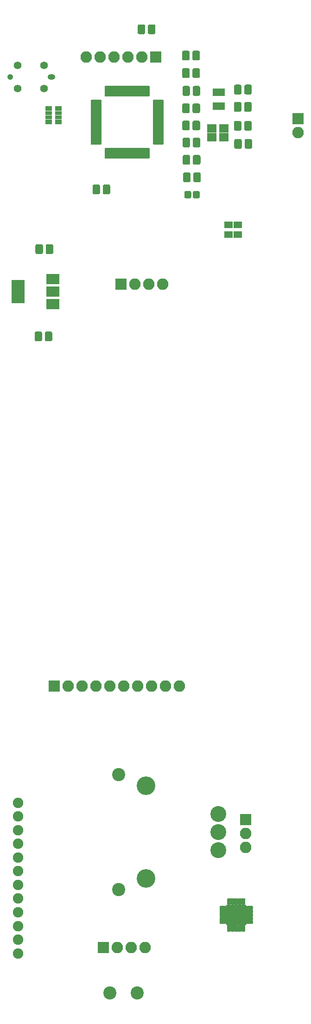
<source format=gbr>
G04 #@! TF.GenerationSoftware,KiCad,Pcbnew,5.1.5*
G04 #@! TF.CreationDate,2020-03-20T22:46:19-05:00*
G04 #@! TF.ProjectId,Reflow,5265666c-6f77-42e6-9b69-6361645f7063,rev?*
G04 #@! TF.SameCoordinates,Original*
G04 #@! TF.FileFunction,Soldermask,Bot*
G04 #@! TF.FilePolarity,Negative*
%FSLAX46Y46*%
G04 Gerber Fmt 4.6, Leading zero omitted, Abs format (unit mm)*
G04 Created by KiCad (PCBNEW 5.1.5) date 2020-03-20 22:46:19*
%MOMM*%
%LPD*%
G04 APERTURE LIST*
%ADD10C,0.100000*%
%ADD11R,1.200000X0.900000*%
%ADD12R,1.200000X0.800000*%
%ADD13C,1.060000*%
%ADD14O,1.400000X0.980000*%
%ADD15C,1.400000*%
%ADD16C,2.400000*%
%ADD17R,2.100000X2.100000*%
%ADD18O,2.100000X2.100000*%
%ADD19C,1.900000*%
%ADD20R,0.900000X1.200000*%
%ADD21R,0.800000X1.200000*%
%ADD22C,3.400000*%
%ADD23C,2.900000*%
%ADD24R,2.400000X4.200000*%
%ADD25R,2.400000X1.900000*%
%ADD26R,1.800000X1.550000*%
%ADD27R,2.200000X1.400000*%
G04 APERTURE END LIST*
D10*
G36*
X206702443Y-93801655D02*
G01*
X206735812Y-93806605D01*
X206768535Y-93814802D01*
X206800297Y-93826166D01*
X206830793Y-93840590D01*
X206859727Y-93857932D01*
X206886823Y-93878028D01*
X206911818Y-93900682D01*
X206934472Y-93925677D01*
X206954568Y-93952773D01*
X206971910Y-93981707D01*
X206986334Y-94012203D01*
X206997698Y-94043965D01*
X207005895Y-94076688D01*
X207010845Y-94110057D01*
X207012500Y-94143750D01*
X207012500Y-95256250D01*
X207010845Y-95289943D01*
X207005895Y-95323312D01*
X206997698Y-95356035D01*
X206986334Y-95387797D01*
X206971910Y-95418293D01*
X206954568Y-95447227D01*
X206934472Y-95474323D01*
X206911818Y-95499318D01*
X206886823Y-95521972D01*
X206859727Y-95542068D01*
X206830793Y-95559410D01*
X206800297Y-95573834D01*
X206768535Y-95585198D01*
X206735812Y-95593395D01*
X206702443Y-95598345D01*
X206668750Y-95600000D01*
X205981250Y-95600000D01*
X205947557Y-95598345D01*
X205914188Y-95593395D01*
X205881465Y-95585198D01*
X205849703Y-95573834D01*
X205819207Y-95559410D01*
X205790273Y-95542068D01*
X205763177Y-95521972D01*
X205738182Y-95499318D01*
X205715528Y-95474323D01*
X205695432Y-95447227D01*
X205678090Y-95418293D01*
X205663666Y-95387797D01*
X205652302Y-95356035D01*
X205644105Y-95323312D01*
X205639155Y-95289943D01*
X205637500Y-95256250D01*
X205637500Y-94143750D01*
X205639155Y-94110057D01*
X205644105Y-94076688D01*
X205652302Y-94043965D01*
X205663666Y-94012203D01*
X205678090Y-93981707D01*
X205695432Y-93952773D01*
X205715528Y-93925677D01*
X205738182Y-93900682D01*
X205763177Y-93878028D01*
X205790273Y-93857932D01*
X205819207Y-93840590D01*
X205849703Y-93826166D01*
X205881465Y-93814802D01*
X205914188Y-93806605D01*
X205947557Y-93801655D01*
X205981250Y-93800000D01*
X206668750Y-93800000D01*
X206702443Y-93801655D01*
G37*
G36*
X208577443Y-93801655D02*
G01*
X208610812Y-93806605D01*
X208643535Y-93814802D01*
X208675297Y-93826166D01*
X208705793Y-93840590D01*
X208734727Y-93857932D01*
X208761823Y-93878028D01*
X208786818Y-93900682D01*
X208809472Y-93925677D01*
X208829568Y-93952773D01*
X208846910Y-93981707D01*
X208861334Y-94012203D01*
X208872698Y-94043965D01*
X208880895Y-94076688D01*
X208885845Y-94110057D01*
X208887500Y-94143750D01*
X208887500Y-95256250D01*
X208885845Y-95289943D01*
X208880895Y-95323312D01*
X208872698Y-95356035D01*
X208861334Y-95387797D01*
X208846910Y-95418293D01*
X208829568Y-95447227D01*
X208809472Y-95474323D01*
X208786818Y-95499318D01*
X208761823Y-95521972D01*
X208734727Y-95542068D01*
X208705793Y-95559410D01*
X208675297Y-95573834D01*
X208643535Y-95585198D01*
X208610812Y-95593395D01*
X208577443Y-95598345D01*
X208543750Y-95600000D01*
X207856250Y-95600000D01*
X207822557Y-95598345D01*
X207789188Y-95593395D01*
X207756465Y-95585198D01*
X207724703Y-95573834D01*
X207694207Y-95559410D01*
X207665273Y-95542068D01*
X207638177Y-95521972D01*
X207613182Y-95499318D01*
X207590528Y-95474323D01*
X207570432Y-95447227D01*
X207553090Y-95418293D01*
X207538666Y-95387797D01*
X207527302Y-95356035D01*
X207519105Y-95323312D01*
X207514155Y-95289943D01*
X207512500Y-95256250D01*
X207512500Y-94143750D01*
X207514155Y-94110057D01*
X207519105Y-94076688D01*
X207527302Y-94043965D01*
X207538666Y-94012203D01*
X207553090Y-93981707D01*
X207570432Y-93952773D01*
X207590528Y-93925677D01*
X207613182Y-93900682D01*
X207638177Y-93878028D01*
X207665273Y-93857932D01*
X207694207Y-93840590D01*
X207724703Y-93826166D01*
X207756465Y-93814802D01*
X207789188Y-93806605D01*
X207822557Y-93801655D01*
X207856250Y-93800000D01*
X208543750Y-93800000D01*
X208577443Y-93801655D01*
G37*
G36*
X206627443Y-90626655D02*
G01*
X206660812Y-90631605D01*
X206693535Y-90639802D01*
X206725297Y-90651166D01*
X206755793Y-90665590D01*
X206784727Y-90682932D01*
X206811823Y-90703028D01*
X206836818Y-90725682D01*
X206859472Y-90750677D01*
X206879568Y-90777773D01*
X206896910Y-90806707D01*
X206911334Y-90837203D01*
X206922698Y-90868965D01*
X206930895Y-90901688D01*
X206935845Y-90935057D01*
X206937500Y-90968750D01*
X206937500Y-92081250D01*
X206935845Y-92114943D01*
X206930895Y-92148312D01*
X206922698Y-92181035D01*
X206911334Y-92212797D01*
X206896910Y-92243293D01*
X206879568Y-92272227D01*
X206859472Y-92299323D01*
X206836818Y-92324318D01*
X206811823Y-92346972D01*
X206784727Y-92367068D01*
X206755793Y-92384410D01*
X206725297Y-92398834D01*
X206693535Y-92410198D01*
X206660812Y-92418395D01*
X206627443Y-92423345D01*
X206593750Y-92425000D01*
X205906250Y-92425000D01*
X205872557Y-92423345D01*
X205839188Y-92418395D01*
X205806465Y-92410198D01*
X205774703Y-92398834D01*
X205744207Y-92384410D01*
X205715273Y-92367068D01*
X205688177Y-92346972D01*
X205663182Y-92324318D01*
X205640528Y-92299323D01*
X205620432Y-92272227D01*
X205603090Y-92243293D01*
X205588666Y-92212797D01*
X205577302Y-92181035D01*
X205569105Y-92148312D01*
X205564155Y-92114943D01*
X205562500Y-92081250D01*
X205562500Y-90968750D01*
X205564155Y-90935057D01*
X205569105Y-90901688D01*
X205577302Y-90868965D01*
X205588666Y-90837203D01*
X205603090Y-90806707D01*
X205620432Y-90777773D01*
X205640528Y-90750677D01*
X205663182Y-90725682D01*
X205688177Y-90703028D01*
X205715273Y-90682932D01*
X205744207Y-90665590D01*
X205774703Y-90651166D01*
X205806465Y-90639802D01*
X205839188Y-90631605D01*
X205872557Y-90626655D01*
X205906250Y-90625000D01*
X206593750Y-90625000D01*
X206627443Y-90626655D01*
G37*
G36*
X208502443Y-90626655D02*
G01*
X208535812Y-90631605D01*
X208568535Y-90639802D01*
X208600297Y-90651166D01*
X208630793Y-90665590D01*
X208659727Y-90682932D01*
X208686823Y-90703028D01*
X208711818Y-90725682D01*
X208734472Y-90750677D01*
X208754568Y-90777773D01*
X208771910Y-90806707D01*
X208786334Y-90837203D01*
X208797698Y-90868965D01*
X208805895Y-90901688D01*
X208810845Y-90935057D01*
X208812500Y-90968750D01*
X208812500Y-92081250D01*
X208810845Y-92114943D01*
X208805895Y-92148312D01*
X208797698Y-92181035D01*
X208786334Y-92212797D01*
X208771910Y-92243293D01*
X208754568Y-92272227D01*
X208734472Y-92299323D01*
X208711818Y-92324318D01*
X208686823Y-92346972D01*
X208659727Y-92367068D01*
X208630793Y-92384410D01*
X208600297Y-92398834D01*
X208568535Y-92410198D01*
X208535812Y-92418395D01*
X208502443Y-92423345D01*
X208468750Y-92425000D01*
X207781250Y-92425000D01*
X207747557Y-92423345D01*
X207714188Y-92418395D01*
X207681465Y-92410198D01*
X207649703Y-92398834D01*
X207619207Y-92384410D01*
X207590273Y-92367068D01*
X207563177Y-92346972D01*
X207538182Y-92324318D01*
X207515528Y-92299323D01*
X207495432Y-92272227D01*
X207478090Y-92243293D01*
X207463666Y-92212797D01*
X207452302Y-92181035D01*
X207444105Y-92148312D01*
X207439155Y-92114943D01*
X207437500Y-92081250D01*
X207437500Y-90968750D01*
X207439155Y-90935057D01*
X207444105Y-90901688D01*
X207452302Y-90868965D01*
X207463666Y-90837203D01*
X207478090Y-90806707D01*
X207495432Y-90777773D01*
X207515528Y-90750677D01*
X207538182Y-90725682D01*
X207563177Y-90703028D01*
X207590273Y-90682932D01*
X207619207Y-90665590D01*
X207649703Y-90651166D01*
X207681465Y-90639802D01*
X207714188Y-90631605D01*
X207747557Y-90626655D01*
X207781250Y-90625000D01*
X208468750Y-90625000D01*
X208502443Y-90626655D01*
G37*
G36*
X208402443Y-71576655D02*
G01*
X208435812Y-71581605D01*
X208468535Y-71589802D01*
X208500297Y-71601166D01*
X208530793Y-71615590D01*
X208559727Y-71632932D01*
X208586823Y-71653028D01*
X208611818Y-71675682D01*
X208634472Y-71700677D01*
X208654568Y-71727773D01*
X208671910Y-71756707D01*
X208686334Y-71787203D01*
X208697698Y-71818965D01*
X208705895Y-71851688D01*
X208710845Y-71885057D01*
X208712500Y-71918750D01*
X208712500Y-73031250D01*
X208710845Y-73064943D01*
X208705895Y-73098312D01*
X208697698Y-73131035D01*
X208686334Y-73162797D01*
X208671910Y-73193293D01*
X208654568Y-73222227D01*
X208634472Y-73249323D01*
X208611818Y-73274318D01*
X208586823Y-73296972D01*
X208559727Y-73317068D01*
X208530793Y-73334410D01*
X208500297Y-73348834D01*
X208468535Y-73360198D01*
X208435812Y-73368395D01*
X208402443Y-73373345D01*
X208368750Y-73375000D01*
X207681250Y-73375000D01*
X207647557Y-73373345D01*
X207614188Y-73368395D01*
X207581465Y-73360198D01*
X207549703Y-73348834D01*
X207519207Y-73334410D01*
X207490273Y-73317068D01*
X207463177Y-73296972D01*
X207438182Y-73274318D01*
X207415528Y-73249323D01*
X207395432Y-73222227D01*
X207378090Y-73193293D01*
X207363666Y-73162797D01*
X207352302Y-73131035D01*
X207344105Y-73098312D01*
X207339155Y-73064943D01*
X207337500Y-73031250D01*
X207337500Y-71918750D01*
X207339155Y-71885057D01*
X207344105Y-71851688D01*
X207352302Y-71818965D01*
X207363666Y-71787203D01*
X207378090Y-71756707D01*
X207395432Y-71727773D01*
X207415528Y-71700677D01*
X207438182Y-71675682D01*
X207463177Y-71653028D01*
X207490273Y-71632932D01*
X207519207Y-71615590D01*
X207549703Y-71601166D01*
X207581465Y-71589802D01*
X207614188Y-71581605D01*
X207647557Y-71576655D01*
X207681250Y-71575000D01*
X208368750Y-71575000D01*
X208402443Y-71576655D01*
G37*
G36*
X206527443Y-71576655D02*
G01*
X206560812Y-71581605D01*
X206593535Y-71589802D01*
X206625297Y-71601166D01*
X206655793Y-71615590D01*
X206684727Y-71632932D01*
X206711823Y-71653028D01*
X206736818Y-71675682D01*
X206759472Y-71700677D01*
X206779568Y-71727773D01*
X206796910Y-71756707D01*
X206811334Y-71787203D01*
X206822698Y-71818965D01*
X206830895Y-71851688D01*
X206835845Y-71885057D01*
X206837500Y-71918750D01*
X206837500Y-73031250D01*
X206835845Y-73064943D01*
X206830895Y-73098312D01*
X206822698Y-73131035D01*
X206811334Y-73162797D01*
X206796910Y-73193293D01*
X206779568Y-73222227D01*
X206759472Y-73249323D01*
X206736818Y-73274318D01*
X206711823Y-73296972D01*
X206684727Y-73317068D01*
X206655793Y-73334410D01*
X206625297Y-73348834D01*
X206593535Y-73360198D01*
X206560812Y-73368395D01*
X206527443Y-73373345D01*
X206493750Y-73375000D01*
X205806250Y-73375000D01*
X205772557Y-73373345D01*
X205739188Y-73368395D01*
X205706465Y-73360198D01*
X205674703Y-73348834D01*
X205644207Y-73334410D01*
X205615273Y-73317068D01*
X205588177Y-73296972D01*
X205563182Y-73274318D01*
X205540528Y-73249323D01*
X205520432Y-73222227D01*
X205503090Y-73193293D01*
X205488666Y-73162797D01*
X205477302Y-73131035D01*
X205469105Y-73098312D01*
X205464155Y-73064943D01*
X205462500Y-73031250D01*
X205462500Y-71918750D01*
X205464155Y-71885057D01*
X205469105Y-71851688D01*
X205477302Y-71818965D01*
X205488666Y-71787203D01*
X205503090Y-71756707D01*
X205520432Y-71727773D01*
X205540528Y-71700677D01*
X205563182Y-71675682D01*
X205588177Y-71653028D01*
X205615273Y-71632932D01*
X205644207Y-71615590D01*
X205674703Y-71601166D01*
X205706465Y-71589802D01*
X205739188Y-71581605D01*
X205772557Y-71576655D01*
X205806250Y-71575000D01*
X206493750Y-71575000D01*
X206527443Y-71576655D01*
G37*
G36*
X208402443Y-74776655D02*
G01*
X208435812Y-74781605D01*
X208468535Y-74789802D01*
X208500297Y-74801166D01*
X208530793Y-74815590D01*
X208559727Y-74832932D01*
X208586823Y-74853028D01*
X208611818Y-74875682D01*
X208634472Y-74900677D01*
X208654568Y-74927773D01*
X208671910Y-74956707D01*
X208686334Y-74987203D01*
X208697698Y-75018965D01*
X208705895Y-75051688D01*
X208710845Y-75085057D01*
X208712500Y-75118750D01*
X208712500Y-76231250D01*
X208710845Y-76264943D01*
X208705895Y-76298312D01*
X208697698Y-76331035D01*
X208686334Y-76362797D01*
X208671910Y-76393293D01*
X208654568Y-76422227D01*
X208634472Y-76449323D01*
X208611818Y-76474318D01*
X208586823Y-76496972D01*
X208559727Y-76517068D01*
X208530793Y-76534410D01*
X208500297Y-76548834D01*
X208468535Y-76560198D01*
X208435812Y-76568395D01*
X208402443Y-76573345D01*
X208368750Y-76575000D01*
X207681250Y-76575000D01*
X207647557Y-76573345D01*
X207614188Y-76568395D01*
X207581465Y-76560198D01*
X207549703Y-76548834D01*
X207519207Y-76534410D01*
X207490273Y-76517068D01*
X207463177Y-76496972D01*
X207438182Y-76474318D01*
X207415528Y-76449323D01*
X207395432Y-76422227D01*
X207378090Y-76393293D01*
X207363666Y-76362797D01*
X207352302Y-76331035D01*
X207344105Y-76298312D01*
X207339155Y-76264943D01*
X207337500Y-76231250D01*
X207337500Y-75118750D01*
X207339155Y-75085057D01*
X207344105Y-75051688D01*
X207352302Y-75018965D01*
X207363666Y-74987203D01*
X207378090Y-74956707D01*
X207395432Y-74927773D01*
X207415528Y-74900677D01*
X207438182Y-74875682D01*
X207463177Y-74853028D01*
X207490273Y-74832932D01*
X207519207Y-74815590D01*
X207549703Y-74801166D01*
X207581465Y-74789802D01*
X207614188Y-74781605D01*
X207647557Y-74776655D01*
X207681250Y-74775000D01*
X208368750Y-74775000D01*
X208402443Y-74776655D01*
G37*
G36*
X206527443Y-74776655D02*
G01*
X206560812Y-74781605D01*
X206593535Y-74789802D01*
X206625297Y-74801166D01*
X206655793Y-74815590D01*
X206684727Y-74832932D01*
X206711823Y-74853028D01*
X206736818Y-74875682D01*
X206759472Y-74900677D01*
X206779568Y-74927773D01*
X206796910Y-74956707D01*
X206811334Y-74987203D01*
X206822698Y-75018965D01*
X206830895Y-75051688D01*
X206835845Y-75085057D01*
X206837500Y-75118750D01*
X206837500Y-76231250D01*
X206835845Y-76264943D01*
X206830895Y-76298312D01*
X206822698Y-76331035D01*
X206811334Y-76362797D01*
X206796910Y-76393293D01*
X206779568Y-76422227D01*
X206759472Y-76449323D01*
X206736818Y-76474318D01*
X206711823Y-76496972D01*
X206684727Y-76517068D01*
X206655793Y-76534410D01*
X206625297Y-76548834D01*
X206593535Y-76560198D01*
X206560812Y-76568395D01*
X206527443Y-76573345D01*
X206493750Y-76575000D01*
X205806250Y-76575000D01*
X205772557Y-76573345D01*
X205739188Y-76568395D01*
X205706465Y-76560198D01*
X205674703Y-76548834D01*
X205644207Y-76534410D01*
X205615273Y-76517068D01*
X205588177Y-76496972D01*
X205563182Y-76474318D01*
X205540528Y-76449323D01*
X205520432Y-76422227D01*
X205503090Y-76393293D01*
X205488666Y-76362797D01*
X205477302Y-76331035D01*
X205469105Y-76298312D01*
X205464155Y-76264943D01*
X205462500Y-76231250D01*
X205462500Y-75118750D01*
X205464155Y-75085057D01*
X205469105Y-75051688D01*
X205477302Y-75018965D01*
X205488666Y-74987203D01*
X205503090Y-74956707D01*
X205520432Y-74927773D01*
X205540528Y-74900677D01*
X205563182Y-74875682D01*
X205588177Y-74853028D01*
X205615273Y-74832932D01*
X205644207Y-74815590D01*
X205674703Y-74801166D01*
X205706465Y-74789802D01*
X205739188Y-74781605D01*
X205772557Y-74776655D01*
X205806250Y-74775000D01*
X206493750Y-74775000D01*
X206527443Y-74776655D01*
G37*
G36*
X200277443Y-66776655D02*
G01*
X200310812Y-66781605D01*
X200343535Y-66789802D01*
X200375297Y-66801166D01*
X200405793Y-66815590D01*
X200434727Y-66832932D01*
X200461823Y-66853028D01*
X200486818Y-66875682D01*
X200509472Y-66900677D01*
X200529568Y-66927773D01*
X200546910Y-66956707D01*
X200561334Y-66987203D01*
X200572698Y-67018965D01*
X200580895Y-67051688D01*
X200585845Y-67085057D01*
X200587500Y-67118750D01*
X200587500Y-68231250D01*
X200585845Y-68264943D01*
X200580895Y-68298312D01*
X200572698Y-68331035D01*
X200561334Y-68362797D01*
X200546910Y-68393293D01*
X200529568Y-68422227D01*
X200509472Y-68449323D01*
X200486818Y-68474318D01*
X200461823Y-68496972D01*
X200434727Y-68517068D01*
X200405793Y-68534410D01*
X200375297Y-68548834D01*
X200343535Y-68560198D01*
X200310812Y-68568395D01*
X200277443Y-68573345D01*
X200243750Y-68575000D01*
X199556250Y-68575000D01*
X199522557Y-68573345D01*
X199489188Y-68568395D01*
X199456465Y-68560198D01*
X199424703Y-68548834D01*
X199394207Y-68534410D01*
X199365273Y-68517068D01*
X199338177Y-68496972D01*
X199313182Y-68474318D01*
X199290528Y-68449323D01*
X199270432Y-68422227D01*
X199253090Y-68393293D01*
X199238666Y-68362797D01*
X199227302Y-68331035D01*
X199219105Y-68298312D01*
X199214155Y-68264943D01*
X199212500Y-68231250D01*
X199212500Y-67118750D01*
X199214155Y-67085057D01*
X199219105Y-67051688D01*
X199227302Y-67018965D01*
X199238666Y-66987203D01*
X199253090Y-66956707D01*
X199270432Y-66927773D01*
X199290528Y-66900677D01*
X199313182Y-66875682D01*
X199338177Y-66853028D01*
X199365273Y-66832932D01*
X199394207Y-66815590D01*
X199424703Y-66801166D01*
X199456465Y-66789802D01*
X199489188Y-66781605D01*
X199522557Y-66776655D01*
X199556250Y-66775000D01*
X200243750Y-66775000D01*
X200277443Y-66776655D01*
G37*
G36*
X198402443Y-66776655D02*
G01*
X198435812Y-66781605D01*
X198468535Y-66789802D01*
X198500297Y-66801166D01*
X198530793Y-66815590D01*
X198559727Y-66832932D01*
X198586823Y-66853028D01*
X198611818Y-66875682D01*
X198634472Y-66900677D01*
X198654568Y-66927773D01*
X198671910Y-66956707D01*
X198686334Y-66987203D01*
X198697698Y-67018965D01*
X198705895Y-67051688D01*
X198710845Y-67085057D01*
X198712500Y-67118750D01*
X198712500Y-68231250D01*
X198710845Y-68264943D01*
X198705895Y-68298312D01*
X198697698Y-68331035D01*
X198686334Y-68362797D01*
X198671910Y-68393293D01*
X198654568Y-68422227D01*
X198634472Y-68449323D01*
X198611818Y-68474318D01*
X198586823Y-68496972D01*
X198559727Y-68517068D01*
X198530793Y-68534410D01*
X198500297Y-68548834D01*
X198468535Y-68560198D01*
X198435812Y-68568395D01*
X198402443Y-68573345D01*
X198368750Y-68575000D01*
X197681250Y-68575000D01*
X197647557Y-68573345D01*
X197614188Y-68568395D01*
X197581465Y-68560198D01*
X197549703Y-68548834D01*
X197519207Y-68534410D01*
X197490273Y-68517068D01*
X197463177Y-68496972D01*
X197438182Y-68474318D01*
X197415528Y-68449323D01*
X197395432Y-68422227D01*
X197378090Y-68393293D01*
X197363666Y-68362797D01*
X197352302Y-68331035D01*
X197344105Y-68298312D01*
X197339155Y-68264943D01*
X197337500Y-68231250D01*
X197337500Y-67118750D01*
X197339155Y-67085057D01*
X197344105Y-67051688D01*
X197352302Y-67018965D01*
X197363666Y-66987203D01*
X197378090Y-66956707D01*
X197395432Y-66927773D01*
X197415528Y-66900677D01*
X197438182Y-66875682D01*
X197463177Y-66853028D01*
X197490273Y-66832932D01*
X197519207Y-66815590D01*
X197549703Y-66801166D01*
X197581465Y-66789802D01*
X197614188Y-66781605D01*
X197647557Y-66776655D01*
X197681250Y-66775000D01*
X198368750Y-66775000D01*
X198402443Y-66776655D01*
G37*
G36*
X190152443Y-96026655D02*
G01*
X190185812Y-96031605D01*
X190218535Y-96039802D01*
X190250297Y-96051166D01*
X190280793Y-96065590D01*
X190309727Y-96082932D01*
X190336823Y-96103028D01*
X190361818Y-96125682D01*
X190384472Y-96150677D01*
X190404568Y-96177773D01*
X190421910Y-96206707D01*
X190436334Y-96237203D01*
X190447698Y-96268965D01*
X190455895Y-96301688D01*
X190460845Y-96335057D01*
X190462500Y-96368750D01*
X190462500Y-97481250D01*
X190460845Y-97514943D01*
X190455895Y-97548312D01*
X190447698Y-97581035D01*
X190436334Y-97612797D01*
X190421910Y-97643293D01*
X190404568Y-97672227D01*
X190384472Y-97699323D01*
X190361818Y-97724318D01*
X190336823Y-97746972D01*
X190309727Y-97767068D01*
X190280793Y-97784410D01*
X190250297Y-97798834D01*
X190218535Y-97810198D01*
X190185812Y-97818395D01*
X190152443Y-97823345D01*
X190118750Y-97825000D01*
X189431250Y-97825000D01*
X189397557Y-97823345D01*
X189364188Y-97818395D01*
X189331465Y-97810198D01*
X189299703Y-97798834D01*
X189269207Y-97784410D01*
X189240273Y-97767068D01*
X189213177Y-97746972D01*
X189188182Y-97724318D01*
X189165528Y-97699323D01*
X189145432Y-97672227D01*
X189128090Y-97643293D01*
X189113666Y-97612797D01*
X189102302Y-97581035D01*
X189094105Y-97548312D01*
X189089155Y-97514943D01*
X189087500Y-97481250D01*
X189087500Y-96368750D01*
X189089155Y-96335057D01*
X189094105Y-96301688D01*
X189102302Y-96268965D01*
X189113666Y-96237203D01*
X189128090Y-96206707D01*
X189145432Y-96177773D01*
X189165528Y-96150677D01*
X189188182Y-96125682D01*
X189213177Y-96103028D01*
X189240273Y-96082932D01*
X189269207Y-96065590D01*
X189299703Y-96051166D01*
X189331465Y-96039802D01*
X189364188Y-96031605D01*
X189397557Y-96026655D01*
X189431250Y-96025000D01*
X190118750Y-96025000D01*
X190152443Y-96026655D01*
G37*
G36*
X192027443Y-96026655D02*
G01*
X192060812Y-96031605D01*
X192093535Y-96039802D01*
X192125297Y-96051166D01*
X192155793Y-96065590D01*
X192184727Y-96082932D01*
X192211823Y-96103028D01*
X192236818Y-96125682D01*
X192259472Y-96150677D01*
X192279568Y-96177773D01*
X192296910Y-96206707D01*
X192311334Y-96237203D01*
X192322698Y-96268965D01*
X192330895Y-96301688D01*
X192335845Y-96335057D01*
X192337500Y-96368750D01*
X192337500Y-97481250D01*
X192335845Y-97514943D01*
X192330895Y-97548312D01*
X192322698Y-97581035D01*
X192311334Y-97612797D01*
X192296910Y-97643293D01*
X192279568Y-97672227D01*
X192259472Y-97699323D01*
X192236818Y-97724318D01*
X192211823Y-97746972D01*
X192184727Y-97767068D01*
X192155793Y-97784410D01*
X192125297Y-97798834D01*
X192093535Y-97810198D01*
X192060812Y-97818395D01*
X192027443Y-97823345D01*
X191993750Y-97825000D01*
X191306250Y-97825000D01*
X191272557Y-97823345D01*
X191239188Y-97818395D01*
X191206465Y-97810198D01*
X191174703Y-97798834D01*
X191144207Y-97784410D01*
X191115273Y-97767068D01*
X191088177Y-97746972D01*
X191063182Y-97724318D01*
X191040528Y-97699323D01*
X191020432Y-97672227D01*
X191003090Y-97643293D01*
X190988666Y-97612797D01*
X190977302Y-97581035D01*
X190969105Y-97548312D01*
X190964155Y-97514943D01*
X190962500Y-97481250D01*
X190962500Y-96368750D01*
X190964155Y-96335057D01*
X190969105Y-96301688D01*
X190977302Y-96268965D01*
X190988666Y-96237203D01*
X191003090Y-96206707D01*
X191020432Y-96177773D01*
X191040528Y-96150677D01*
X191063182Y-96125682D01*
X191088177Y-96103028D01*
X191115273Y-96082932D01*
X191144207Y-96065590D01*
X191174703Y-96051166D01*
X191206465Y-96039802D01*
X191239188Y-96031605D01*
X191272557Y-96026655D01*
X191306250Y-96025000D01*
X191993750Y-96025000D01*
X192027443Y-96026655D01*
G37*
G36*
X215977443Y-84401655D02*
G01*
X216010812Y-84406605D01*
X216043535Y-84414802D01*
X216075297Y-84426166D01*
X216105793Y-84440590D01*
X216134727Y-84457932D01*
X216161823Y-84478028D01*
X216186818Y-84500682D01*
X216209472Y-84525677D01*
X216229568Y-84552773D01*
X216246910Y-84581707D01*
X216261334Y-84612203D01*
X216272698Y-84643965D01*
X216280895Y-84676688D01*
X216285845Y-84710057D01*
X216287500Y-84743750D01*
X216287500Y-85856250D01*
X216285845Y-85889943D01*
X216280895Y-85923312D01*
X216272698Y-85956035D01*
X216261334Y-85987797D01*
X216246910Y-86018293D01*
X216229568Y-86047227D01*
X216209472Y-86074323D01*
X216186818Y-86099318D01*
X216161823Y-86121972D01*
X216134727Y-86142068D01*
X216105793Y-86159410D01*
X216075297Y-86173834D01*
X216043535Y-86185198D01*
X216010812Y-86193395D01*
X215977443Y-86198345D01*
X215943750Y-86200000D01*
X215256250Y-86200000D01*
X215222557Y-86198345D01*
X215189188Y-86193395D01*
X215156465Y-86185198D01*
X215124703Y-86173834D01*
X215094207Y-86159410D01*
X215065273Y-86142068D01*
X215038177Y-86121972D01*
X215013182Y-86099318D01*
X214990528Y-86074323D01*
X214970432Y-86047227D01*
X214953090Y-86018293D01*
X214938666Y-85987797D01*
X214927302Y-85956035D01*
X214919105Y-85923312D01*
X214914155Y-85889943D01*
X214912500Y-85856250D01*
X214912500Y-84743750D01*
X214914155Y-84710057D01*
X214919105Y-84676688D01*
X214927302Y-84643965D01*
X214938666Y-84612203D01*
X214953090Y-84581707D01*
X214970432Y-84552773D01*
X214990528Y-84525677D01*
X215013182Y-84500682D01*
X215038177Y-84478028D01*
X215065273Y-84457932D01*
X215094207Y-84440590D01*
X215124703Y-84426166D01*
X215156465Y-84414802D01*
X215189188Y-84406605D01*
X215222557Y-84401655D01*
X215256250Y-84400000D01*
X215943750Y-84400000D01*
X215977443Y-84401655D01*
G37*
G36*
X217852443Y-84401655D02*
G01*
X217885812Y-84406605D01*
X217918535Y-84414802D01*
X217950297Y-84426166D01*
X217980793Y-84440590D01*
X218009727Y-84457932D01*
X218036823Y-84478028D01*
X218061818Y-84500682D01*
X218084472Y-84525677D01*
X218104568Y-84552773D01*
X218121910Y-84581707D01*
X218136334Y-84612203D01*
X218147698Y-84643965D01*
X218155895Y-84676688D01*
X218160845Y-84710057D01*
X218162500Y-84743750D01*
X218162500Y-85856250D01*
X218160845Y-85889943D01*
X218155895Y-85923312D01*
X218147698Y-85956035D01*
X218136334Y-85987797D01*
X218121910Y-86018293D01*
X218104568Y-86047227D01*
X218084472Y-86074323D01*
X218061818Y-86099318D01*
X218036823Y-86121972D01*
X218009727Y-86142068D01*
X217980793Y-86159410D01*
X217950297Y-86173834D01*
X217918535Y-86185198D01*
X217885812Y-86193395D01*
X217852443Y-86198345D01*
X217818750Y-86200000D01*
X217131250Y-86200000D01*
X217097557Y-86198345D01*
X217064188Y-86193395D01*
X217031465Y-86185198D01*
X216999703Y-86173834D01*
X216969207Y-86159410D01*
X216940273Y-86142068D01*
X216913177Y-86121972D01*
X216888182Y-86099318D01*
X216865528Y-86074323D01*
X216845432Y-86047227D01*
X216828090Y-86018293D01*
X216813666Y-85987797D01*
X216802302Y-85956035D01*
X216794105Y-85923312D01*
X216789155Y-85889943D01*
X216787500Y-85856250D01*
X216787500Y-84743750D01*
X216789155Y-84710057D01*
X216794105Y-84676688D01*
X216802302Y-84643965D01*
X216813666Y-84612203D01*
X216828090Y-84581707D01*
X216845432Y-84552773D01*
X216865528Y-84525677D01*
X216888182Y-84500682D01*
X216913177Y-84478028D01*
X216940273Y-84457932D01*
X216969207Y-84440590D01*
X216999703Y-84426166D01*
X217031465Y-84414802D01*
X217064188Y-84406605D01*
X217097557Y-84401655D01*
X217131250Y-84400000D01*
X217818750Y-84400000D01*
X217852443Y-84401655D01*
G37*
G36*
X216052443Y-87701655D02*
G01*
X216085812Y-87706605D01*
X216118535Y-87714802D01*
X216150297Y-87726166D01*
X216180793Y-87740590D01*
X216209727Y-87757932D01*
X216236823Y-87778028D01*
X216261818Y-87800682D01*
X216284472Y-87825677D01*
X216304568Y-87852773D01*
X216321910Y-87881707D01*
X216336334Y-87912203D01*
X216347698Y-87943965D01*
X216355895Y-87976688D01*
X216360845Y-88010057D01*
X216362500Y-88043750D01*
X216362500Y-89156250D01*
X216360845Y-89189943D01*
X216355895Y-89223312D01*
X216347698Y-89256035D01*
X216336334Y-89287797D01*
X216321910Y-89318293D01*
X216304568Y-89347227D01*
X216284472Y-89374323D01*
X216261818Y-89399318D01*
X216236823Y-89421972D01*
X216209727Y-89442068D01*
X216180793Y-89459410D01*
X216150297Y-89473834D01*
X216118535Y-89485198D01*
X216085812Y-89493395D01*
X216052443Y-89498345D01*
X216018750Y-89500000D01*
X215331250Y-89500000D01*
X215297557Y-89498345D01*
X215264188Y-89493395D01*
X215231465Y-89485198D01*
X215199703Y-89473834D01*
X215169207Y-89459410D01*
X215140273Y-89442068D01*
X215113177Y-89421972D01*
X215088182Y-89399318D01*
X215065528Y-89374323D01*
X215045432Y-89347227D01*
X215028090Y-89318293D01*
X215013666Y-89287797D01*
X215002302Y-89256035D01*
X214994105Y-89223312D01*
X214989155Y-89189943D01*
X214987500Y-89156250D01*
X214987500Y-88043750D01*
X214989155Y-88010057D01*
X214994105Y-87976688D01*
X215002302Y-87943965D01*
X215013666Y-87912203D01*
X215028090Y-87881707D01*
X215045432Y-87852773D01*
X215065528Y-87825677D01*
X215088182Y-87800682D01*
X215113177Y-87778028D01*
X215140273Y-87757932D01*
X215169207Y-87740590D01*
X215199703Y-87726166D01*
X215231465Y-87714802D01*
X215264188Y-87706605D01*
X215297557Y-87701655D01*
X215331250Y-87700000D01*
X216018750Y-87700000D01*
X216052443Y-87701655D01*
G37*
G36*
X217927443Y-87701655D02*
G01*
X217960812Y-87706605D01*
X217993535Y-87714802D01*
X218025297Y-87726166D01*
X218055793Y-87740590D01*
X218084727Y-87757932D01*
X218111823Y-87778028D01*
X218136818Y-87800682D01*
X218159472Y-87825677D01*
X218179568Y-87852773D01*
X218196910Y-87881707D01*
X218211334Y-87912203D01*
X218222698Y-87943965D01*
X218230895Y-87976688D01*
X218235845Y-88010057D01*
X218237500Y-88043750D01*
X218237500Y-89156250D01*
X218235845Y-89189943D01*
X218230895Y-89223312D01*
X218222698Y-89256035D01*
X218211334Y-89287797D01*
X218196910Y-89318293D01*
X218179568Y-89347227D01*
X218159472Y-89374323D01*
X218136818Y-89399318D01*
X218111823Y-89421972D01*
X218084727Y-89442068D01*
X218055793Y-89459410D01*
X218025297Y-89473834D01*
X217993535Y-89485198D01*
X217960812Y-89493395D01*
X217927443Y-89498345D01*
X217893750Y-89500000D01*
X217206250Y-89500000D01*
X217172557Y-89498345D01*
X217139188Y-89493395D01*
X217106465Y-89485198D01*
X217074703Y-89473834D01*
X217044207Y-89459410D01*
X217015273Y-89442068D01*
X216988177Y-89421972D01*
X216963182Y-89399318D01*
X216940528Y-89374323D01*
X216920432Y-89347227D01*
X216903090Y-89318293D01*
X216888666Y-89287797D01*
X216877302Y-89256035D01*
X216869105Y-89223312D01*
X216864155Y-89189943D01*
X216862500Y-89156250D01*
X216862500Y-88043750D01*
X216864155Y-88010057D01*
X216869105Y-87976688D01*
X216877302Y-87943965D01*
X216888666Y-87912203D01*
X216903090Y-87881707D01*
X216920432Y-87852773D01*
X216940528Y-87825677D01*
X216963182Y-87800682D01*
X216988177Y-87778028D01*
X217015273Y-87757932D01*
X217044207Y-87740590D01*
X217074703Y-87726166D01*
X217106465Y-87714802D01*
X217139188Y-87706605D01*
X217172557Y-87701655D01*
X217206250Y-87700000D01*
X217893750Y-87700000D01*
X217927443Y-87701655D01*
G37*
G36*
X216002443Y-77776655D02*
G01*
X216035812Y-77781605D01*
X216068535Y-77789802D01*
X216100297Y-77801166D01*
X216130793Y-77815590D01*
X216159727Y-77832932D01*
X216186823Y-77853028D01*
X216211818Y-77875682D01*
X216234472Y-77900677D01*
X216254568Y-77927773D01*
X216271910Y-77956707D01*
X216286334Y-77987203D01*
X216297698Y-78018965D01*
X216305895Y-78051688D01*
X216310845Y-78085057D01*
X216312500Y-78118750D01*
X216312500Y-79231250D01*
X216310845Y-79264943D01*
X216305895Y-79298312D01*
X216297698Y-79331035D01*
X216286334Y-79362797D01*
X216271910Y-79393293D01*
X216254568Y-79422227D01*
X216234472Y-79449323D01*
X216211818Y-79474318D01*
X216186823Y-79496972D01*
X216159727Y-79517068D01*
X216130793Y-79534410D01*
X216100297Y-79548834D01*
X216068535Y-79560198D01*
X216035812Y-79568395D01*
X216002443Y-79573345D01*
X215968750Y-79575000D01*
X215281250Y-79575000D01*
X215247557Y-79573345D01*
X215214188Y-79568395D01*
X215181465Y-79560198D01*
X215149703Y-79548834D01*
X215119207Y-79534410D01*
X215090273Y-79517068D01*
X215063177Y-79496972D01*
X215038182Y-79474318D01*
X215015528Y-79449323D01*
X214995432Y-79422227D01*
X214978090Y-79393293D01*
X214963666Y-79362797D01*
X214952302Y-79331035D01*
X214944105Y-79298312D01*
X214939155Y-79264943D01*
X214937500Y-79231250D01*
X214937500Y-78118750D01*
X214939155Y-78085057D01*
X214944105Y-78051688D01*
X214952302Y-78018965D01*
X214963666Y-77987203D01*
X214978090Y-77956707D01*
X214995432Y-77927773D01*
X215015528Y-77900677D01*
X215038182Y-77875682D01*
X215063177Y-77853028D01*
X215090273Y-77832932D01*
X215119207Y-77815590D01*
X215149703Y-77801166D01*
X215181465Y-77789802D01*
X215214188Y-77781605D01*
X215247557Y-77776655D01*
X215281250Y-77775000D01*
X215968750Y-77775000D01*
X216002443Y-77776655D01*
G37*
G36*
X217877443Y-77776655D02*
G01*
X217910812Y-77781605D01*
X217943535Y-77789802D01*
X217975297Y-77801166D01*
X218005793Y-77815590D01*
X218034727Y-77832932D01*
X218061823Y-77853028D01*
X218086818Y-77875682D01*
X218109472Y-77900677D01*
X218129568Y-77927773D01*
X218146910Y-77956707D01*
X218161334Y-77987203D01*
X218172698Y-78018965D01*
X218180895Y-78051688D01*
X218185845Y-78085057D01*
X218187500Y-78118750D01*
X218187500Y-79231250D01*
X218185845Y-79264943D01*
X218180895Y-79298312D01*
X218172698Y-79331035D01*
X218161334Y-79362797D01*
X218146910Y-79393293D01*
X218129568Y-79422227D01*
X218109472Y-79449323D01*
X218086818Y-79474318D01*
X218061823Y-79496972D01*
X218034727Y-79517068D01*
X218005793Y-79534410D01*
X217975297Y-79548834D01*
X217943535Y-79560198D01*
X217910812Y-79568395D01*
X217877443Y-79573345D01*
X217843750Y-79575000D01*
X217156250Y-79575000D01*
X217122557Y-79573345D01*
X217089188Y-79568395D01*
X217056465Y-79560198D01*
X217024703Y-79548834D01*
X216994207Y-79534410D01*
X216965273Y-79517068D01*
X216938177Y-79496972D01*
X216913182Y-79474318D01*
X216890528Y-79449323D01*
X216870432Y-79422227D01*
X216853090Y-79393293D01*
X216838666Y-79362797D01*
X216827302Y-79331035D01*
X216819105Y-79298312D01*
X216814155Y-79264943D01*
X216812500Y-79231250D01*
X216812500Y-78118750D01*
X216814155Y-78085057D01*
X216819105Y-78051688D01*
X216827302Y-78018965D01*
X216838666Y-77987203D01*
X216853090Y-77956707D01*
X216870432Y-77927773D01*
X216890528Y-77900677D01*
X216913182Y-77875682D01*
X216938177Y-77853028D01*
X216965273Y-77832932D01*
X216994207Y-77815590D01*
X217024703Y-77801166D01*
X217056465Y-77789802D01*
X217089188Y-77781605D01*
X217122557Y-77776655D01*
X217156250Y-77775000D01*
X217843750Y-77775000D01*
X217877443Y-77776655D01*
G37*
G36*
X217852443Y-80951655D02*
G01*
X217885812Y-80956605D01*
X217918535Y-80964802D01*
X217950297Y-80976166D01*
X217980793Y-80990590D01*
X218009727Y-81007932D01*
X218036823Y-81028028D01*
X218061818Y-81050682D01*
X218084472Y-81075677D01*
X218104568Y-81102773D01*
X218121910Y-81131707D01*
X218136334Y-81162203D01*
X218147698Y-81193965D01*
X218155895Y-81226688D01*
X218160845Y-81260057D01*
X218162500Y-81293750D01*
X218162500Y-82406250D01*
X218160845Y-82439943D01*
X218155895Y-82473312D01*
X218147698Y-82506035D01*
X218136334Y-82537797D01*
X218121910Y-82568293D01*
X218104568Y-82597227D01*
X218084472Y-82624323D01*
X218061818Y-82649318D01*
X218036823Y-82671972D01*
X218009727Y-82692068D01*
X217980793Y-82709410D01*
X217950297Y-82723834D01*
X217918535Y-82735198D01*
X217885812Y-82743395D01*
X217852443Y-82748345D01*
X217818750Y-82750000D01*
X217131250Y-82750000D01*
X217097557Y-82748345D01*
X217064188Y-82743395D01*
X217031465Y-82735198D01*
X216999703Y-82723834D01*
X216969207Y-82709410D01*
X216940273Y-82692068D01*
X216913177Y-82671972D01*
X216888182Y-82649318D01*
X216865528Y-82624323D01*
X216845432Y-82597227D01*
X216828090Y-82568293D01*
X216813666Y-82537797D01*
X216802302Y-82506035D01*
X216794105Y-82473312D01*
X216789155Y-82439943D01*
X216787500Y-82406250D01*
X216787500Y-81293750D01*
X216789155Y-81260057D01*
X216794105Y-81226688D01*
X216802302Y-81193965D01*
X216813666Y-81162203D01*
X216828090Y-81131707D01*
X216845432Y-81102773D01*
X216865528Y-81075677D01*
X216888182Y-81050682D01*
X216913177Y-81028028D01*
X216940273Y-81007932D01*
X216969207Y-80990590D01*
X216999703Y-80976166D01*
X217031465Y-80964802D01*
X217064188Y-80956605D01*
X217097557Y-80951655D01*
X217131250Y-80950000D01*
X217818750Y-80950000D01*
X217852443Y-80951655D01*
G37*
G36*
X215977443Y-80951655D02*
G01*
X216010812Y-80956605D01*
X216043535Y-80964802D01*
X216075297Y-80976166D01*
X216105793Y-80990590D01*
X216134727Y-81007932D01*
X216161823Y-81028028D01*
X216186818Y-81050682D01*
X216209472Y-81075677D01*
X216229568Y-81102773D01*
X216246910Y-81131707D01*
X216261334Y-81162203D01*
X216272698Y-81193965D01*
X216280895Y-81226688D01*
X216285845Y-81260057D01*
X216287500Y-81293750D01*
X216287500Y-82406250D01*
X216285845Y-82439943D01*
X216280895Y-82473312D01*
X216272698Y-82506035D01*
X216261334Y-82537797D01*
X216246910Y-82568293D01*
X216229568Y-82597227D01*
X216209472Y-82624323D01*
X216186818Y-82649318D01*
X216161823Y-82671972D01*
X216134727Y-82692068D01*
X216105793Y-82709410D01*
X216075297Y-82723834D01*
X216043535Y-82735198D01*
X216010812Y-82743395D01*
X215977443Y-82748345D01*
X215943750Y-82750000D01*
X215256250Y-82750000D01*
X215222557Y-82748345D01*
X215189188Y-82743395D01*
X215156465Y-82735198D01*
X215124703Y-82723834D01*
X215094207Y-82709410D01*
X215065273Y-82692068D01*
X215038177Y-82671972D01*
X215013182Y-82649318D01*
X214990528Y-82624323D01*
X214970432Y-82597227D01*
X214953090Y-82568293D01*
X214938666Y-82537797D01*
X214927302Y-82506035D01*
X214919105Y-82473312D01*
X214914155Y-82439943D01*
X214912500Y-82406250D01*
X214912500Y-81293750D01*
X214914155Y-81260057D01*
X214919105Y-81226688D01*
X214927302Y-81193965D01*
X214938666Y-81162203D01*
X214953090Y-81131707D01*
X214970432Y-81102773D01*
X214990528Y-81075677D01*
X215013182Y-81050682D01*
X215038177Y-81028028D01*
X215065273Y-81007932D01*
X215094207Y-80990590D01*
X215124703Y-80976166D01*
X215156465Y-80964802D01*
X215189188Y-80956605D01*
X215222557Y-80951655D01*
X215256250Y-80950000D01*
X215943750Y-80950000D01*
X215977443Y-80951655D01*
G37*
G36*
X179564943Y-122876655D02*
G01*
X179598312Y-122881605D01*
X179631035Y-122889802D01*
X179662797Y-122901166D01*
X179693293Y-122915590D01*
X179722227Y-122932932D01*
X179749323Y-122953028D01*
X179774318Y-122975682D01*
X179796972Y-123000677D01*
X179817068Y-123027773D01*
X179834410Y-123056707D01*
X179848834Y-123087203D01*
X179860198Y-123118965D01*
X179868395Y-123151688D01*
X179873345Y-123185057D01*
X179875000Y-123218750D01*
X179875000Y-124331250D01*
X179873345Y-124364943D01*
X179868395Y-124398312D01*
X179860198Y-124431035D01*
X179848834Y-124462797D01*
X179834410Y-124493293D01*
X179817068Y-124522227D01*
X179796972Y-124549323D01*
X179774318Y-124574318D01*
X179749323Y-124596972D01*
X179722227Y-124617068D01*
X179693293Y-124634410D01*
X179662797Y-124648834D01*
X179631035Y-124660198D01*
X179598312Y-124668395D01*
X179564943Y-124673345D01*
X179531250Y-124675000D01*
X178843750Y-124675000D01*
X178810057Y-124673345D01*
X178776688Y-124668395D01*
X178743965Y-124660198D01*
X178712203Y-124648834D01*
X178681707Y-124634410D01*
X178652773Y-124617068D01*
X178625677Y-124596972D01*
X178600682Y-124574318D01*
X178578028Y-124549323D01*
X178557932Y-124522227D01*
X178540590Y-124493293D01*
X178526166Y-124462797D01*
X178514802Y-124431035D01*
X178506605Y-124398312D01*
X178501655Y-124364943D01*
X178500000Y-124331250D01*
X178500000Y-123218750D01*
X178501655Y-123185057D01*
X178506605Y-123151688D01*
X178514802Y-123118965D01*
X178526166Y-123087203D01*
X178540590Y-123056707D01*
X178557932Y-123027773D01*
X178578028Y-123000677D01*
X178600682Y-122975682D01*
X178625677Y-122953028D01*
X178652773Y-122932932D01*
X178681707Y-122915590D01*
X178712203Y-122901166D01*
X178743965Y-122889802D01*
X178776688Y-122881605D01*
X178810057Y-122876655D01*
X178843750Y-122875000D01*
X179531250Y-122875000D01*
X179564943Y-122876655D01*
G37*
G36*
X181439943Y-122876655D02*
G01*
X181473312Y-122881605D01*
X181506035Y-122889802D01*
X181537797Y-122901166D01*
X181568293Y-122915590D01*
X181597227Y-122932932D01*
X181624323Y-122953028D01*
X181649318Y-122975682D01*
X181671972Y-123000677D01*
X181692068Y-123027773D01*
X181709410Y-123056707D01*
X181723834Y-123087203D01*
X181735198Y-123118965D01*
X181743395Y-123151688D01*
X181748345Y-123185057D01*
X181750000Y-123218750D01*
X181750000Y-124331250D01*
X181748345Y-124364943D01*
X181743395Y-124398312D01*
X181735198Y-124431035D01*
X181723834Y-124462797D01*
X181709410Y-124493293D01*
X181692068Y-124522227D01*
X181671972Y-124549323D01*
X181649318Y-124574318D01*
X181624323Y-124596972D01*
X181597227Y-124617068D01*
X181568293Y-124634410D01*
X181537797Y-124648834D01*
X181506035Y-124660198D01*
X181473312Y-124668395D01*
X181439943Y-124673345D01*
X181406250Y-124675000D01*
X180718750Y-124675000D01*
X180685057Y-124673345D01*
X180651688Y-124668395D01*
X180618965Y-124660198D01*
X180587203Y-124648834D01*
X180556707Y-124634410D01*
X180527773Y-124617068D01*
X180500677Y-124596972D01*
X180475682Y-124574318D01*
X180453028Y-124549323D01*
X180432932Y-124522227D01*
X180415590Y-124493293D01*
X180401166Y-124462797D01*
X180389802Y-124431035D01*
X180381605Y-124398312D01*
X180376655Y-124364943D01*
X180375000Y-124331250D01*
X180375000Y-123218750D01*
X180376655Y-123185057D01*
X180381605Y-123151688D01*
X180389802Y-123118965D01*
X180401166Y-123087203D01*
X180415590Y-123056707D01*
X180432932Y-123027773D01*
X180453028Y-123000677D01*
X180475682Y-122975682D01*
X180500677Y-122953028D01*
X180527773Y-122932932D01*
X180556707Y-122915590D01*
X180587203Y-122901166D01*
X180618965Y-122889802D01*
X180651688Y-122881605D01*
X180685057Y-122876655D01*
X180718750Y-122875000D01*
X181406250Y-122875000D01*
X181439943Y-122876655D01*
G37*
G36*
X181602443Y-106926655D02*
G01*
X181635812Y-106931605D01*
X181668535Y-106939802D01*
X181700297Y-106951166D01*
X181730793Y-106965590D01*
X181759727Y-106982932D01*
X181786823Y-107003028D01*
X181811818Y-107025682D01*
X181834472Y-107050677D01*
X181854568Y-107077773D01*
X181871910Y-107106707D01*
X181886334Y-107137203D01*
X181897698Y-107168965D01*
X181905895Y-107201688D01*
X181910845Y-107235057D01*
X181912500Y-107268750D01*
X181912500Y-108381250D01*
X181910845Y-108414943D01*
X181905895Y-108448312D01*
X181897698Y-108481035D01*
X181886334Y-108512797D01*
X181871910Y-108543293D01*
X181854568Y-108572227D01*
X181834472Y-108599323D01*
X181811818Y-108624318D01*
X181786823Y-108646972D01*
X181759727Y-108667068D01*
X181730793Y-108684410D01*
X181700297Y-108698834D01*
X181668535Y-108710198D01*
X181635812Y-108718395D01*
X181602443Y-108723345D01*
X181568750Y-108725000D01*
X180881250Y-108725000D01*
X180847557Y-108723345D01*
X180814188Y-108718395D01*
X180781465Y-108710198D01*
X180749703Y-108698834D01*
X180719207Y-108684410D01*
X180690273Y-108667068D01*
X180663177Y-108646972D01*
X180638182Y-108624318D01*
X180615528Y-108599323D01*
X180595432Y-108572227D01*
X180578090Y-108543293D01*
X180563666Y-108512797D01*
X180552302Y-108481035D01*
X180544105Y-108448312D01*
X180539155Y-108414943D01*
X180537500Y-108381250D01*
X180537500Y-107268750D01*
X180539155Y-107235057D01*
X180544105Y-107201688D01*
X180552302Y-107168965D01*
X180563666Y-107137203D01*
X180578090Y-107106707D01*
X180595432Y-107077773D01*
X180615528Y-107050677D01*
X180638182Y-107025682D01*
X180663177Y-107003028D01*
X180690273Y-106982932D01*
X180719207Y-106965590D01*
X180749703Y-106951166D01*
X180781465Y-106939802D01*
X180814188Y-106931605D01*
X180847557Y-106926655D01*
X180881250Y-106925000D01*
X181568750Y-106925000D01*
X181602443Y-106926655D01*
G37*
G36*
X179727443Y-106926655D02*
G01*
X179760812Y-106931605D01*
X179793535Y-106939802D01*
X179825297Y-106951166D01*
X179855793Y-106965590D01*
X179884727Y-106982932D01*
X179911823Y-107003028D01*
X179936818Y-107025682D01*
X179959472Y-107050677D01*
X179979568Y-107077773D01*
X179996910Y-107106707D01*
X180011334Y-107137203D01*
X180022698Y-107168965D01*
X180030895Y-107201688D01*
X180035845Y-107235057D01*
X180037500Y-107268750D01*
X180037500Y-108381250D01*
X180035845Y-108414943D01*
X180030895Y-108448312D01*
X180022698Y-108481035D01*
X180011334Y-108512797D01*
X179996910Y-108543293D01*
X179979568Y-108572227D01*
X179959472Y-108599323D01*
X179936818Y-108624318D01*
X179911823Y-108646972D01*
X179884727Y-108667068D01*
X179855793Y-108684410D01*
X179825297Y-108698834D01*
X179793535Y-108710198D01*
X179760812Y-108718395D01*
X179727443Y-108723345D01*
X179693750Y-108725000D01*
X179006250Y-108725000D01*
X178972557Y-108723345D01*
X178939188Y-108718395D01*
X178906465Y-108710198D01*
X178874703Y-108698834D01*
X178844207Y-108684410D01*
X178815273Y-108667068D01*
X178788177Y-108646972D01*
X178763182Y-108624318D01*
X178740528Y-108599323D01*
X178720432Y-108572227D01*
X178703090Y-108543293D01*
X178688666Y-108512797D01*
X178677302Y-108481035D01*
X178669105Y-108448312D01*
X178664155Y-108414943D01*
X178662500Y-108381250D01*
X178662500Y-107268750D01*
X178664155Y-107235057D01*
X178669105Y-107201688D01*
X178677302Y-107168965D01*
X178688666Y-107137203D01*
X178703090Y-107106707D01*
X178720432Y-107077773D01*
X178740528Y-107050677D01*
X178763182Y-107025682D01*
X178788177Y-107003028D01*
X178815273Y-106982932D01*
X178844207Y-106965590D01*
X178874703Y-106951166D01*
X178906465Y-106939802D01*
X178939188Y-106931605D01*
X178972557Y-106926655D01*
X179006250Y-106925000D01*
X179693750Y-106925000D01*
X179727443Y-106926655D01*
G37*
D11*
X182875000Y-82175000D03*
D12*
X182875000Y-82975000D03*
D11*
X182875000Y-84575000D03*
D12*
X182875000Y-83775000D03*
D11*
X181075000Y-82175000D03*
D12*
X181075000Y-83775000D03*
X181075000Y-82975000D03*
D11*
X181075000Y-84575000D03*
D13*
X174075000Y-76375000D03*
D14*
X181575000Y-76375000D03*
D15*
X180225000Y-74225000D03*
X180225000Y-78525000D03*
X175425000Y-78525000D03*
X175425000Y-74225000D03*
D16*
X192240000Y-243700000D03*
X197240000Y-243700000D03*
D17*
X182110000Y-187600000D03*
D18*
X184650000Y-187600000D03*
X187190000Y-187600000D03*
X189730000Y-187600000D03*
X192270000Y-187600000D03*
X194810000Y-187600000D03*
X197350000Y-187600000D03*
X199890000Y-187600000D03*
X202430000Y-187600000D03*
X204970000Y-187600000D03*
D19*
X175525000Y-221450000D03*
X175525000Y-218950000D03*
X175525000Y-216450000D03*
X175525000Y-213950000D03*
X175525000Y-211450000D03*
X175525000Y-208950000D03*
X175525000Y-223950000D03*
X175525000Y-226450000D03*
X175525000Y-228950000D03*
X175525000Y-231450000D03*
X175525000Y-233950000D03*
X175525000Y-236450000D03*
D17*
X191060000Y-235390000D03*
D18*
X193600000Y-235390000D03*
X196140000Y-235390000D03*
X198680000Y-235390000D03*
D17*
X200655000Y-72750000D03*
D18*
X198115000Y-72750000D03*
X195575000Y-72750000D03*
X193035000Y-72750000D03*
X190495000Y-72750000D03*
X187955000Y-72750000D03*
D17*
X226600000Y-84010000D03*
D18*
X226600000Y-86550000D03*
D17*
X217075000Y-211975000D03*
D18*
X217075000Y-214515000D03*
X217075000Y-217055000D03*
D10*
G36*
X206837493Y-97201535D02*
G01*
X206868435Y-97206125D01*
X206898778Y-97213725D01*
X206928230Y-97224263D01*
X206956508Y-97237638D01*
X206983338Y-97253719D01*
X207008463Y-97272353D01*
X207031640Y-97293360D01*
X207052647Y-97316537D01*
X207071281Y-97341662D01*
X207087362Y-97368492D01*
X207100737Y-97396770D01*
X207111275Y-97426222D01*
X207118875Y-97456565D01*
X207123465Y-97487507D01*
X207125000Y-97518750D01*
X207125000Y-98231250D01*
X207123465Y-98262493D01*
X207118875Y-98293435D01*
X207111275Y-98323778D01*
X207100737Y-98353230D01*
X207087362Y-98381508D01*
X207071281Y-98408338D01*
X207052647Y-98433463D01*
X207031640Y-98456640D01*
X207008463Y-98477647D01*
X206983338Y-98496281D01*
X206956508Y-98512362D01*
X206928230Y-98525737D01*
X206898778Y-98536275D01*
X206868435Y-98543875D01*
X206837493Y-98548465D01*
X206806250Y-98550000D01*
X206168750Y-98550000D01*
X206137507Y-98548465D01*
X206106565Y-98543875D01*
X206076222Y-98536275D01*
X206046770Y-98525737D01*
X206018492Y-98512362D01*
X205991662Y-98496281D01*
X205966537Y-98477647D01*
X205943360Y-98456640D01*
X205922353Y-98433463D01*
X205903719Y-98408338D01*
X205887638Y-98381508D01*
X205874263Y-98353230D01*
X205863725Y-98323778D01*
X205856125Y-98293435D01*
X205851535Y-98262493D01*
X205850000Y-98231250D01*
X205850000Y-97518750D01*
X205851535Y-97487507D01*
X205856125Y-97456565D01*
X205863725Y-97426222D01*
X205874263Y-97396770D01*
X205887638Y-97368492D01*
X205903719Y-97341662D01*
X205922353Y-97316537D01*
X205943360Y-97293360D01*
X205966537Y-97272353D01*
X205991662Y-97253719D01*
X206018492Y-97237638D01*
X206046770Y-97224263D01*
X206076222Y-97213725D01*
X206106565Y-97206125D01*
X206137507Y-97201535D01*
X206168750Y-97200000D01*
X206806250Y-97200000D01*
X206837493Y-97201535D01*
G37*
G36*
X208412493Y-97201535D02*
G01*
X208443435Y-97206125D01*
X208473778Y-97213725D01*
X208503230Y-97224263D01*
X208531508Y-97237638D01*
X208558338Y-97253719D01*
X208583463Y-97272353D01*
X208606640Y-97293360D01*
X208627647Y-97316537D01*
X208646281Y-97341662D01*
X208662362Y-97368492D01*
X208675737Y-97396770D01*
X208686275Y-97426222D01*
X208693875Y-97456565D01*
X208698465Y-97487507D01*
X208700000Y-97518750D01*
X208700000Y-98231250D01*
X208698465Y-98262493D01*
X208693875Y-98293435D01*
X208686275Y-98323778D01*
X208675737Y-98353230D01*
X208662362Y-98381508D01*
X208646281Y-98408338D01*
X208627647Y-98433463D01*
X208606640Y-98456640D01*
X208583463Y-98477647D01*
X208558338Y-98496281D01*
X208531508Y-98512362D01*
X208503230Y-98525737D01*
X208473778Y-98536275D01*
X208443435Y-98543875D01*
X208412493Y-98548465D01*
X208381250Y-98550000D01*
X207743750Y-98550000D01*
X207712507Y-98548465D01*
X207681565Y-98543875D01*
X207651222Y-98536275D01*
X207621770Y-98525737D01*
X207593492Y-98512362D01*
X207566662Y-98496281D01*
X207541537Y-98477647D01*
X207518360Y-98456640D01*
X207497353Y-98433463D01*
X207478719Y-98408338D01*
X207462638Y-98381508D01*
X207449263Y-98353230D01*
X207438725Y-98323778D01*
X207431125Y-98293435D01*
X207426535Y-98262493D01*
X207425000Y-98231250D01*
X207425000Y-97518750D01*
X207426535Y-97487507D01*
X207431125Y-97456565D01*
X207438725Y-97426222D01*
X207449263Y-97396770D01*
X207462638Y-97368492D01*
X207478719Y-97341662D01*
X207497353Y-97316537D01*
X207518360Y-97293360D01*
X207541537Y-97272353D01*
X207566662Y-97253719D01*
X207593492Y-97237638D01*
X207621770Y-97224263D01*
X207651222Y-97213725D01*
X207681565Y-97206125D01*
X207712507Y-97201535D01*
X207743750Y-97200000D01*
X208381250Y-97200000D01*
X208412493Y-97201535D01*
G37*
G36*
X208427443Y-84351655D02*
G01*
X208460812Y-84356605D01*
X208493535Y-84364802D01*
X208525297Y-84376166D01*
X208555793Y-84390590D01*
X208584727Y-84407932D01*
X208611823Y-84428028D01*
X208636818Y-84450682D01*
X208659472Y-84475677D01*
X208679568Y-84502773D01*
X208696910Y-84531707D01*
X208711334Y-84562203D01*
X208722698Y-84593965D01*
X208730895Y-84626688D01*
X208735845Y-84660057D01*
X208737500Y-84693750D01*
X208737500Y-85806250D01*
X208735845Y-85839943D01*
X208730895Y-85873312D01*
X208722698Y-85906035D01*
X208711334Y-85937797D01*
X208696910Y-85968293D01*
X208679568Y-85997227D01*
X208659472Y-86024323D01*
X208636818Y-86049318D01*
X208611823Y-86071972D01*
X208584727Y-86092068D01*
X208555793Y-86109410D01*
X208525297Y-86123834D01*
X208493535Y-86135198D01*
X208460812Y-86143395D01*
X208427443Y-86148345D01*
X208393750Y-86150000D01*
X207706250Y-86150000D01*
X207672557Y-86148345D01*
X207639188Y-86143395D01*
X207606465Y-86135198D01*
X207574703Y-86123834D01*
X207544207Y-86109410D01*
X207515273Y-86092068D01*
X207488177Y-86071972D01*
X207463182Y-86049318D01*
X207440528Y-86024323D01*
X207420432Y-85997227D01*
X207403090Y-85968293D01*
X207388666Y-85937797D01*
X207377302Y-85906035D01*
X207369105Y-85873312D01*
X207364155Y-85839943D01*
X207362500Y-85806250D01*
X207362500Y-84693750D01*
X207364155Y-84660057D01*
X207369105Y-84626688D01*
X207377302Y-84593965D01*
X207388666Y-84562203D01*
X207403090Y-84531707D01*
X207420432Y-84502773D01*
X207440528Y-84475677D01*
X207463182Y-84450682D01*
X207488177Y-84428028D01*
X207515273Y-84407932D01*
X207544207Y-84390590D01*
X207574703Y-84376166D01*
X207606465Y-84364802D01*
X207639188Y-84356605D01*
X207672557Y-84351655D01*
X207706250Y-84350000D01*
X208393750Y-84350000D01*
X208427443Y-84351655D01*
G37*
G36*
X206552443Y-84351655D02*
G01*
X206585812Y-84356605D01*
X206618535Y-84364802D01*
X206650297Y-84376166D01*
X206680793Y-84390590D01*
X206709727Y-84407932D01*
X206736823Y-84428028D01*
X206761818Y-84450682D01*
X206784472Y-84475677D01*
X206804568Y-84502773D01*
X206821910Y-84531707D01*
X206836334Y-84562203D01*
X206847698Y-84593965D01*
X206855895Y-84626688D01*
X206860845Y-84660057D01*
X206862500Y-84693750D01*
X206862500Y-85806250D01*
X206860845Y-85839943D01*
X206855895Y-85873312D01*
X206847698Y-85906035D01*
X206836334Y-85937797D01*
X206821910Y-85968293D01*
X206804568Y-85997227D01*
X206784472Y-86024323D01*
X206761818Y-86049318D01*
X206736823Y-86071972D01*
X206709727Y-86092068D01*
X206680793Y-86109410D01*
X206650297Y-86123834D01*
X206618535Y-86135198D01*
X206585812Y-86143395D01*
X206552443Y-86148345D01*
X206518750Y-86150000D01*
X205831250Y-86150000D01*
X205797557Y-86148345D01*
X205764188Y-86143395D01*
X205731465Y-86135198D01*
X205699703Y-86123834D01*
X205669207Y-86109410D01*
X205640273Y-86092068D01*
X205613177Y-86071972D01*
X205588182Y-86049318D01*
X205565528Y-86024323D01*
X205545432Y-85997227D01*
X205528090Y-85968293D01*
X205513666Y-85937797D01*
X205502302Y-85906035D01*
X205494105Y-85873312D01*
X205489155Y-85839943D01*
X205487500Y-85806250D01*
X205487500Y-84693750D01*
X205489155Y-84660057D01*
X205494105Y-84626688D01*
X205502302Y-84593965D01*
X205513666Y-84562203D01*
X205528090Y-84531707D01*
X205545432Y-84502773D01*
X205565528Y-84475677D01*
X205588182Y-84450682D01*
X205613177Y-84428028D01*
X205640273Y-84407932D01*
X205669207Y-84390590D01*
X205699703Y-84376166D01*
X205731465Y-84364802D01*
X205764188Y-84356605D01*
X205797557Y-84351655D01*
X205831250Y-84350000D01*
X206518750Y-84350000D01*
X206552443Y-84351655D01*
G37*
G36*
X206602443Y-87451655D02*
G01*
X206635812Y-87456605D01*
X206668535Y-87464802D01*
X206700297Y-87476166D01*
X206730793Y-87490590D01*
X206759727Y-87507932D01*
X206786823Y-87528028D01*
X206811818Y-87550682D01*
X206834472Y-87575677D01*
X206854568Y-87602773D01*
X206871910Y-87631707D01*
X206886334Y-87662203D01*
X206897698Y-87693965D01*
X206905895Y-87726688D01*
X206910845Y-87760057D01*
X206912500Y-87793750D01*
X206912500Y-88906250D01*
X206910845Y-88939943D01*
X206905895Y-88973312D01*
X206897698Y-89006035D01*
X206886334Y-89037797D01*
X206871910Y-89068293D01*
X206854568Y-89097227D01*
X206834472Y-89124323D01*
X206811818Y-89149318D01*
X206786823Y-89171972D01*
X206759727Y-89192068D01*
X206730793Y-89209410D01*
X206700297Y-89223834D01*
X206668535Y-89235198D01*
X206635812Y-89243395D01*
X206602443Y-89248345D01*
X206568750Y-89250000D01*
X205881250Y-89250000D01*
X205847557Y-89248345D01*
X205814188Y-89243395D01*
X205781465Y-89235198D01*
X205749703Y-89223834D01*
X205719207Y-89209410D01*
X205690273Y-89192068D01*
X205663177Y-89171972D01*
X205638182Y-89149318D01*
X205615528Y-89124323D01*
X205595432Y-89097227D01*
X205578090Y-89068293D01*
X205563666Y-89037797D01*
X205552302Y-89006035D01*
X205544105Y-88973312D01*
X205539155Y-88939943D01*
X205537500Y-88906250D01*
X205537500Y-87793750D01*
X205539155Y-87760057D01*
X205544105Y-87726688D01*
X205552302Y-87693965D01*
X205563666Y-87662203D01*
X205578090Y-87631707D01*
X205595432Y-87602773D01*
X205615528Y-87575677D01*
X205638182Y-87550682D01*
X205663177Y-87528028D01*
X205690273Y-87507932D01*
X205719207Y-87490590D01*
X205749703Y-87476166D01*
X205781465Y-87464802D01*
X205814188Y-87456605D01*
X205847557Y-87451655D01*
X205881250Y-87450000D01*
X206568750Y-87450000D01*
X206602443Y-87451655D01*
G37*
G36*
X208477443Y-87451655D02*
G01*
X208510812Y-87456605D01*
X208543535Y-87464802D01*
X208575297Y-87476166D01*
X208605793Y-87490590D01*
X208634727Y-87507932D01*
X208661823Y-87528028D01*
X208686818Y-87550682D01*
X208709472Y-87575677D01*
X208729568Y-87602773D01*
X208746910Y-87631707D01*
X208761334Y-87662203D01*
X208772698Y-87693965D01*
X208780895Y-87726688D01*
X208785845Y-87760057D01*
X208787500Y-87793750D01*
X208787500Y-88906250D01*
X208785845Y-88939943D01*
X208780895Y-88973312D01*
X208772698Y-89006035D01*
X208761334Y-89037797D01*
X208746910Y-89068293D01*
X208729568Y-89097227D01*
X208709472Y-89124323D01*
X208686818Y-89149318D01*
X208661823Y-89171972D01*
X208634727Y-89192068D01*
X208605793Y-89209410D01*
X208575297Y-89223834D01*
X208543535Y-89235198D01*
X208510812Y-89243395D01*
X208477443Y-89248345D01*
X208443750Y-89250000D01*
X207756250Y-89250000D01*
X207722557Y-89248345D01*
X207689188Y-89243395D01*
X207656465Y-89235198D01*
X207624703Y-89223834D01*
X207594207Y-89209410D01*
X207565273Y-89192068D01*
X207538177Y-89171972D01*
X207513182Y-89149318D01*
X207490528Y-89124323D01*
X207470432Y-89097227D01*
X207453090Y-89068293D01*
X207438666Y-89037797D01*
X207427302Y-89006035D01*
X207419105Y-88973312D01*
X207414155Y-88939943D01*
X207412500Y-88906250D01*
X207412500Y-87793750D01*
X207414155Y-87760057D01*
X207419105Y-87726688D01*
X207427302Y-87693965D01*
X207438666Y-87662203D01*
X207453090Y-87631707D01*
X207470432Y-87602773D01*
X207490528Y-87575677D01*
X207513182Y-87550682D01*
X207538177Y-87528028D01*
X207565273Y-87507932D01*
X207594207Y-87490590D01*
X207624703Y-87476166D01*
X207656465Y-87464802D01*
X207689188Y-87456605D01*
X207722557Y-87451655D01*
X207756250Y-87450000D01*
X208443750Y-87450000D01*
X208477443Y-87451655D01*
G37*
G36*
X206577443Y-78026655D02*
G01*
X206610812Y-78031605D01*
X206643535Y-78039802D01*
X206675297Y-78051166D01*
X206705793Y-78065590D01*
X206734727Y-78082932D01*
X206761823Y-78103028D01*
X206786818Y-78125682D01*
X206809472Y-78150677D01*
X206829568Y-78177773D01*
X206846910Y-78206707D01*
X206861334Y-78237203D01*
X206872698Y-78268965D01*
X206880895Y-78301688D01*
X206885845Y-78335057D01*
X206887500Y-78368750D01*
X206887500Y-79481250D01*
X206885845Y-79514943D01*
X206880895Y-79548312D01*
X206872698Y-79581035D01*
X206861334Y-79612797D01*
X206846910Y-79643293D01*
X206829568Y-79672227D01*
X206809472Y-79699323D01*
X206786818Y-79724318D01*
X206761823Y-79746972D01*
X206734727Y-79767068D01*
X206705793Y-79784410D01*
X206675297Y-79798834D01*
X206643535Y-79810198D01*
X206610812Y-79818395D01*
X206577443Y-79823345D01*
X206543750Y-79825000D01*
X205856250Y-79825000D01*
X205822557Y-79823345D01*
X205789188Y-79818395D01*
X205756465Y-79810198D01*
X205724703Y-79798834D01*
X205694207Y-79784410D01*
X205665273Y-79767068D01*
X205638177Y-79746972D01*
X205613182Y-79724318D01*
X205590528Y-79699323D01*
X205570432Y-79672227D01*
X205553090Y-79643293D01*
X205538666Y-79612797D01*
X205527302Y-79581035D01*
X205519105Y-79548312D01*
X205514155Y-79514943D01*
X205512500Y-79481250D01*
X205512500Y-78368750D01*
X205514155Y-78335057D01*
X205519105Y-78301688D01*
X205527302Y-78268965D01*
X205538666Y-78237203D01*
X205553090Y-78206707D01*
X205570432Y-78177773D01*
X205590528Y-78150677D01*
X205613182Y-78125682D01*
X205638177Y-78103028D01*
X205665273Y-78082932D01*
X205694207Y-78065590D01*
X205724703Y-78051166D01*
X205756465Y-78039802D01*
X205789188Y-78031605D01*
X205822557Y-78026655D01*
X205856250Y-78025000D01*
X206543750Y-78025000D01*
X206577443Y-78026655D01*
G37*
G36*
X208452443Y-78026655D02*
G01*
X208485812Y-78031605D01*
X208518535Y-78039802D01*
X208550297Y-78051166D01*
X208580793Y-78065590D01*
X208609727Y-78082932D01*
X208636823Y-78103028D01*
X208661818Y-78125682D01*
X208684472Y-78150677D01*
X208704568Y-78177773D01*
X208721910Y-78206707D01*
X208736334Y-78237203D01*
X208747698Y-78268965D01*
X208755895Y-78301688D01*
X208760845Y-78335057D01*
X208762500Y-78368750D01*
X208762500Y-79481250D01*
X208760845Y-79514943D01*
X208755895Y-79548312D01*
X208747698Y-79581035D01*
X208736334Y-79612797D01*
X208721910Y-79643293D01*
X208704568Y-79672227D01*
X208684472Y-79699323D01*
X208661818Y-79724318D01*
X208636823Y-79746972D01*
X208609727Y-79767068D01*
X208580793Y-79784410D01*
X208550297Y-79798834D01*
X208518535Y-79810198D01*
X208485812Y-79818395D01*
X208452443Y-79823345D01*
X208418750Y-79825000D01*
X207731250Y-79825000D01*
X207697557Y-79823345D01*
X207664188Y-79818395D01*
X207631465Y-79810198D01*
X207599703Y-79798834D01*
X207569207Y-79784410D01*
X207540273Y-79767068D01*
X207513177Y-79746972D01*
X207488182Y-79724318D01*
X207465528Y-79699323D01*
X207445432Y-79672227D01*
X207428090Y-79643293D01*
X207413666Y-79612797D01*
X207402302Y-79581035D01*
X207394105Y-79548312D01*
X207389155Y-79514943D01*
X207387500Y-79481250D01*
X207387500Y-78368750D01*
X207389155Y-78335057D01*
X207394105Y-78301688D01*
X207402302Y-78268965D01*
X207413666Y-78237203D01*
X207428090Y-78206707D01*
X207445432Y-78177773D01*
X207465528Y-78150677D01*
X207488182Y-78125682D01*
X207513177Y-78103028D01*
X207540273Y-78082932D01*
X207569207Y-78065590D01*
X207599703Y-78051166D01*
X207631465Y-78039802D01*
X207664188Y-78031605D01*
X207697557Y-78026655D01*
X207731250Y-78025000D01*
X208418750Y-78025000D01*
X208452443Y-78026655D01*
G37*
G36*
X208427443Y-81201655D02*
G01*
X208460812Y-81206605D01*
X208493535Y-81214802D01*
X208525297Y-81226166D01*
X208555793Y-81240590D01*
X208584727Y-81257932D01*
X208611823Y-81278028D01*
X208636818Y-81300682D01*
X208659472Y-81325677D01*
X208679568Y-81352773D01*
X208696910Y-81381707D01*
X208711334Y-81412203D01*
X208722698Y-81443965D01*
X208730895Y-81476688D01*
X208735845Y-81510057D01*
X208737500Y-81543750D01*
X208737500Y-82656250D01*
X208735845Y-82689943D01*
X208730895Y-82723312D01*
X208722698Y-82756035D01*
X208711334Y-82787797D01*
X208696910Y-82818293D01*
X208679568Y-82847227D01*
X208659472Y-82874323D01*
X208636818Y-82899318D01*
X208611823Y-82921972D01*
X208584727Y-82942068D01*
X208555793Y-82959410D01*
X208525297Y-82973834D01*
X208493535Y-82985198D01*
X208460812Y-82993395D01*
X208427443Y-82998345D01*
X208393750Y-83000000D01*
X207706250Y-83000000D01*
X207672557Y-82998345D01*
X207639188Y-82993395D01*
X207606465Y-82985198D01*
X207574703Y-82973834D01*
X207544207Y-82959410D01*
X207515273Y-82942068D01*
X207488177Y-82921972D01*
X207463182Y-82899318D01*
X207440528Y-82874323D01*
X207420432Y-82847227D01*
X207403090Y-82818293D01*
X207388666Y-82787797D01*
X207377302Y-82756035D01*
X207369105Y-82723312D01*
X207364155Y-82689943D01*
X207362500Y-82656250D01*
X207362500Y-81543750D01*
X207364155Y-81510057D01*
X207369105Y-81476688D01*
X207377302Y-81443965D01*
X207388666Y-81412203D01*
X207403090Y-81381707D01*
X207420432Y-81352773D01*
X207440528Y-81325677D01*
X207463182Y-81300682D01*
X207488177Y-81278028D01*
X207515273Y-81257932D01*
X207544207Y-81240590D01*
X207574703Y-81226166D01*
X207606465Y-81214802D01*
X207639188Y-81206605D01*
X207672557Y-81201655D01*
X207706250Y-81200000D01*
X208393750Y-81200000D01*
X208427443Y-81201655D01*
G37*
G36*
X206552443Y-81201655D02*
G01*
X206585812Y-81206605D01*
X206618535Y-81214802D01*
X206650297Y-81226166D01*
X206680793Y-81240590D01*
X206709727Y-81257932D01*
X206736823Y-81278028D01*
X206761818Y-81300682D01*
X206784472Y-81325677D01*
X206804568Y-81352773D01*
X206821910Y-81381707D01*
X206836334Y-81412203D01*
X206847698Y-81443965D01*
X206855895Y-81476688D01*
X206860845Y-81510057D01*
X206862500Y-81543750D01*
X206862500Y-82656250D01*
X206860845Y-82689943D01*
X206855895Y-82723312D01*
X206847698Y-82756035D01*
X206836334Y-82787797D01*
X206821910Y-82818293D01*
X206804568Y-82847227D01*
X206784472Y-82874323D01*
X206761818Y-82899318D01*
X206736823Y-82921972D01*
X206709727Y-82942068D01*
X206680793Y-82959410D01*
X206650297Y-82973834D01*
X206618535Y-82985198D01*
X206585812Y-82993395D01*
X206552443Y-82998345D01*
X206518750Y-83000000D01*
X205831250Y-83000000D01*
X205797557Y-82998345D01*
X205764188Y-82993395D01*
X205731465Y-82985198D01*
X205699703Y-82973834D01*
X205669207Y-82959410D01*
X205640273Y-82942068D01*
X205613177Y-82921972D01*
X205588182Y-82899318D01*
X205565528Y-82874323D01*
X205545432Y-82847227D01*
X205528090Y-82818293D01*
X205513666Y-82787797D01*
X205502302Y-82756035D01*
X205494105Y-82723312D01*
X205489155Y-82689943D01*
X205487500Y-82656250D01*
X205487500Y-81543750D01*
X205489155Y-81510057D01*
X205494105Y-81476688D01*
X205502302Y-81443965D01*
X205513666Y-81412203D01*
X205528090Y-81381707D01*
X205545432Y-81352773D01*
X205565528Y-81325677D01*
X205588182Y-81300682D01*
X205613177Y-81278028D01*
X205640273Y-81257932D01*
X205669207Y-81240590D01*
X205699703Y-81226166D01*
X205731465Y-81214802D01*
X205764188Y-81206605D01*
X205797557Y-81201655D01*
X205831250Y-81200000D01*
X206518750Y-81200000D01*
X206552443Y-81201655D01*
G37*
D20*
X215975000Y-105175000D03*
D21*
X215175000Y-105175000D03*
D20*
X213575000Y-105175000D03*
D21*
X214375000Y-105175000D03*
D20*
X215975000Y-103375000D03*
D21*
X214375000Y-103375000D03*
X215175000Y-103375000D03*
D20*
X213575000Y-103375000D03*
D22*
X198850000Y-205800000D03*
X198850000Y-222800000D03*
D16*
X193850000Y-203800000D03*
X193850000Y-224800000D03*
D23*
X212050000Y-214300000D03*
X212050000Y-211000000D03*
X212100000Y-217600000D03*
D10*
G36*
X216962579Y-227556348D02*
G01*
X216989745Y-227560377D01*
X217016385Y-227567050D01*
X217042243Y-227576302D01*
X217067070Y-227588044D01*
X217090626Y-227602163D01*
X217112685Y-227618523D01*
X217133034Y-227636966D01*
X217151477Y-227657315D01*
X217167837Y-227679374D01*
X217181956Y-227702930D01*
X217193698Y-227727757D01*
X217202950Y-227753615D01*
X217209623Y-227780255D01*
X217213652Y-227807421D01*
X217215000Y-227834851D01*
X217215000Y-231025149D01*
X217213652Y-231052579D01*
X217209623Y-231079745D01*
X217202950Y-231106385D01*
X217193698Y-231132243D01*
X217181956Y-231157070D01*
X217167837Y-231180626D01*
X217151477Y-231202685D01*
X217133034Y-231223034D01*
X217112685Y-231241477D01*
X217090626Y-231257837D01*
X217067070Y-231271956D01*
X217042243Y-231283698D01*
X217016385Y-231292950D01*
X216989745Y-231299623D01*
X216962579Y-231303652D01*
X216935149Y-231305000D01*
X213744851Y-231305000D01*
X213717421Y-231303652D01*
X213690255Y-231299623D01*
X213663615Y-231292950D01*
X213637757Y-231283698D01*
X213612930Y-231271956D01*
X213589374Y-231257837D01*
X213567315Y-231241477D01*
X213546966Y-231223034D01*
X213528523Y-231202685D01*
X213512163Y-231180626D01*
X213498044Y-231157070D01*
X213486302Y-231132243D01*
X213477050Y-231106385D01*
X213470377Y-231079745D01*
X213466348Y-231052579D01*
X213465000Y-231025149D01*
X213465000Y-227834851D01*
X213466348Y-227807421D01*
X213470377Y-227780255D01*
X213477050Y-227753615D01*
X213486302Y-227727757D01*
X213498044Y-227702930D01*
X213512163Y-227679374D01*
X213528523Y-227657315D01*
X213546966Y-227636966D01*
X213567315Y-227618523D01*
X213589374Y-227602163D01*
X213612930Y-227588044D01*
X213637757Y-227576302D01*
X213663615Y-227567050D01*
X213690255Y-227560377D01*
X213717421Y-227556348D01*
X213744851Y-227555000D01*
X216935149Y-227555000D01*
X216962579Y-227556348D01*
G37*
G36*
X216832153Y-231280843D02*
G01*
X216849141Y-231283363D01*
X216865800Y-231287535D01*
X216881970Y-231293321D01*
X216897494Y-231300664D01*
X216912225Y-231309493D01*
X216926019Y-231319723D01*
X216938744Y-231331256D01*
X216950277Y-231343981D01*
X216960507Y-231357775D01*
X216969336Y-231372506D01*
X216976679Y-231388030D01*
X216982465Y-231404200D01*
X216986637Y-231420859D01*
X216989157Y-231437847D01*
X216990000Y-231455000D01*
X216990000Y-232305000D01*
X216989157Y-232322153D01*
X216986637Y-232339141D01*
X216982465Y-232355800D01*
X216976679Y-232371970D01*
X216969336Y-232387494D01*
X216960507Y-232402225D01*
X216950277Y-232416019D01*
X216938744Y-232428744D01*
X216926019Y-232440277D01*
X216912225Y-232450507D01*
X216897494Y-232459336D01*
X216881970Y-232466679D01*
X216865800Y-232472465D01*
X216849141Y-232476637D01*
X216832153Y-232479157D01*
X216815000Y-232480000D01*
X216465000Y-232480000D01*
X216447847Y-232479157D01*
X216430859Y-232476637D01*
X216414200Y-232472465D01*
X216398030Y-232466679D01*
X216382506Y-232459336D01*
X216367775Y-232450507D01*
X216353981Y-232440277D01*
X216341256Y-232428744D01*
X216329723Y-232416019D01*
X216319493Y-232402225D01*
X216310664Y-232387494D01*
X216303321Y-232371970D01*
X216297535Y-232355800D01*
X216293363Y-232339141D01*
X216290843Y-232322153D01*
X216290000Y-232305000D01*
X216290000Y-231455000D01*
X216290843Y-231437847D01*
X216293363Y-231420859D01*
X216297535Y-231404200D01*
X216303321Y-231388030D01*
X216310664Y-231372506D01*
X216319493Y-231357775D01*
X216329723Y-231343981D01*
X216341256Y-231331256D01*
X216353981Y-231319723D01*
X216367775Y-231309493D01*
X216382506Y-231300664D01*
X216398030Y-231293321D01*
X216414200Y-231287535D01*
X216430859Y-231283363D01*
X216447847Y-231280843D01*
X216465000Y-231280000D01*
X216815000Y-231280000D01*
X216832153Y-231280843D01*
G37*
G36*
X216182153Y-231280843D02*
G01*
X216199141Y-231283363D01*
X216215800Y-231287535D01*
X216231970Y-231293321D01*
X216247494Y-231300664D01*
X216262225Y-231309493D01*
X216276019Y-231319723D01*
X216288744Y-231331256D01*
X216300277Y-231343981D01*
X216310507Y-231357775D01*
X216319336Y-231372506D01*
X216326679Y-231388030D01*
X216332465Y-231404200D01*
X216336637Y-231420859D01*
X216339157Y-231437847D01*
X216340000Y-231455000D01*
X216340000Y-232305000D01*
X216339157Y-232322153D01*
X216336637Y-232339141D01*
X216332465Y-232355800D01*
X216326679Y-232371970D01*
X216319336Y-232387494D01*
X216310507Y-232402225D01*
X216300277Y-232416019D01*
X216288744Y-232428744D01*
X216276019Y-232440277D01*
X216262225Y-232450507D01*
X216247494Y-232459336D01*
X216231970Y-232466679D01*
X216215800Y-232472465D01*
X216199141Y-232476637D01*
X216182153Y-232479157D01*
X216165000Y-232480000D01*
X215815000Y-232480000D01*
X215797847Y-232479157D01*
X215780859Y-232476637D01*
X215764200Y-232472465D01*
X215748030Y-232466679D01*
X215732506Y-232459336D01*
X215717775Y-232450507D01*
X215703981Y-232440277D01*
X215691256Y-232428744D01*
X215679723Y-232416019D01*
X215669493Y-232402225D01*
X215660664Y-232387494D01*
X215653321Y-232371970D01*
X215647535Y-232355800D01*
X215643363Y-232339141D01*
X215640843Y-232322153D01*
X215640000Y-232305000D01*
X215640000Y-231455000D01*
X215640843Y-231437847D01*
X215643363Y-231420859D01*
X215647535Y-231404200D01*
X215653321Y-231388030D01*
X215660664Y-231372506D01*
X215669493Y-231357775D01*
X215679723Y-231343981D01*
X215691256Y-231331256D01*
X215703981Y-231319723D01*
X215717775Y-231309493D01*
X215732506Y-231300664D01*
X215748030Y-231293321D01*
X215764200Y-231287535D01*
X215780859Y-231283363D01*
X215797847Y-231280843D01*
X215815000Y-231280000D01*
X216165000Y-231280000D01*
X216182153Y-231280843D01*
G37*
G36*
X215532153Y-231280843D02*
G01*
X215549141Y-231283363D01*
X215565800Y-231287535D01*
X215581970Y-231293321D01*
X215597494Y-231300664D01*
X215612225Y-231309493D01*
X215626019Y-231319723D01*
X215638744Y-231331256D01*
X215650277Y-231343981D01*
X215660507Y-231357775D01*
X215669336Y-231372506D01*
X215676679Y-231388030D01*
X215682465Y-231404200D01*
X215686637Y-231420859D01*
X215689157Y-231437847D01*
X215690000Y-231455000D01*
X215690000Y-232305000D01*
X215689157Y-232322153D01*
X215686637Y-232339141D01*
X215682465Y-232355800D01*
X215676679Y-232371970D01*
X215669336Y-232387494D01*
X215660507Y-232402225D01*
X215650277Y-232416019D01*
X215638744Y-232428744D01*
X215626019Y-232440277D01*
X215612225Y-232450507D01*
X215597494Y-232459336D01*
X215581970Y-232466679D01*
X215565800Y-232472465D01*
X215549141Y-232476637D01*
X215532153Y-232479157D01*
X215515000Y-232480000D01*
X215165000Y-232480000D01*
X215147847Y-232479157D01*
X215130859Y-232476637D01*
X215114200Y-232472465D01*
X215098030Y-232466679D01*
X215082506Y-232459336D01*
X215067775Y-232450507D01*
X215053981Y-232440277D01*
X215041256Y-232428744D01*
X215029723Y-232416019D01*
X215019493Y-232402225D01*
X215010664Y-232387494D01*
X215003321Y-232371970D01*
X214997535Y-232355800D01*
X214993363Y-232339141D01*
X214990843Y-232322153D01*
X214990000Y-232305000D01*
X214990000Y-231455000D01*
X214990843Y-231437847D01*
X214993363Y-231420859D01*
X214997535Y-231404200D01*
X215003321Y-231388030D01*
X215010664Y-231372506D01*
X215019493Y-231357775D01*
X215029723Y-231343981D01*
X215041256Y-231331256D01*
X215053981Y-231319723D01*
X215067775Y-231309493D01*
X215082506Y-231300664D01*
X215098030Y-231293321D01*
X215114200Y-231287535D01*
X215130859Y-231283363D01*
X215147847Y-231280843D01*
X215165000Y-231280000D01*
X215515000Y-231280000D01*
X215532153Y-231280843D01*
G37*
G36*
X214882153Y-231280843D02*
G01*
X214899141Y-231283363D01*
X214915800Y-231287535D01*
X214931970Y-231293321D01*
X214947494Y-231300664D01*
X214962225Y-231309493D01*
X214976019Y-231319723D01*
X214988744Y-231331256D01*
X215000277Y-231343981D01*
X215010507Y-231357775D01*
X215019336Y-231372506D01*
X215026679Y-231388030D01*
X215032465Y-231404200D01*
X215036637Y-231420859D01*
X215039157Y-231437847D01*
X215040000Y-231455000D01*
X215040000Y-232305000D01*
X215039157Y-232322153D01*
X215036637Y-232339141D01*
X215032465Y-232355800D01*
X215026679Y-232371970D01*
X215019336Y-232387494D01*
X215010507Y-232402225D01*
X215000277Y-232416019D01*
X214988744Y-232428744D01*
X214976019Y-232440277D01*
X214962225Y-232450507D01*
X214947494Y-232459336D01*
X214931970Y-232466679D01*
X214915800Y-232472465D01*
X214899141Y-232476637D01*
X214882153Y-232479157D01*
X214865000Y-232480000D01*
X214515000Y-232480000D01*
X214497847Y-232479157D01*
X214480859Y-232476637D01*
X214464200Y-232472465D01*
X214448030Y-232466679D01*
X214432506Y-232459336D01*
X214417775Y-232450507D01*
X214403981Y-232440277D01*
X214391256Y-232428744D01*
X214379723Y-232416019D01*
X214369493Y-232402225D01*
X214360664Y-232387494D01*
X214353321Y-232371970D01*
X214347535Y-232355800D01*
X214343363Y-232339141D01*
X214340843Y-232322153D01*
X214340000Y-232305000D01*
X214340000Y-231455000D01*
X214340843Y-231437847D01*
X214343363Y-231420859D01*
X214347535Y-231404200D01*
X214353321Y-231388030D01*
X214360664Y-231372506D01*
X214369493Y-231357775D01*
X214379723Y-231343981D01*
X214391256Y-231331256D01*
X214403981Y-231319723D01*
X214417775Y-231309493D01*
X214432506Y-231300664D01*
X214448030Y-231293321D01*
X214464200Y-231287535D01*
X214480859Y-231283363D01*
X214497847Y-231280843D01*
X214515000Y-231280000D01*
X214865000Y-231280000D01*
X214882153Y-231280843D01*
G37*
G36*
X214232153Y-231280843D02*
G01*
X214249141Y-231283363D01*
X214265800Y-231287535D01*
X214281970Y-231293321D01*
X214297494Y-231300664D01*
X214312225Y-231309493D01*
X214326019Y-231319723D01*
X214338744Y-231331256D01*
X214350277Y-231343981D01*
X214360507Y-231357775D01*
X214369336Y-231372506D01*
X214376679Y-231388030D01*
X214382465Y-231404200D01*
X214386637Y-231420859D01*
X214389157Y-231437847D01*
X214390000Y-231455000D01*
X214390000Y-232305000D01*
X214389157Y-232322153D01*
X214386637Y-232339141D01*
X214382465Y-232355800D01*
X214376679Y-232371970D01*
X214369336Y-232387494D01*
X214360507Y-232402225D01*
X214350277Y-232416019D01*
X214338744Y-232428744D01*
X214326019Y-232440277D01*
X214312225Y-232450507D01*
X214297494Y-232459336D01*
X214281970Y-232466679D01*
X214265800Y-232472465D01*
X214249141Y-232476637D01*
X214232153Y-232479157D01*
X214215000Y-232480000D01*
X213865000Y-232480000D01*
X213847847Y-232479157D01*
X213830859Y-232476637D01*
X213814200Y-232472465D01*
X213798030Y-232466679D01*
X213782506Y-232459336D01*
X213767775Y-232450507D01*
X213753981Y-232440277D01*
X213741256Y-232428744D01*
X213729723Y-232416019D01*
X213719493Y-232402225D01*
X213710664Y-232387494D01*
X213703321Y-232371970D01*
X213697535Y-232355800D01*
X213693363Y-232339141D01*
X213690843Y-232322153D01*
X213690000Y-232305000D01*
X213690000Y-231455000D01*
X213690843Y-231437847D01*
X213693363Y-231420859D01*
X213697535Y-231404200D01*
X213703321Y-231388030D01*
X213710664Y-231372506D01*
X213719493Y-231357775D01*
X213729723Y-231343981D01*
X213741256Y-231331256D01*
X213753981Y-231319723D01*
X213767775Y-231309493D01*
X213782506Y-231300664D01*
X213798030Y-231293321D01*
X213814200Y-231287535D01*
X213830859Y-231283363D01*
X213847847Y-231280843D01*
X213865000Y-231280000D01*
X214215000Y-231280000D01*
X214232153Y-231280843D01*
G37*
G36*
X213332153Y-230380843D02*
G01*
X213349141Y-230383363D01*
X213365800Y-230387535D01*
X213381970Y-230393321D01*
X213397494Y-230400664D01*
X213412225Y-230409493D01*
X213426019Y-230419723D01*
X213438744Y-230431256D01*
X213450277Y-230443981D01*
X213460507Y-230457775D01*
X213469336Y-230472506D01*
X213476679Y-230488030D01*
X213482465Y-230504200D01*
X213486637Y-230520859D01*
X213489157Y-230537847D01*
X213490000Y-230555000D01*
X213490000Y-230905000D01*
X213489157Y-230922153D01*
X213486637Y-230939141D01*
X213482465Y-230955800D01*
X213476679Y-230971970D01*
X213469336Y-230987494D01*
X213460507Y-231002225D01*
X213450277Y-231016019D01*
X213438744Y-231028744D01*
X213426019Y-231040277D01*
X213412225Y-231050507D01*
X213397494Y-231059336D01*
X213381970Y-231066679D01*
X213365800Y-231072465D01*
X213349141Y-231076637D01*
X213332153Y-231079157D01*
X213315000Y-231080000D01*
X212465000Y-231080000D01*
X212447847Y-231079157D01*
X212430859Y-231076637D01*
X212414200Y-231072465D01*
X212398030Y-231066679D01*
X212382506Y-231059336D01*
X212367775Y-231050507D01*
X212353981Y-231040277D01*
X212341256Y-231028744D01*
X212329723Y-231016019D01*
X212319493Y-231002225D01*
X212310664Y-230987494D01*
X212303321Y-230971970D01*
X212297535Y-230955800D01*
X212293363Y-230939141D01*
X212290843Y-230922153D01*
X212290000Y-230905000D01*
X212290000Y-230555000D01*
X212290843Y-230537847D01*
X212293363Y-230520859D01*
X212297535Y-230504200D01*
X212303321Y-230488030D01*
X212310664Y-230472506D01*
X212319493Y-230457775D01*
X212329723Y-230443981D01*
X212341256Y-230431256D01*
X212353981Y-230419723D01*
X212367775Y-230409493D01*
X212382506Y-230400664D01*
X212398030Y-230393321D01*
X212414200Y-230387535D01*
X212430859Y-230383363D01*
X212447847Y-230380843D01*
X212465000Y-230380000D01*
X213315000Y-230380000D01*
X213332153Y-230380843D01*
G37*
G36*
X213332153Y-229730843D02*
G01*
X213349141Y-229733363D01*
X213365800Y-229737535D01*
X213381970Y-229743321D01*
X213397494Y-229750664D01*
X213412225Y-229759493D01*
X213426019Y-229769723D01*
X213438744Y-229781256D01*
X213450277Y-229793981D01*
X213460507Y-229807775D01*
X213469336Y-229822506D01*
X213476679Y-229838030D01*
X213482465Y-229854200D01*
X213486637Y-229870859D01*
X213489157Y-229887847D01*
X213490000Y-229905000D01*
X213490000Y-230255000D01*
X213489157Y-230272153D01*
X213486637Y-230289141D01*
X213482465Y-230305800D01*
X213476679Y-230321970D01*
X213469336Y-230337494D01*
X213460507Y-230352225D01*
X213450277Y-230366019D01*
X213438744Y-230378744D01*
X213426019Y-230390277D01*
X213412225Y-230400507D01*
X213397494Y-230409336D01*
X213381970Y-230416679D01*
X213365800Y-230422465D01*
X213349141Y-230426637D01*
X213332153Y-230429157D01*
X213315000Y-230430000D01*
X212465000Y-230430000D01*
X212447847Y-230429157D01*
X212430859Y-230426637D01*
X212414200Y-230422465D01*
X212398030Y-230416679D01*
X212382506Y-230409336D01*
X212367775Y-230400507D01*
X212353981Y-230390277D01*
X212341256Y-230378744D01*
X212329723Y-230366019D01*
X212319493Y-230352225D01*
X212310664Y-230337494D01*
X212303321Y-230321970D01*
X212297535Y-230305800D01*
X212293363Y-230289141D01*
X212290843Y-230272153D01*
X212290000Y-230255000D01*
X212290000Y-229905000D01*
X212290843Y-229887847D01*
X212293363Y-229870859D01*
X212297535Y-229854200D01*
X212303321Y-229838030D01*
X212310664Y-229822506D01*
X212319493Y-229807775D01*
X212329723Y-229793981D01*
X212341256Y-229781256D01*
X212353981Y-229769723D01*
X212367775Y-229759493D01*
X212382506Y-229750664D01*
X212398030Y-229743321D01*
X212414200Y-229737535D01*
X212430859Y-229733363D01*
X212447847Y-229730843D01*
X212465000Y-229730000D01*
X213315000Y-229730000D01*
X213332153Y-229730843D01*
G37*
G36*
X213332153Y-229080843D02*
G01*
X213349141Y-229083363D01*
X213365800Y-229087535D01*
X213381970Y-229093321D01*
X213397494Y-229100664D01*
X213412225Y-229109493D01*
X213426019Y-229119723D01*
X213438744Y-229131256D01*
X213450277Y-229143981D01*
X213460507Y-229157775D01*
X213469336Y-229172506D01*
X213476679Y-229188030D01*
X213482465Y-229204200D01*
X213486637Y-229220859D01*
X213489157Y-229237847D01*
X213490000Y-229255000D01*
X213490000Y-229605000D01*
X213489157Y-229622153D01*
X213486637Y-229639141D01*
X213482465Y-229655800D01*
X213476679Y-229671970D01*
X213469336Y-229687494D01*
X213460507Y-229702225D01*
X213450277Y-229716019D01*
X213438744Y-229728744D01*
X213426019Y-229740277D01*
X213412225Y-229750507D01*
X213397494Y-229759336D01*
X213381970Y-229766679D01*
X213365800Y-229772465D01*
X213349141Y-229776637D01*
X213332153Y-229779157D01*
X213315000Y-229780000D01*
X212465000Y-229780000D01*
X212447847Y-229779157D01*
X212430859Y-229776637D01*
X212414200Y-229772465D01*
X212398030Y-229766679D01*
X212382506Y-229759336D01*
X212367775Y-229750507D01*
X212353981Y-229740277D01*
X212341256Y-229728744D01*
X212329723Y-229716019D01*
X212319493Y-229702225D01*
X212310664Y-229687494D01*
X212303321Y-229671970D01*
X212297535Y-229655800D01*
X212293363Y-229639141D01*
X212290843Y-229622153D01*
X212290000Y-229605000D01*
X212290000Y-229255000D01*
X212290843Y-229237847D01*
X212293363Y-229220859D01*
X212297535Y-229204200D01*
X212303321Y-229188030D01*
X212310664Y-229172506D01*
X212319493Y-229157775D01*
X212329723Y-229143981D01*
X212341256Y-229131256D01*
X212353981Y-229119723D01*
X212367775Y-229109493D01*
X212382506Y-229100664D01*
X212398030Y-229093321D01*
X212414200Y-229087535D01*
X212430859Y-229083363D01*
X212447847Y-229080843D01*
X212465000Y-229080000D01*
X213315000Y-229080000D01*
X213332153Y-229080843D01*
G37*
G36*
X213332153Y-228430843D02*
G01*
X213349141Y-228433363D01*
X213365800Y-228437535D01*
X213381970Y-228443321D01*
X213397494Y-228450664D01*
X213412225Y-228459493D01*
X213426019Y-228469723D01*
X213438744Y-228481256D01*
X213450277Y-228493981D01*
X213460507Y-228507775D01*
X213469336Y-228522506D01*
X213476679Y-228538030D01*
X213482465Y-228554200D01*
X213486637Y-228570859D01*
X213489157Y-228587847D01*
X213490000Y-228605000D01*
X213490000Y-228955000D01*
X213489157Y-228972153D01*
X213486637Y-228989141D01*
X213482465Y-229005800D01*
X213476679Y-229021970D01*
X213469336Y-229037494D01*
X213460507Y-229052225D01*
X213450277Y-229066019D01*
X213438744Y-229078744D01*
X213426019Y-229090277D01*
X213412225Y-229100507D01*
X213397494Y-229109336D01*
X213381970Y-229116679D01*
X213365800Y-229122465D01*
X213349141Y-229126637D01*
X213332153Y-229129157D01*
X213315000Y-229130000D01*
X212465000Y-229130000D01*
X212447847Y-229129157D01*
X212430859Y-229126637D01*
X212414200Y-229122465D01*
X212398030Y-229116679D01*
X212382506Y-229109336D01*
X212367775Y-229100507D01*
X212353981Y-229090277D01*
X212341256Y-229078744D01*
X212329723Y-229066019D01*
X212319493Y-229052225D01*
X212310664Y-229037494D01*
X212303321Y-229021970D01*
X212297535Y-229005800D01*
X212293363Y-228989141D01*
X212290843Y-228972153D01*
X212290000Y-228955000D01*
X212290000Y-228605000D01*
X212290843Y-228587847D01*
X212293363Y-228570859D01*
X212297535Y-228554200D01*
X212303321Y-228538030D01*
X212310664Y-228522506D01*
X212319493Y-228507775D01*
X212329723Y-228493981D01*
X212341256Y-228481256D01*
X212353981Y-228469723D01*
X212367775Y-228459493D01*
X212382506Y-228450664D01*
X212398030Y-228443321D01*
X212414200Y-228437535D01*
X212430859Y-228433363D01*
X212447847Y-228430843D01*
X212465000Y-228430000D01*
X213315000Y-228430000D01*
X213332153Y-228430843D01*
G37*
G36*
X213332153Y-227780843D02*
G01*
X213349141Y-227783363D01*
X213365800Y-227787535D01*
X213381970Y-227793321D01*
X213397494Y-227800664D01*
X213412225Y-227809493D01*
X213426019Y-227819723D01*
X213438744Y-227831256D01*
X213450277Y-227843981D01*
X213460507Y-227857775D01*
X213469336Y-227872506D01*
X213476679Y-227888030D01*
X213482465Y-227904200D01*
X213486637Y-227920859D01*
X213489157Y-227937847D01*
X213490000Y-227955000D01*
X213490000Y-228305000D01*
X213489157Y-228322153D01*
X213486637Y-228339141D01*
X213482465Y-228355800D01*
X213476679Y-228371970D01*
X213469336Y-228387494D01*
X213460507Y-228402225D01*
X213450277Y-228416019D01*
X213438744Y-228428744D01*
X213426019Y-228440277D01*
X213412225Y-228450507D01*
X213397494Y-228459336D01*
X213381970Y-228466679D01*
X213365800Y-228472465D01*
X213349141Y-228476637D01*
X213332153Y-228479157D01*
X213315000Y-228480000D01*
X212465000Y-228480000D01*
X212447847Y-228479157D01*
X212430859Y-228476637D01*
X212414200Y-228472465D01*
X212398030Y-228466679D01*
X212382506Y-228459336D01*
X212367775Y-228450507D01*
X212353981Y-228440277D01*
X212341256Y-228428744D01*
X212329723Y-228416019D01*
X212319493Y-228402225D01*
X212310664Y-228387494D01*
X212303321Y-228371970D01*
X212297535Y-228355800D01*
X212293363Y-228339141D01*
X212290843Y-228322153D01*
X212290000Y-228305000D01*
X212290000Y-227955000D01*
X212290843Y-227937847D01*
X212293363Y-227920859D01*
X212297535Y-227904200D01*
X212303321Y-227888030D01*
X212310664Y-227872506D01*
X212319493Y-227857775D01*
X212329723Y-227843981D01*
X212341256Y-227831256D01*
X212353981Y-227819723D01*
X212367775Y-227809493D01*
X212382506Y-227800664D01*
X212398030Y-227793321D01*
X212414200Y-227787535D01*
X212430859Y-227783363D01*
X212447847Y-227780843D01*
X212465000Y-227780000D01*
X213315000Y-227780000D01*
X213332153Y-227780843D01*
G37*
G36*
X214232153Y-226380843D02*
G01*
X214249141Y-226383363D01*
X214265800Y-226387535D01*
X214281970Y-226393321D01*
X214297494Y-226400664D01*
X214312225Y-226409493D01*
X214326019Y-226419723D01*
X214338744Y-226431256D01*
X214350277Y-226443981D01*
X214360507Y-226457775D01*
X214369336Y-226472506D01*
X214376679Y-226488030D01*
X214382465Y-226504200D01*
X214386637Y-226520859D01*
X214389157Y-226537847D01*
X214390000Y-226555000D01*
X214390000Y-227405000D01*
X214389157Y-227422153D01*
X214386637Y-227439141D01*
X214382465Y-227455800D01*
X214376679Y-227471970D01*
X214369336Y-227487494D01*
X214360507Y-227502225D01*
X214350277Y-227516019D01*
X214338744Y-227528744D01*
X214326019Y-227540277D01*
X214312225Y-227550507D01*
X214297494Y-227559336D01*
X214281970Y-227566679D01*
X214265800Y-227572465D01*
X214249141Y-227576637D01*
X214232153Y-227579157D01*
X214215000Y-227580000D01*
X213865000Y-227580000D01*
X213847847Y-227579157D01*
X213830859Y-227576637D01*
X213814200Y-227572465D01*
X213798030Y-227566679D01*
X213782506Y-227559336D01*
X213767775Y-227550507D01*
X213753981Y-227540277D01*
X213741256Y-227528744D01*
X213729723Y-227516019D01*
X213719493Y-227502225D01*
X213710664Y-227487494D01*
X213703321Y-227471970D01*
X213697535Y-227455800D01*
X213693363Y-227439141D01*
X213690843Y-227422153D01*
X213690000Y-227405000D01*
X213690000Y-226555000D01*
X213690843Y-226537847D01*
X213693363Y-226520859D01*
X213697535Y-226504200D01*
X213703321Y-226488030D01*
X213710664Y-226472506D01*
X213719493Y-226457775D01*
X213729723Y-226443981D01*
X213741256Y-226431256D01*
X213753981Y-226419723D01*
X213767775Y-226409493D01*
X213782506Y-226400664D01*
X213798030Y-226393321D01*
X213814200Y-226387535D01*
X213830859Y-226383363D01*
X213847847Y-226380843D01*
X213865000Y-226380000D01*
X214215000Y-226380000D01*
X214232153Y-226380843D01*
G37*
G36*
X214882153Y-226380843D02*
G01*
X214899141Y-226383363D01*
X214915800Y-226387535D01*
X214931970Y-226393321D01*
X214947494Y-226400664D01*
X214962225Y-226409493D01*
X214976019Y-226419723D01*
X214988744Y-226431256D01*
X215000277Y-226443981D01*
X215010507Y-226457775D01*
X215019336Y-226472506D01*
X215026679Y-226488030D01*
X215032465Y-226504200D01*
X215036637Y-226520859D01*
X215039157Y-226537847D01*
X215040000Y-226555000D01*
X215040000Y-227405000D01*
X215039157Y-227422153D01*
X215036637Y-227439141D01*
X215032465Y-227455800D01*
X215026679Y-227471970D01*
X215019336Y-227487494D01*
X215010507Y-227502225D01*
X215000277Y-227516019D01*
X214988744Y-227528744D01*
X214976019Y-227540277D01*
X214962225Y-227550507D01*
X214947494Y-227559336D01*
X214931970Y-227566679D01*
X214915800Y-227572465D01*
X214899141Y-227576637D01*
X214882153Y-227579157D01*
X214865000Y-227580000D01*
X214515000Y-227580000D01*
X214497847Y-227579157D01*
X214480859Y-227576637D01*
X214464200Y-227572465D01*
X214448030Y-227566679D01*
X214432506Y-227559336D01*
X214417775Y-227550507D01*
X214403981Y-227540277D01*
X214391256Y-227528744D01*
X214379723Y-227516019D01*
X214369493Y-227502225D01*
X214360664Y-227487494D01*
X214353321Y-227471970D01*
X214347535Y-227455800D01*
X214343363Y-227439141D01*
X214340843Y-227422153D01*
X214340000Y-227405000D01*
X214340000Y-226555000D01*
X214340843Y-226537847D01*
X214343363Y-226520859D01*
X214347535Y-226504200D01*
X214353321Y-226488030D01*
X214360664Y-226472506D01*
X214369493Y-226457775D01*
X214379723Y-226443981D01*
X214391256Y-226431256D01*
X214403981Y-226419723D01*
X214417775Y-226409493D01*
X214432506Y-226400664D01*
X214448030Y-226393321D01*
X214464200Y-226387535D01*
X214480859Y-226383363D01*
X214497847Y-226380843D01*
X214515000Y-226380000D01*
X214865000Y-226380000D01*
X214882153Y-226380843D01*
G37*
G36*
X215532153Y-226380843D02*
G01*
X215549141Y-226383363D01*
X215565800Y-226387535D01*
X215581970Y-226393321D01*
X215597494Y-226400664D01*
X215612225Y-226409493D01*
X215626019Y-226419723D01*
X215638744Y-226431256D01*
X215650277Y-226443981D01*
X215660507Y-226457775D01*
X215669336Y-226472506D01*
X215676679Y-226488030D01*
X215682465Y-226504200D01*
X215686637Y-226520859D01*
X215689157Y-226537847D01*
X215690000Y-226555000D01*
X215690000Y-227405000D01*
X215689157Y-227422153D01*
X215686637Y-227439141D01*
X215682465Y-227455800D01*
X215676679Y-227471970D01*
X215669336Y-227487494D01*
X215660507Y-227502225D01*
X215650277Y-227516019D01*
X215638744Y-227528744D01*
X215626019Y-227540277D01*
X215612225Y-227550507D01*
X215597494Y-227559336D01*
X215581970Y-227566679D01*
X215565800Y-227572465D01*
X215549141Y-227576637D01*
X215532153Y-227579157D01*
X215515000Y-227580000D01*
X215165000Y-227580000D01*
X215147847Y-227579157D01*
X215130859Y-227576637D01*
X215114200Y-227572465D01*
X215098030Y-227566679D01*
X215082506Y-227559336D01*
X215067775Y-227550507D01*
X215053981Y-227540277D01*
X215041256Y-227528744D01*
X215029723Y-227516019D01*
X215019493Y-227502225D01*
X215010664Y-227487494D01*
X215003321Y-227471970D01*
X214997535Y-227455800D01*
X214993363Y-227439141D01*
X214990843Y-227422153D01*
X214990000Y-227405000D01*
X214990000Y-226555000D01*
X214990843Y-226537847D01*
X214993363Y-226520859D01*
X214997535Y-226504200D01*
X215003321Y-226488030D01*
X215010664Y-226472506D01*
X215019493Y-226457775D01*
X215029723Y-226443981D01*
X215041256Y-226431256D01*
X215053981Y-226419723D01*
X215067775Y-226409493D01*
X215082506Y-226400664D01*
X215098030Y-226393321D01*
X215114200Y-226387535D01*
X215130859Y-226383363D01*
X215147847Y-226380843D01*
X215165000Y-226380000D01*
X215515000Y-226380000D01*
X215532153Y-226380843D01*
G37*
G36*
X216182153Y-226380843D02*
G01*
X216199141Y-226383363D01*
X216215800Y-226387535D01*
X216231970Y-226393321D01*
X216247494Y-226400664D01*
X216262225Y-226409493D01*
X216276019Y-226419723D01*
X216288744Y-226431256D01*
X216300277Y-226443981D01*
X216310507Y-226457775D01*
X216319336Y-226472506D01*
X216326679Y-226488030D01*
X216332465Y-226504200D01*
X216336637Y-226520859D01*
X216339157Y-226537847D01*
X216340000Y-226555000D01*
X216340000Y-227405000D01*
X216339157Y-227422153D01*
X216336637Y-227439141D01*
X216332465Y-227455800D01*
X216326679Y-227471970D01*
X216319336Y-227487494D01*
X216310507Y-227502225D01*
X216300277Y-227516019D01*
X216288744Y-227528744D01*
X216276019Y-227540277D01*
X216262225Y-227550507D01*
X216247494Y-227559336D01*
X216231970Y-227566679D01*
X216215800Y-227572465D01*
X216199141Y-227576637D01*
X216182153Y-227579157D01*
X216165000Y-227580000D01*
X215815000Y-227580000D01*
X215797847Y-227579157D01*
X215780859Y-227576637D01*
X215764200Y-227572465D01*
X215748030Y-227566679D01*
X215732506Y-227559336D01*
X215717775Y-227550507D01*
X215703981Y-227540277D01*
X215691256Y-227528744D01*
X215679723Y-227516019D01*
X215669493Y-227502225D01*
X215660664Y-227487494D01*
X215653321Y-227471970D01*
X215647535Y-227455800D01*
X215643363Y-227439141D01*
X215640843Y-227422153D01*
X215640000Y-227405000D01*
X215640000Y-226555000D01*
X215640843Y-226537847D01*
X215643363Y-226520859D01*
X215647535Y-226504200D01*
X215653321Y-226488030D01*
X215660664Y-226472506D01*
X215669493Y-226457775D01*
X215679723Y-226443981D01*
X215691256Y-226431256D01*
X215703981Y-226419723D01*
X215717775Y-226409493D01*
X215732506Y-226400664D01*
X215748030Y-226393321D01*
X215764200Y-226387535D01*
X215780859Y-226383363D01*
X215797847Y-226380843D01*
X215815000Y-226380000D01*
X216165000Y-226380000D01*
X216182153Y-226380843D01*
G37*
G36*
X216832153Y-226380843D02*
G01*
X216849141Y-226383363D01*
X216865800Y-226387535D01*
X216881970Y-226393321D01*
X216897494Y-226400664D01*
X216912225Y-226409493D01*
X216926019Y-226419723D01*
X216938744Y-226431256D01*
X216950277Y-226443981D01*
X216960507Y-226457775D01*
X216969336Y-226472506D01*
X216976679Y-226488030D01*
X216982465Y-226504200D01*
X216986637Y-226520859D01*
X216989157Y-226537847D01*
X216990000Y-226555000D01*
X216990000Y-227405000D01*
X216989157Y-227422153D01*
X216986637Y-227439141D01*
X216982465Y-227455800D01*
X216976679Y-227471970D01*
X216969336Y-227487494D01*
X216960507Y-227502225D01*
X216950277Y-227516019D01*
X216938744Y-227528744D01*
X216926019Y-227540277D01*
X216912225Y-227550507D01*
X216897494Y-227559336D01*
X216881970Y-227566679D01*
X216865800Y-227572465D01*
X216849141Y-227576637D01*
X216832153Y-227579157D01*
X216815000Y-227580000D01*
X216465000Y-227580000D01*
X216447847Y-227579157D01*
X216430859Y-227576637D01*
X216414200Y-227572465D01*
X216398030Y-227566679D01*
X216382506Y-227559336D01*
X216367775Y-227550507D01*
X216353981Y-227540277D01*
X216341256Y-227528744D01*
X216329723Y-227516019D01*
X216319493Y-227502225D01*
X216310664Y-227487494D01*
X216303321Y-227471970D01*
X216297535Y-227455800D01*
X216293363Y-227439141D01*
X216290843Y-227422153D01*
X216290000Y-227405000D01*
X216290000Y-226555000D01*
X216290843Y-226537847D01*
X216293363Y-226520859D01*
X216297535Y-226504200D01*
X216303321Y-226488030D01*
X216310664Y-226472506D01*
X216319493Y-226457775D01*
X216329723Y-226443981D01*
X216341256Y-226431256D01*
X216353981Y-226419723D01*
X216367775Y-226409493D01*
X216382506Y-226400664D01*
X216398030Y-226393321D01*
X216414200Y-226387535D01*
X216430859Y-226383363D01*
X216447847Y-226380843D01*
X216465000Y-226380000D01*
X216815000Y-226380000D01*
X216832153Y-226380843D01*
G37*
G36*
X218232153Y-227780843D02*
G01*
X218249141Y-227783363D01*
X218265800Y-227787535D01*
X218281970Y-227793321D01*
X218297494Y-227800664D01*
X218312225Y-227809493D01*
X218326019Y-227819723D01*
X218338744Y-227831256D01*
X218350277Y-227843981D01*
X218360507Y-227857775D01*
X218369336Y-227872506D01*
X218376679Y-227888030D01*
X218382465Y-227904200D01*
X218386637Y-227920859D01*
X218389157Y-227937847D01*
X218390000Y-227955000D01*
X218390000Y-228305000D01*
X218389157Y-228322153D01*
X218386637Y-228339141D01*
X218382465Y-228355800D01*
X218376679Y-228371970D01*
X218369336Y-228387494D01*
X218360507Y-228402225D01*
X218350277Y-228416019D01*
X218338744Y-228428744D01*
X218326019Y-228440277D01*
X218312225Y-228450507D01*
X218297494Y-228459336D01*
X218281970Y-228466679D01*
X218265800Y-228472465D01*
X218249141Y-228476637D01*
X218232153Y-228479157D01*
X218215000Y-228480000D01*
X217365000Y-228480000D01*
X217347847Y-228479157D01*
X217330859Y-228476637D01*
X217314200Y-228472465D01*
X217298030Y-228466679D01*
X217282506Y-228459336D01*
X217267775Y-228450507D01*
X217253981Y-228440277D01*
X217241256Y-228428744D01*
X217229723Y-228416019D01*
X217219493Y-228402225D01*
X217210664Y-228387494D01*
X217203321Y-228371970D01*
X217197535Y-228355800D01*
X217193363Y-228339141D01*
X217190843Y-228322153D01*
X217190000Y-228305000D01*
X217190000Y-227955000D01*
X217190843Y-227937847D01*
X217193363Y-227920859D01*
X217197535Y-227904200D01*
X217203321Y-227888030D01*
X217210664Y-227872506D01*
X217219493Y-227857775D01*
X217229723Y-227843981D01*
X217241256Y-227831256D01*
X217253981Y-227819723D01*
X217267775Y-227809493D01*
X217282506Y-227800664D01*
X217298030Y-227793321D01*
X217314200Y-227787535D01*
X217330859Y-227783363D01*
X217347847Y-227780843D01*
X217365000Y-227780000D01*
X218215000Y-227780000D01*
X218232153Y-227780843D01*
G37*
G36*
X218232153Y-228430843D02*
G01*
X218249141Y-228433363D01*
X218265800Y-228437535D01*
X218281970Y-228443321D01*
X218297494Y-228450664D01*
X218312225Y-228459493D01*
X218326019Y-228469723D01*
X218338744Y-228481256D01*
X218350277Y-228493981D01*
X218360507Y-228507775D01*
X218369336Y-228522506D01*
X218376679Y-228538030D01*
X218382465Y-228554200D01*
X218386637Y-228570859D01*
X218389157Y-228587847D01*
X218390000Y-228605000D01*
X218390000Y-228955000D01*
X218389157Y-228972153D01*
X218386637Y-228989141D01*
X218382465Y-229005800D01*
X218376679Y-229021970D01*
X218369336Y-229037494D01*
X218360507Y-229052225D01*
X218350277Y-229066019D01*
X218338744Y-229078744D01*
X218326019Y-229090277D01*
X218312225Y-229100507D01*
X218297494Y-229109336D01*
X218281970Y-229116679D01*
X218265800Y-229122465D01*
X218249141Y-229126637D01*
X218232153Y-229129157D01*
X218215000Y-229130000D01*
X217365000Y-229130000D01*
X217347847Y-229129157D01*
X217330859Y-229126637D01*
X217314200Y-229122465D01*
X217298030Y-229116679D01*
X217282506Y-229109336D01*
X217267775Y-229100507D01*
X217253981Y-229090277D01*
X217241256Y-229078744D01*
X217229723Y-229066019D01*
X217219493Y-229052225D01*
X217210664Y-229037494D01*
X217203321Y-229021970D01*
X217197535Y-229005800D01*
X217193363Y-228989141D01*
X217190843Y-228972153D01*
X217190000Y-228955000D01*
X217190000Y-228605000D01*
X217190843Y-228587847D01*
X217193363Y-228570859D01*
X217197535Y-228554200D01*
X217203321Y-228538030D01*
X217210664Y-228522506D01*
X217219493Y-228507775D01*
X217229723Y-228493981D01*
X217241256Y-228481256D01*
X217253981Y-228469723D01*
X217267775Y-228459493D01*
X217282506Y-228450664D01*
X217298030Y-228443321D01*
X217314200Y-228437535D01*
X217330859Y-228433363D01*
X217347847Y-228430843D01*
X217365000Y-228430000D01*
X218215000Y-228430000D01*
X218232153Y-228430843D01*
G37*
G36*
X218232153Y-229080843D02*
G01*
X218249141Y-229083363D01*
X218265800Y-229087535D01*
X218281970Y-229093321D01*
X218297494Y-229100664D01*
X218312225Y-229109493D01*
X218326019Y-229119723D01*
X218338744Y-229131256D01*
X218350277Y-229143981D01*
X218360507Y-229157775D01*
X218369336Y-229172506D01*
X218376679Y-229188030D01*
X218382465Y-229204200D01*
X218386637Y-229220859D01*
X218389157Y-229237847D01*
X218390000Y-229255000D01*
X218390000Y-229605000D01*
X218389157Y-229622153D01*
X218386637Y-229639141D01*
X218382465Y-229655800D01*
X218376679Y-229671970D01*
X218369336Y-229687494D01*
X218360507Y-229702225D01*
X218350277Y-229716019D01*
X218338744Y-229728744D01*
X218326019Y-229740277D01*
X218312225Y-229750507D01*
X218297494Y-229759336D01*
X218281970Y-229766679D01*
X218265800Y-229772465D01*
X218249141Y-229776637D01*
X218232153Y-229779157D01*
X218215000Y-229780000D01*
X217365000Y-229780000D01*
X217347847Y-229779157D01*
X217330859Y-229776637D01*
X217314200Y-229772465D01*
X217298030Y-229766679D01*
X217282506Y-229759336D01*
X217267775Y-229750507D01*
X217253981Y-229740277D01*
X217241256Y-229728744D01*
X217229723Y-229716019D01*
X217219493Y-229702225D01*
X217210664Y-229687494D01*
X217203321Y-229671970D01*
X217197535Y-229655800D01*
X217193363Y-229639141D01*
X217190843Y-229622153D01*
X217190000Y-229605000D01*
X217190000Y-229255000D01*
X217190843Y-229237847D01*
X217193363Y-229220859D01*
X217197535Y-229204200D01*
X217203321Y-229188030D01*
X217210664Y-229172506D01*
X217219493Y-229157775D01*
X217229723Y-229143981D01*
X217241256Y-229131256D01*
X217253981Y-229119723D01*
X217267775Y-229109493D01*
X217282506Y-229100664D01*
X217298030Y-229093321D01*
X217314200Y-229087535D01*
X217330859Y-229083363D01*
X217347847Y-229080843D01*
X217365000Y-229080000D01*
X218215000Y-229080000D01*
X218232153Y-229080843D01*
G37*
G36*
X218232153Y-229730843D02*
G01*
X218249141Y-229733363D01*
X218265800Y-229737535D01*
X218281970Y-229743321D01*
X218297494Y-229750664D01*
X218312225Y-229759493D01*
X218326019Y-229769723D01*
X218338744Y-229781256D01*
X218350277Y-229793981D01*
X218360507Y-229807775D01*
X218369336Y-229822506D01*
X218376679Y-229838030D01*
X218382465Y-229854200D01*
X218386637Y-229870859D01*
X218389157Y-229887847D01*
X218390000Y-229905000D01*
X218390000Y-230255000D01*
X218389157Y-230272153D01*
X218386637Y-230289141D01*
X218382465Y-230305800D01*
X218376679Y-230321970D01*
X218369336Y-230337494D01*
X218360507Y-230352225D01*
X218350277Y-230366019D01*
X218338744Y-230378744D01*
X218326019Y-230390277D01*
X218312225Y-230400507D01*
X218297494Y-230409336D01*
X218281970Y-230416679D01*
X218265800Y-230422465D01*
X218249141Y-230426637D01*
X218232153Y-230429157D01*
X218215000Y-230430000D01*
X217365000Y-230430000D01*
X217347847Y-230429157D01*
X217330859Y-230426637D01*
X217314200Y-230422465D01*
X217298030Y-230416679D01*
X217282506Y-230409336D01*
X217267775Y-230400507D01*
X217253981Y-230390277D01*
X217241256Y-230378744D01*
X217229723Y-230366019D01*
X217219493Y-230352225D01*
X217210664Y-230337494D01*
X217203321Y-230321970D01*
X217197535Y-230305800D01*
X217193363Y-230289141D01*
X217190843Y-230272153D01*
X217190000Y-230255000D01*
X217190000Y-229905000D01*
X217190843Y-229887847D01*
X217193363Y-229870859D01*
X217197535Y-229854200D01*
X217203321Y-229838030D01*
X217210664Y-229822506D01*
X217219493Y-229807775D01*
X217229723Y-229793981D01*
X217241256Y-229781256D01*
X217253981Y-229769723D01*
X217267775Y-229759493D01*
X217282506Y-229750664D01*
X217298030Y-229743321D01*
X217314200Y-229737535D01*
X217330859Y-229733363D01*
X217347847Y-229730843D01*
X217365000Y-229730000D01*
X218215000Y-229730000D01*
X218232153Y-229730843D01*
G37*
G36*
X218232153Y-230380843D02*
G01*
X218249141Y-230383363D01*
X218265800Y-230387535D01*
X218281970Y-230393321D01*
X218297494Y-230400664D01*
X218312225Y-230409493D01*
X218326019Y-230419723D01*
X218338744Y-230431256D01*
X218350277Y-230443981D01*
X218360507Y-230457775D01*
X218369336Y-230472506D01*
X218376679Y-230488030D01*
X218382465Y-230504200D01*
X218386637Y-230520859D01*
X218389157Y-230537847D01*
X218390000Y-230555000D01*
X218390000Y-230905000D01*
X218389157Y-230922153D01*
X218386637Y-230939141D01*
X218382465Y-230955800D01*
X218376679Y-230971970D01*
X218369336Y-230987494D01*
X218360507Y-231002225D01*
X218350277Y-231016019D01*
X218338744Y-231028744D01*
X218326019Y-231040277D01*
X218312225Y-231050507D01*
X218297494Y-231059336D01*
X218281970Y-231066679D01*
X218265800Y-231072465D01*
X218249141Y-231076637D01*
X218232153Y-231079157D01*
X218215000Y-231080000D01*
X217365000Y-231080000D01*
X217347847Y-231079157D01*
X217330859Y-231076637D01*
X217314200Y-231072465D01*
X217298030Y-231066679D01*
X217282506Y-231059336D01*
X217267775Y-231050507D01*
X217253981Y-231040277D01*
X217241256Y-231028744D01*
X217229723Y-231016019D01*
X217219493Y-231002225D01*
X217210664Y-230987494D01*
X217203321Y-230971970D01*
X217197535Y-230955800D01*
X217193363Y-230939141D01*
X217190843Y-230922153D01*
X217190000Y-230905000D01*
X217190000Y-230555000D01*
X217190843Y-230537847D01*
X217193363Y-230520859D01*
X217197535Y-230504200D01*
X217203321Y-230488030D01*
X217210664Y-230472506D01*
X217219493Y-230457775D01*
X217229723Y-230443981D01*
X217241256Y-230431256D01*
X217253981Y-230419723D01*
X217267775Y-230409493D01*
X217282506Y-230400664D01*
X217298030Y-230393321D01*
X217314200Y-230387535D01*
X217330859Y-230383363D01*
X217347847Y-230380843D01*
X217365000Y-230380000D01*
X218215000Y-230380000D01*
X218232153Y-230380843D01*
G37*
G36*
X201917153Y-80550843D02*
G01*
X201934141Y-80553363D01*
X201950800Y-80557535D01*
X201966970Y-80563321D01*
X201982494Y-80570664D01*
X201997225Y-80579493D01*
X202011019Y-80589723D01*
X202023744Y-80601256D01*
X202035277Y-80613981D01*
X202045507Y-80627775D01*
X202054336Y-80642506D01*
X202061679Y-80658030D01*
X202067465Y-80674200D01*
X202071637Y-80690859D01*
X202074157Y-80707847D01*
X202075000Y-80725000D01*
X202075000Y-81075000D01*
X202074157Y-81092153D01*
X202071637Y-81109141D01*
X202067465Y-81125800D01*
X202061679Y-81141970D01*
X202054336Y-81157494D01*
X202045507Y-81172225D01*
X202035277Y-81186019D01*
X202023744Y-81198744D01*
X202011019Y-81210277D01*
X201997225Y-81220507D01*
X201982494Y-81229336D01*
X201966970Y-81236679D01*
X201950800Y-81242465D01*
X201934141Y-81246637D01*
X201917153Y-81249157D01*
X201900000Y-81250000D01*
X200300000Y-81250000D01*
X200282847Y-81249157D01*
X200265859Y-81246637D01*
X200249200Y-81242465D01*
X200233030Y-81236679D01*
X200217506Y-81229336D01*
X200202775Y-81220507D01*
X200188981Y-81210277D01*
X200176256Y-81198744D01*
X200164723Y-81186019D01*
X200154493Y-81172225D01*
X200145664Y-81157494D01*
X200138321Y-81141970D01*
X200132535Y-81125800D01*
X200128363Y-81109141D01*
X200125843Y-81092153D01*
X200125000Y-81075000D01*
X200125000Y-80725000D01*
X200125843Y-80707847D01*
X200128363Y-80690859D01*
X200132535Y-80674200D01*
X200138321Y-80658030D01*
X200145664Y-80642506D01*
X200154493Y-80627775D01*
X200164723Y-80613981D01*
X200176256Y-80601256D01*
X200188981Y-80589723D01*
X200202775Y-80579493D01*
X200217506Y-80570664D01*
X200233030Y-80563321D01*
X200249200Y-80557535D01*
X200265859Y-80553363D01*
X200282847Y-80550843D01*
X200300000Y-80550000D01*
X201900000Y-80550000D01*
X201917153Y-80550843D01*
G37*
G36*
X201917153Y-81050843D02*
G01*
X201934141Y-81053363D01*
X201950800Y-81057535D01*
X201966970Y-81063321D01*
X201982494Y-81070664D01*
X201997225Y-81079493D01*
X202011019Y-81089723D01*
X202023744Y-81101256D01*
X202035277Y-81113981D01*
X202045507Y-81127775D01*
X202054336Y-81142506D01*
X202061679Y-81158030D01*
X202067465Y-81174200D01*
X202071637Y-81190859D01*
X202074157Y-81207847D01*
X202075000Y-81225000D01*
X202075000Y-81575000D01*
X202074157Y-81592153D01*
X202071637Y-81609141D01*
X202067465Y-81625800D01*
X202061679Y-81641970D01*
X202054336Y-81657494D01*
X202045507Y-81672225D01*
X202035277Y-81686019D01*
X202023744Y-81698744D01*
X202011019Y-81710277D01*
X201997225Y-81720507D01*
X201982494Y-81729336D01*
X201966970Y-81736679D01*
X201950800Y-81742465D01*
X201934141Y-81746637D01*
X201917153Y-81749157D01*
X201900000Y-81750000D01*
X200300000Y-81750000D01*
X200282847Y-81749157D01*
X200265859Y-81746637D01*
X200249200Y-81742465D01*
X200233030Y-81736679D01*
X200217506Y-81729336D01*
X200202775Y-81720507D01*
X200188981Y-81710277D01*
X200176256Y-81698744D01*
X200164723Y-81686019D01*
X200154493Y-81672225D01*
X200145664Y-81657494D01*
X200138321Y-81641970D01*
X200132535Y-81625800D01*
X200128363Y-81609141D01*
X200125843Y-81592153D01*
X200125000Y-81575000D01*
X200125000Y-81225000D01*
X200125843Y-81207847D01*
X200128363Y-81190859D01*
X200132535Y-81174200D01*
X200138321Y-81158030D01*
X200145664Y-81142506D01*
X200154493Y-81127775D01*
X200164723Y-81113981D01*
X200176256Y-81101256D01*
X200188981Y-81089723D01*
X200202775Y-81079493D01*
X200217506Y-81070664D01*
X200233030Y-81063321D01*
X200249200Y-81057535D01*
X200265859Y-81053363D01*
X200282847Y-81050843D01*
X200300000Y-81050000D01*
X201900000Y-81050000D01*
X201917153Y-81050843D01*
G37*
G36*
X201917153Y-81550843D02*
G01*
X201934141Y-81553363D01*
X201950800Y-81557535D01*
X201966970Y-81563321D01*
X201982494Y-81570664D01*
X201997225Y-81579493D01*
X202011019Y-81589723D01*
X202023744Y-81601256D01*
X202035277Y-81613981D01*
X202045507Y-81627775D01*
X202054336Y-81642506D01*
X202061679Y-81658030D01*
X202067465Y-81674200D01*
X202071637Y-81690859D01*
X202074157Y-81707847D01*
X202075000Y-81725000D01*
X202075000Y-82075000D01*
X202074157Y-82092153D01*
X202071637Y-82109141D01*
X202067465Y-82125800D01*
X202061679Y-82141970D01*
X202054336Y-82157494D01*
X202045507Y-82172225D01*
X202035277Y-82186019D01*
X202023744Y-82198744D01*
X202011019Y-82210277D01*
X201997225Y-82220507D01*
X201982494Y-82229336D01*
X201966970Y-82236679D01*
X201950800Y-82242465D01*
X201934141Y-82246637D01*
X201917153Y-82249157D01*
X201900000Y-82250000D01*
X200300000Y-82250000D01*
X200282847Y-82249157D01*
X200265859Y-82246637D01*
X200249200Y-82242465D01*
X200233030Y-82236679D01*
X200217506Y-82229336D01*
X200202775Y-82220507D01*
X200188981Y-82210277D01*
X200176256Y-82198744D01*
X200164723Y-82186019D01*
X200154493Y-82172225D01*
X200145664Y-82157494D01*
X200138321Y-82141970D01*
X200132535Y-82125800D01*
X200128363Y-82109141D01*
X200125843Y-82092153D01*
X200125000Y-82075000D01*
X200125000Y-81725000D01*
X200125843Y-81707847D01*
X200128363Y-81690859D01*
X200132535Y-81674200D01*
X200138321Y-81658030D01*
X200145664Y-81642506D01*
X200154493Y-81627775D01*
X200164723Y-81613981D01*
X200176256Y-81601256D01*
X200188981Y-81589723D01*
X200202775Y-81579493D01*
X200217506Y-81570664D01*
X200233030Y-81563321D01*
X200249200Y-81557535D01*
X200265859Y-81553363D01*
X200282847Y-81550843D01*
X200300000Y-81550000D01*
X201900000Y-81550000D01*
X201917153Y-81550843D01*
G37*
G36*
X201917153Y-82050843D02*
G01*
X201934141Y-82053363D01*
X201950800Y-82057535D01*
X201966970Y-82063321D01*
X201982494Y-82070664D01*
X201997225Y-82079493D01*
X202011019Y-82089723D01*
X202023744Y-82101256D01*
X202035277Y-82113981D01*
X202045507Y-82127775D01*
X202054336Y-82142506D01*
X202061679Y-82158030D01*
X202067465Y-82174200D01*
X202071637Y-82190859D01*
X202074157Y-82207847D01*
X202075000Y-82225000D01*
X202075000Y-82575000D01*
X202074157Y-82592153D01*
X202071637Y-82609141D01*
X202067465Y-82625800D01*
X202061679Y-82641970D01*
X202054336Y-82657494D01*
X202045507Y-82672225D01*
X202035277Y-82686019D01*
X202023744Y-82698744D01*
X202011019Y-82710277D01*
X201997225Y-82720507D01*
X201982494Y-82729336D01*
X201966970Y-82736679D01*
X201950800Y-82742465D01*
X201934141Y-82746637D01*
X201917153Y-82749157D01*
X201900000Y-82750000D01*
X200300000Y-82750000D01*
X200282847Y-82749157D01*
X200265859Y-82746637D01*
X200249200Y-82742465D01*
X200233030Y-82736679D01*
X200217506Y-82729336D01*
X200202775Y-82720507D01*
X200188981Y-82710277D01*
X200176256Y-82698744D01*
X200164723Y-82686019D01*
X200154493Y-82672225D01*
X200145664Y-82657494D01*
X200138321Y-82641970D01*
X200132535Y-82625800D01*
X200128363Y-82609141D01*
X200125843Y-82592153D01*
X200125000Y-82575000D01*
X200125000Y-82225000D01*
X200125843Y-82207847D01*
X200128363Y-82190859D01*
X200132535Y-82174200D01*
X200138321Y-82158030D01*
X200145664Y-82142506D01*
X200154493Y-82127775D01*
X200164723Y-82113981D01*
X200176256Y-82101256D01*
X200188981Y-82089723D01*
X200202775Y-82079493D01*
X200217506Y-82070664D01*
X200233030Y-82063321D01*
X200249200Y-82057535D01*
X200265859Y-82053363D01*
X200282847Y-82050843D01*
X200300000Y-82050000D01*
X201900000Y-82050000D01*
X201917153Y-82050843D01*
G37*
G36*
X201917153Y-82550843D02*
G01*
X201934141Y-82553363D01*
X201950800Y-82557535D01*
X201966970Y-82563321D01*
X201982494Y-82570664D01*
X201997225Y-82579493D01*
X202011019Y-82589723D01*
X202023744Y-82601256D01*
X202035277Y-82613981D01*
X202045507Y-82627775D01*
X202054336Y-82642506D01*
X202061679Y-82658030D01*
X202067465Y-82674200D01*
X202071637Y-82690859D01*
X202074157Y-82707847D01*
X202075000Y-82725000D01*
X202075000Y-83075000D01*
X202074157Y-83092153D01*
X202071637Y-83109141D01*
X202067465Y-83125800D01*
X202061679Y-83141970D01*
X202054336Y-83157494D01*
X202045507Y-83172225D01*
X202035277Y-83186019D01*
X202023744Y-83198744D01*
X202011019Y-83210277D01*
X201997225Y-83220507D01*
X201982494Y-83229336D01*
X201966970Y-83236679D01*
X201950800Y-83242465D01*
X201934141Y-83246637D01*
X201917153Y-83249157D01*
X201900000Y-83250000D01*
X200300000Y-83250000D01*
X200282847Y-83249157D01*
X200265859Y-83246637D01*
X200249200Y-83242465D01*
X200233030Y-83236679D01*
X200217506Y-83229336D01*
X200202775Y-83220507D01*
X200188981Y-83210277D01*
X200176256Y-83198744D01*
X200164723Y-83186019D01*
X200154493Y-83172225D01*
X200145664Y-83157494D01*
X200138321Y-83141970D01*
X200132535Y-83125800D01*
X200128363Y-83109141D01*
X200125843Y-83092153D01*
X200125000Y-83075000D01*
X200125000Y-82725000D01*
X200125843Y-82707847D01*
X200128363Y-82690859D01*
X200132535Y-82674200D01*
X200138321Y-82658030D01*
X200145664Y-82642506D01*
X200154493Y-82627775D01*
X200164723Y-82613981D01*
X200176256Y-82601256D01*
X200188981Y-82589723D01*
X200202775Y-82579493D01*
X200217506Y-82570664D01*
X200233030Y-82563321D01*
X200249200Y-82557535D01*
X200265859Y-82553363D01*
X200282847Y-82550843D01*
X200300000Y-82550000D01*
X201900000Y-82550000D01*
X201917153Y-82550843D01*
G37*
G36*
X201917153Y-83050843D02*
G01*
X201934141Y-83053363D01*
X201950800Y-83057535D01*
X201966970Y-83063321D01*
X201982494Y-83070664D01*
X201997225Y-83079493D01*
X202011019Y-83089723D01*
X202023744Y-83101256D01*
X202035277Y-83113981D01*
X202045507Y-83127775D01*
X202054336Y-83142506D01*
X202061679Y-83158030D01*
X202067465Y-83174200D01*
X202071637Y-83190859D01*
X202074157Y-83207847D01*
X202075000Y-83225000D01*
X202075000Y-83575000D01*
X202074157Y-83592153D01*
X202071637Y-83609141D01*
X202067465Y-83625800D01*
X202061679Y-83641970D01*
X202054336Y-83657494D01*
X202045507Y-83672225D01*
X202035277Y-83686019D01*
X202023744Y-83698744D01*
X202011019Y-83710277D01*
X201997225Y-83720507D01*
X201982494Y-83729336D01*
X201966970Y-83736679D01*
X201950800Y-83742465D01*
X201934141Y-83746637D01*
X201917153Y-83749157D01*
X201900000Y-83750000D01*
X200300000Y-83750000D01*
X200282847Y-83749157D01*
X200265859Y-83746637D01*
X200249200Y-83742465D01*
X200233030Y-83736679D01*
X200217506Y-83729336D01*
X200202775Y-83720507D01*
X200188981Y-83710277D01*
X200176256Y-83698744D01*
X200164723Y-83686019D01*
X200154493Y-83672225D01*
X200145664Y-83657494D01*
X200138321Y-83641970D01*
X200132535Y-83625800D01*
X200128363Y-83609141D01*
X200125843Y-83592153D01*
X200125000Y-83575000D01*
X200125000Y-83225000D01*
X200125843Y-83207847D01*
X200128363Y-83190859D01*
X200132535Y-83174200D01*
X200138321Y-83158030D01*
X200145664Y-83142506D01*
X200154493Y-83127775D01*
X200164723Y-83113981D01*
X200176256Y-83101256D01*
X200188981Y-83089723D01*
X200202775Y-83079493D01*
X200217506Y-83070664D01*
X200233030Y-83063321D01*
X200249200Y-83057535D01*
X200265859Y-83053363D01*
X200282847Y-83050843D01*
X200300000Y-83050000D01*
X201900000Y-83050000D01*
X201917153Y-83050843D01*
G37*
G36*
X201917153Y-83550843D02*
G01*
X201934141Y-83553363D01*
X201950800Y-83557535D01*
X201966970Y-83563321D01*
X201982494Y-83570664D01*
X201997225Y-83579493D01*
X202011019Y-83589723D01*
X202023744Y-83601256D01*
X202035277Y-83613981D01*
X202045507Y-83627775D01*
X202054336Y-83642506D01*
X202061679Y-83658030D01*
X202067465Y-83674200D01*
X202071637Y-83690859D01*
X202074157Y-83707847D01*
X202075000Y-83725000D01*
X202075000Y-84075000D01*
X202074157Y-84092153D01*
X202071637Y-84109141D01*
X202067465Y-84125800D01*
X202061679Y-84141970D01*
X202054336Y-84157494D01*
X202045507Y-84172225D01*
X202035277Y-84186019D01*
X202023744Y-84198744D01*
X202011019Y-84210277D01*
X201997225Y-84220507D01*
X201982494Y-84229336D01*
X201966970Y-84236679D01*
X201950800Y-84242465D01*
X201934141Y-84246637D01*
X201917153Y-84249157D01*
X201900000Y-84250000D01*
X200300000Y-84250000D01*
X200282847Y-84249157D01*
X200265859Y-84246637D01*
X200249200Y-84242465D01*
X200233030Y-84236679D01*
X200217506Y-84229336D01*
X200202775Y-84220507D01*
X200188981Y-84210277D01*
X200176256Y-84198744D01*
X200164723Y-84186019D01*
X200154493Y-84172225D01*
X200145664Y-84157494D01*
X200138321Y-84141970D01*
X200132535Y-84125800D01*
X200128363Y-84109141D01*
X200125843Y-84092153D01*
X200125000Y-84075000D01*
X200125000Y-83725000D01*
X200125843Y-83707847D01*
X200128363Y-83690859D01*
X200132535Y-83674200D01*
X200138321Y-83658030D01*
X200145664Y-83642506D01*
X200154493Y-83627775D01*
X200164723Y-83613981D01*
X200176256Y-83601256D01*
X200188981Y-83589723D01*
X200202775Y-83579493D01*
X200217506Y-83570664D01*
X200233030Y-83563321D01*
X200249200Y-83557535D01*
X200265859Y-83553363D01*
X200282847Y-83550843D01*
X200300000Y-83550000D01*
X201900000Y-83550000D01*
X201917153Y-83550843D01*
G37*
G36*
X201917153Y-84050843D02*
G01*
X201934141Y-84053363D01*
X201950800Y-84057535D01*
X201966970Y-84063321D01*
X201982494Y-84070664D01*
X201997225Y-84079493D01*
X202011019Y-84089723D01*
X202023744Y-84101256D01*
X202035277Y-84113981D01*
X202045507Y-84127775D01*
X202054336Y-84142506D01*
X202061679Y-84158030D01*
X202067465Y-84174200D01*
X202071637Y-84190859D01*
X202074157Y-84207847D01*
X202075000Y-84225000D01*
X202075000Y-84575000D01*
X202074157Y-84592153D01*
X202071637Y-84609141D01*
X202067465Y-84625800D01*
X202061679Y-84641970D01*
X202054336Y-84657494D01*
X202045507Y-84672225D01*
X202035277Y-84686019D01*
X202023744Y-84698744D01*
X202011019Y-84710277D01*
X201997225Y-84720507D01*
X201982494Y-84729336D01*
X201966970Y-84736679D01*
X201950800Y-84742465D01*
X201934141Y-84746637D01*
X201917153Y-84749157D01*
X201900000Y-84750000D01*
X200300000Y-84750000D01*
X200282847Y-84749157D01*
X200265859Y-84746637D01*
X200249200Y-84742465D01*
X200233030Y-84736679D01*
X200217506Y-84729336D01*
X200202775Y-84720507D01*
X200188981Y-84710277D01*
X200176256Y-84698744D01*
X200164723Y-84686019D01*
X200154493Y-84672225D01*
X200145664Y-84657494D01*
X200138321Y-84641970D01*
X200132535Y-84625800D01*
X200128363Y-84609141D01*
X200125843Y-84592153D01*
X200125000Y-84575000D01*
X200125000Y-84225000D01*
X200125843Y-84207847D01*
X200128363Y-84190859D01*
X200132535Y-84174200D01*
X200138321Y-84158030D01*
X200145664Y-84142506D01*
X200154493Y-84127775D01*
X200164723Y-84113981D01*
X200176256Y-84101256D01*
X200188981Y-84089723D01*
X200202775Y-84079493D01*
X200217506Y-84070664D01*
X200233030Y-84063321D01*
X200249200Y-84057535D01*
X200265859Y-84053363D01*
X200282847Y-84050843D01*
X200300000Y-84050000D01*
X201900000Y-84050000D01*
X201917153Y-84050843D01*
G37*
G36*
X201917153Y-84550843D02*
G01*
X201934141Y-84553363D01*
X201950800Y-84557535D01*
X201966970Y-84563321D01*
X201982494Y-84570664D01*
X201997225Y-84579493D01*
X202011019Y-84589723D01*
X202023744Y-84601256D01*
X202035277Y-84613981D01*
X202045507Y-84627775D01*
X202054336Y-84642506D01*
X202061679Y-84658030D01*
X202067465Y-84674200D01*
X202071637Y-84690859D01*
X202074157Y-84707847D01*
X202075000Y-84725000D01*
X202075000Y-85075000D01*
X202074157Y-85092153D01*
X202071637Y-85109141D01*
X202067465Y-85125800D01*
X202061679Y-85141970D01*
X202054336Y-85157494D01*
X202045507Y-85172225D01*
X202035277Y-85186019D01*
X202023744Y-85198744D01*
X202011019Y-85210277D01*
X201997225Y-85220507D01*
X201982494Y-85229336D01*
X201966970Y-85236679D01*
X201950800Y-85242465D01*
X201934141Y-85246637D01*
X201917153Y-85249157D01*
X201900000Y-85250000D01*
X200300000Y-85250000D01*
X200282847Y-85249157D01*
X200265859Y-85246637D01*
X200249200Y-85242465D01*
X200233030Y-85236679D01*
X200217506Y-85229336D01*
X200202775Y-85220507D01*
X200188981Y-85210277D01*
X200176256Y-85198744D01*
X200164723Y-85186019D01*
X200154493Y-85172225D01*
X200145664Y-85157494D01*
X200138321Y-85141970D01*
X200132535Y-85125800D01*
X200128363Y-85109141D01*
X200125843Y-85092153D01*
X200125000Y-85075000D01*
X200125000Y-84725000D01*
X200125843Y-84707847D01*
X200128363Y-84690859D01*
X200132535Y-84674200D01*
X200138321Y-84658030D01*
X200145664Y-84642506D01*
X200154493Y-84627775D01*
X200164723Y-84613981D01*
X200176256Y-84601256D01*
X200188981Y-84589723D01*
X200202775Y-84579493D01*
X200217506Y-84570664D01*
X200233030Y-84563321D01*
X200249200Y-84557535D01*
X200265859Y-84553363D01*
X200282847Y-84550843D01*
X200300000Y-84550000D01*
X201900000Y-84550000D01*
X201917153Y-84550843D01*
G37*
G36*
X201917153Y-85050843D02*
G01*
X201934141Y-85053363D01*
X201950800Y-85057535D01*
X201966970Y-85063321D01*
X201982494Y-85070664D01*
X201997225Y-85079493D01*
X202011019Y-85089723D01*
X202023744Y-85101256D01*
X202035277Y-85113981D01*
X202045507Y-85127775D01*
X202054336Y-85142506D01*
X202061679Y-85158030D01*
X202067465Y-85174200D01*
X202071637Y-85190859D01*
X202074157Y-85207847D01*
X202075000Y-85225000D01*
X202075000Y-85575000D01*
X202074157Y-85592153D01*
X202071637Y-85609141D01*
X202067465Y-85625800D01*
X202061679Y-85641970D01*
X202054336Y-85657494D01*
X202045507Y-85672225D01*
X202035277Y-85686019D01*
X202023744Y-85698744D01*
X202011019Y-85710277D01*
X201997225Y-85720507D01*
X201982494Y-85729336D01*
X201966970Y-85736679D01*
X201950800Y-85742465D01*
X201934141Y-85746637D01*
X201917153Y-85749157D01*
X201900000Y-85750000D01*
X200300000Y-85750000D01*
X200282847Y-85749157D01*
X200265859Y-85746637D01*
X200249200Y-85742465D01*
X200233030Y-85736679D01*
X200217506Y-85729336D01*
X200202775Y-85720507D01*
X200188981Y-85710277D01*
X200176256Y-85698744D01*
X200164723Y-85686019D01*
X200154493Y-85672225D01*
X200145664Y-85657494D01*
X200138321Y-85641970D01*
X200132535Y-85625800D01*
X200128363Y-85609141D01*
X200125843Y-85592153D01*
X200125000Y-85575000D01*
X200125000Y-85225000D01*
X200125843Y-85207847D01*
X200128363Y-85190859D01*
X200132535Y-85174200D01*
X200138321Y-85158030D01*
X200145664Y-85142506D01*
X200154493Y-85127775D01*
X200164723Y-85113981D01*
X200176256Y-85101256D01*
X200188981Y-85089723D01*
X200202775Y-85079493D01*
X200217506Y-85070664D01*
X200233030Y-85063321D01*
X200249200Y-85057535D01*
X200265859Y-85053363D01*
X200282847Y-85050843D01*
X200300000Y-85050000D01*
X201900000Y-85050000D01*
X201917153Y-85050843D01*
G37*
G36*
X201917153Y-85550843D02*
G01*
X201934141Y-85553363D01*
X201950800Y-85557535D01*
X201966970Y-85563321D01*
X201982494Y-85570664D01*
X201997225Y-85579493D01*
X202011019Y-85589723D01*
X202023744Y-85601256D01*
X202035277Y-85613981D01*
X202045507Y-85627775D01*
X202054336Y-85642506D01*
X202061679Y-85658030D01*
X202067465Y-85674200D01*
X202071637Y-85690859D01*
X202074157Y-85707847D01*
X202075000Y-85725000D01*
X202075000Y-86075000D01*
X202074157Y-86092153D01*
X202071637Y-86109141D01*
X202067465Y-86125800D01*
X202061679Y-86141970D01*
X202054336Y-86157494D01*
X202045507Y-86172225D01*
X202035277Y-86186019D01*
X202023744Y-86198744D01*
X202011019Y-86210277D01*
X201997225Y-86220507D01*
X201982494Y-86229336D01*
X201966970Y-86236679D01*
X201950800Y-86242465D01*
X201934141Y-86246637D01*
X201917153Y-86249157D01*
X201900000Y-86250000D01*
X200300000Y-86250000D01*
X200282847Y-86249157D01*
X200265859Y-86246637D01*
X200249200Y-86242465D01*
X200233030Y-86236679D01*
X200217506Y-86229336D01*
X200202775Y-86220507D01*
X200188981Y-86210277D01*
X200176256Y-86198744D01*
X200164723Y-86186019D01*
X200154493Y-86172225D01*
X200145664Y-86157494D01*
X200138321Y-86141970D01*
X200132535Y-86125800D01*
X200128363Y-86109141D01*
X200125843Y-86092153D01*
X200125000Y-86075000D01*
X200125000Y-85725000D01*
X200125843Y-85707847D01*
X200128363Y-85690859D01*
X200132535Y-85674200D01*
X200138321Y-85658030D01*
X200145664Y-85642506D01*
X200154493Y-85627775D01*
X200164723Y-85613981D01*
X200176256Y-85601256D01*
X200188981Y-85589723D01*
X200202775Y-85579493D01*
X200217506Y-85570664D01*
X200233030Y-85563321D01*
X200249200Y-85557535D01*
X200265859Y-85553363D01*
X200282847Y-85550843D01*
X200300000Y-85550000D01*
X201900000Y-85550000D01*
X201917153Y-85550843D01*
G37*
G36*
X201917153Y-86050843D02*
G01*
X201934141Y-86053363D01*
X201950800Y-86057535D01*
X201966970Y-86063321D01*
X201982494Y-86070664D01*
X201997225Y-86079493D01*
X202011019Y-86089723D01*
X202023744Y-86101256D01*
X202035277Y-86113981D01*
X202045507Y-86127775D01*
X202054336Y-86142506D01*
X202061679Y-86158030D01*
X202067465Y-86174200D01*
X202071637Y-86190859D01*
X202074157Y-86207847D01*
X202075000Y-86225000D01*
X202075000Y-86575000D01*
X202074157Y-86592153D01*
X202071637Y-86609141D01*
X202067465Y-86625800D01*
X202061679Y-86641970D01*
X202054336Y-86657494D01*
X202045507Y-86672225D01*
X202035277Y-86686019D01*
X202023744Y-86698744D01*
X202011019Y-86710277D01*
X201997225Y-86720507D01*
X201982494Y-86729336D01*
X201966970Y-86736679D01*
X201950800Y-86742465D01*
X201934141Y-86746637D01*
X201917153Y-86749157D01*
X201900000Y-86750000D01*
X200300000Y-86750000D01*
X200282847Y-86749157D01*
X200265859Y-86746637D01*
X200249200Y-86742465D01*
X200233030Y-86736679D01*
X200217506Y-86729336D01*
X200202775Y-86720507D01*
X200188981Y-86710277D01*
X200176256Y-86698744D01*
X200164723Y-86686019D01*
X200154493Y-86672225D01*
X200145664Y-86657494D01*
X200138321Y-86641970D01*
X200132535Y-86625800D01*
X200128363Y-86609141D01*
X200125843Y-86592153D01*
X200125000Y-86575000D01*
X200125000Y-86225000D01*
X200125843Y-86207847D01*
X200128363Y-86190859D01*
X200132535Y-86174200D01*
X200138321Y-86158030D01*
X200145664Y-86142506D01*
X200154493Y-86127775D01*
X200164723Y-86113981D01*
X200176256Y-86101256D01*
X200188981Y-86089723D01*
X200202775Y-86079493D01*
X200217506Y-86070664D01*
X200233030Y-86063321D01*
X200249200Y-86057535D01*
X200265859Y-86053363D01*
X200282847Y-86050843D01*
X200300000Y-86050000D01*
X201900000Y-86050000D01*
X201917153Y-86050843D01*
G37*
G36*
X201917153Y-86550843D02*
G01*
X201934141Y-86553363D01*
X201950800Y-86557535D01*
X201966970Y-86563321D01*
X201982494Y-86570664D01*
X201997225Y-86579493D01*
X202011019Y-86589723D01*
X202023744Y-86601256D01*
X202035277Y-86613981D01*
X202045507Y-86627775D01*
X202054336Y-86642506D01*
X202061679Y-86658030D01*
X202067465Y-86674200D01*
X202071637Y-86690859D01*
X202074157Y-86707847D01*
X202075000Y-86725000D01*
X202075000Y-87075000D01*
X202074157Y-87092153D01*
X202071637Y-87109141D01*
X202067465Y-87125800D01*
X202061679Y-87141970D01*
X202054336Y-87157494D01*
X202045507Y-87172225D01*
X202035277Y-87186019D01*
X202023744Y-87198744D01*
X202011019Y-87210277D01*
X201997225Y-87220507D01*
X201982494Y-87229336D01*
X201966970Y-87236679D01*
X201950800Y-87242465D01*
X201934141Y-87246637D01*
X201917153Y-87249157D01*
X201900000Y-87250000D01*
X200300000Y-87250000D01*
X200282847Y-87249157D01*
X200265859Y-87246637D01*
X200249200Y-87242465D01*
X200233030Y-87236679D01*
X200217506Y-87229336D01*
X200202775Y-87220507D01*
X200188981Y-87210277D01*
X200176256Y-87198744D01*
X200164723Y-87186019D01*
X200154493Y-87172225D01*
X200145664Y-87157494D01*
X200138321Y-87141970D01*
X200132535Y-87125800D01*
X200128363Y-87109141D01*
X200125843Y-87092153D01*
X200125000Y-87075000D01*
X200125000Y-86725000D01*
X200125843Y-86707847D01*
X200128363Y-86690859D01*
X200132535Y-86674200D01*
X200138321Y-86658030D01*
X200145664Y-86642506D01*
X200154493Y-86627775D01*
X200164723Y-86613981D01*
X200176256Y-86601256D01*
X200188981Y-86589723D01*
X200202775Y-86579493D01*
X200217506Y-86570664D01*
X200233030Y-86563321D01*
X200249200Y-86557535D01*
X200265859Y-86553363D01*
X200282847Y-86550843D01*
X200300000Y-86550000D01*
X201900000Y-86550000D01*
X201917153Y-86550843D01*
G37*
G36*
X201917153Y-87050843D02*
G01*
X201934141Y-87053363D01*
X201950800Y-87057535D01*
X201966970Y-87063321D01*
X201982494Y-87070664D01*
X201997225Y-87079493D01*
X202011019Y-87089723D01*
X202023744Y-87101256D01*
X202035277Y-87113981D01*
X202045507Y-87127775D01*
X202054336Y-87142506D01*
X202061679Y-87158030D01*
X202067465Y-87174200D01*
X202071637Y-87190859D01*
X202074157Y-87207847D01*
X202075000Y-87225000D01*
X202075000Y-87575000D01*
X202074157Y-87592153D01*
X202071637Y-87609141D01*
X202067465Y-87625800D01*
X202061679Y-87641970D01*
X202054336Y-87657494D01*
X202045507Y-87672225D01*
X202035277Y-87686019D01*
X202023744Y-87698744D01*
X202011019Y-87710277D01*
X201997225Y-87720507D01*
X201982494Y-87729336D01*
X201966970Y-87736679D01*
X201950800Y-87742465D01*
X201934141Y-87746637D01*
X201917153Y-87749157D01*
X201900000Y-87750000D01*
X200300000Y-87750000D01*
X200282847Y-87749157D01*
X200265859Y-87746637D01*
X200249200Y-87742465D01*
X200233030Y-87736679D01*
X200217506Y-87729336D01*
X200202775Y-87720507D01*
X200188981Y-87710277D01*
X200176256Y-87698744D01*
X200164723Y-87686019D01*
X200154493Y-87672225D01*
X200145664Y-87657494D01*
X200138321Y-87641970D01*
X200132535Y-87625800D01*
X200128363Y-87609141D01*
X200125843Y-87592153D01*
X200125000Y-87575000D01*
X200125000Y-87225000D01*
X200125843Y-87207847D01*
X200128363Y-87190859D01*
X200132535Y-87174200D01*
X200138321Y-87158030D01*
X200145664Y-87142506D01*
X200154493Y-87127775D01*
X200164723Y-87113981D01*
X200176256Y-87101256D01*
X200188981Y-87089723D01*
X200202775Y-87079493D01*
X200217506Y-87070664D01*
X200233030Y-87063321D01*
X200249200Y-87057535D01*
X200265859Y-87053363D01*
X200282847Y-87050843D01*
X200300000Y-87050000D01*
X201900000Y-87050000D01*
X201917153Y-87050843D01*
G37*
G36*
X201917153Y-87550843D02*
G01*
X201934141Y-87553363D01*
X201950800Y-87557535D01*
X201966970Y-87563321D01*
X201982494Y-87570664D01*
X201997225Y-87579493D01*
X202011019Y-87589723D01*
X202023744Y-87601256D01*
X202035277Y-87613981D01*
X202045507Y-87627775D01*
X202054336Y-87642506D01*
X202061679Y-87658030D01*
X202067465Y-87674200D01*
X202071637Y-87690859D01*
X202074157Y-87707847D01*
X202075000Y-87725000D01*
X202075000Y-88075000D01*
X202074157Y-88092153D01*
X202071637Y-88109141D01*
X202067465Y-88125800D01*
X202061679Y-88141970D01*
X202054336Y-88157494D01*
X202045507Y-88172225D01*
X202035277Y-88186019D01*
X202023744Y-88198744D01*
X202011019Y-88210277D01*
X201997225Y-88220507D01*
X201982494Y-88229336D01*
X201966970Y-88236679D01*
X201950800Y-88242465D01*
X201934141Y-88246637D01*
X201917153Y-88249157D01*
X201900000Y-88250000D01*
X200300000Y-88250000D01*
X200282847Y-88249157D01*
X200265859Y-88246637D01*
X200249200Y-88242465D01*
X200233030Y-88236679D01*
X200217506Y-88229336D01*
X200202775Y-88220507D01*
X200188981Y-88210277D01*
X200176256Y-88198744D01*
X200164723Y-88186019D01*
X200154493Y-88172225D01*
X200145664Y-88157494D01*
X200138321Y-88141970D01*
X200132535Y-88125800D01*
X200128363Y-88109141D01*
X200125843Y-88092153D01*
X200125000Y-88075000D01*
X200125000Y-87725000D01*
X200125843Y-87707847D01*
X200128363Y-87690859D01*
X200132535Y-87674200D01*
X200138321Y-87658030D01*
X200145664Y-87642506D01*
X200154493Y-87627775D01*
X200164723Y-87613981D01*
X200176256Y-87601256D01*
X200188981Y-87589723D01*
X200202775Y-87579493D01*
X200217506Y-87570664D01*
X200233030Y-87563321D01*
X200249200Y-87557535D01*
X200265859Y-87553363D01*
X200282847Y-87550843D01*
X200300000Y-87550000D01*
X201900000Y-87550000D01*
X201917153Y-87550843D01*
G37*
G36*
X201917153Y-88050843D02*
G01*
X201934141Y-88053363D01*
X201950800Y-88057535D01*
X201966970Y-88063321D01*
X201982494Y-88070664D01*
X201997225Y-88079493D01*
X202011019Y-88089723D01*
X202023744Y-88101256D01*
X202035277Y-88113981D01*
X202045507Y-88127775D01*
X202054336Y-88142506D01*
X202061679Y-88158030D01*
X202067465Y-88174200D01*
X202071637Y-88190859D01*
X202074157Y-88207847D01*
X202075000Y-88225000D01*
X202075000Y-88575000D01*
X202074157Y-88592153D01*
X202071637Y-88609141D01*
X202067465Y-88625800D01*
X202061679Y-88641970D01*
X202054336Y-88657494D01*
X202045507Y-88672225D01*
X202035277Y-88686019D01*
X202023744Y-88698744D01*
X202011019Y-88710277D01*
X201997225Y-88720507D01*
X201982494Y-88729336D01*
X201966970Y-88736679D01*
X201950800Y-88742465D01*
X201934141Y-88746637D01*
X201917153Y-88749157D01*
X201900000Y-88750000D01*
X200300000Y-88750000D01*
X200282847Y-88749157D01*
X200265859Y-88746637D01*
X200249200Y-88742465D01*
X200233030Y-88736679D01*
X200217506Y-88729336D01*
X200202775Y-88720507D01*
X200188981Y-88710277D01*
X200176256Y-88698744D01*
X200164723Y-88686019D01*
X200154493Y-88672225D01*
X200145664Y-88657494D01*
X200138321Y-88641970D01*
X200132535Y-88625800D01*
X200128363Y-88609141D01*
X200125843Y-88592153D01*
X200125000Y-88575000D01*
X200125000Y-88225000D01*
X200125843Y-88207847D01*
X200128363Y-88190859D01*
X200132535Y-88174200D01*
X200138321Y-88158030D01*
X200145664Y-88142506D01*
X200154493Y-88127775D01*
X200164723Y-88113981D01*
X200176256Y-88101256D01*
X200188981Y-88089723D01*
X200202775Y-88079493D01*
X200217506Y-88070664D01*
X200233030Y-88063321D01*
X200249200Y-88057535D01*
X200265859Y-88053363D01*
X200282847Y-88050843D01*
X200300000Y-88050000D01*
X201900000Y-88050000D01*
X201917153Y-88050843D01*
G37*
G36*
X199367153Y-89350843D02*
G01*
X199384141Y-89353363D01*
X199400800Y-89357535D01*
X199416970Y-89363321D01*
X199432494Y-89370664D01*
X199447225Y-89379493D01*
X199461019Y-89389723D01*
X199473744Y-89401256D01*
X199485277Y-89413981D01*
X199495507Y-89427775D01*
X199504336Y-89442506D01*
X199511679Y-89458030D01*
X199517465Y-89474200D01*
X199521637Y-89490859D01*
X199524157Y-89507847D01*
X199525000Y-89525000D01*
X199525000Y-91125000D01*
X199524157Y-91142153D01*
X199521637Y-91159141D01*
X199517465Y-91175800D01*
X199511679Y-91191970D01*
X199504336Y-91207494D01*
X199495507Y-91222225D01*
X199485277Y-91236019D01*
X199473744Y-91248744D01*
X199461019Y-91260277D01*
X199447225Y-91270507D01*
X199432494Y-91279336D01*
X199416970Y-91286679D01*
X199400800Y-91292465D01*
X199384141Y-91296637D01*
X199367153Y-91299157D01*
X199350000Y-91300000D01*
X199000000Y-91300000D01*
X198982847Y-91299157D01*
X198965859Y-91296637D01*
X198949200Y-91292465D01*
X198933030Y-91286679D01*
X198917506Y-91279336D01*
X198902775Y-91270507D01*
X198888981Y-91260277D01*
X198876256Y-91248744D01*
X198864723Y-91236019D01*
X198854493Y-91222225D01*
X198845664Y-91207494D01*
X198838321Y-91191970D01*
X198832535Y-91175800D01*
X198828363Y-91159141D01*
X198825843Y-91142153D01*
X198825000Y-91125000D01*
X198825000Y-89525000D01*
X198825843Y-89507847D01*
X198828363Y-89490859D01*
X198832535Y-89474200D01*
X198838321Y-89458030D01*
X198845664Y-89442506D01*
X198854493Y-89427775D01*
X198864723Y-89413981D01*
X198876256Y-89401256D01*
X198888981Y-89389723D01*
X198902775Y-89379493D01*
X198917506Y-89370664D01*
X198933030Y-89363321D01*
X198949200Y-89357535D01*
X198965859Y-89353363D01*
X198982847Y-89350843D01*
X199000000Y-89350000D01*
X199350000Y-89350000D01*
X199367153Y-89350843D01*
G37*
G36*
X198867153Y-89350843D02*
G01*
X198884141Y-89353363D01*
X198900800Y-89357535D01*
X198916970Y-89363321D01*
X198932494Y-89370664D01*
X198947225Y-89379493D01*
X198961019Y-89389723D01*
X198973744Y-89401256D01*
X198985277Y-89413981D01*
X198995507Y-89427775D01*
X199004336Y-89442506D01*
X199011679Y-89458030D01*
X199017465Y-89474200D01*
X199021637Y-89490859D01*
X199024157Y-89507847D01*
X199025000Y-89525000D01*
X199025000Y-91125000D01*
X199024157Y-91142153D01*
X199021637Y-91159141D01*
X199017465Y-91175800D01*
X199011679Y-91191970D01*
X199004336Y-91207494D01*
X198995507Y-91222225D01*
X198985277Y-91236019D01*
X198973744Y-91248744D01*
X198961019Y-91260277D01*
X198947225Y-91270507D01*
X198932494Y-91279336D01*
X198916970Y-91286679D01*
X198900800Y-91292465D01*
X198884141Y-91296637D01*
X198867153Y-91299157D01*
X198850000Y-91300000D01*
X198500000Y-91300000D01*
X198482847Y-91299157D01*
X198465859Y-91296637D01*
X198449200Y-91292465D01*
X198433030Y-91286679D01*
X198417506Y-91279336D01*
X198402775Y-91270507D01*
X198388981Y-91260277D01*
X198376256Y-91248744D01*
X198364723Y-91236019D01*
X198354493Y-91222225D01*
X198345664Y-91207494D01*
X198338321Y-91191970D01*
X198332535Y-91175800D01*
X198328363Y-91159141D01*
X198325843Y-91142153D01*
X198325000Y-91125000D01*
X198325000Y-89525000D01*
X198325843Y-89507847D01*
X198328363Y-89490859D01*
X198332535Y-89474200D01*
X198338321Y-89458030D01*
X198345664Y-89442506D01*
X198354493Y-89427775D01*
X198364723Y-89413981D01*
X198376256Y-89401256D01*
X198388981Y-89389723D01*
X198402775Y-89379493D01*
X198417506Y-89370664D01*
X198433030Y-89363321D01*
X198449200Y-89357535D01*
X198465859Y-89353363D01*
X198482847Y-89350843D01*
X198500000Y-89350000D01*
X198850000Y-89350000D01*
X198867153Y-89350843D01*
G37*
G36*
X198367153Y-89350843D02*
G01*
X198384141Y-89353363D01*
X198400800Y-89357535D01*
X198416970Y-89363321D01*
X198432494Y-89370664D01*
X198447225Y-89379493D01*
X198461019Y-89389723D01*
X198473744Y-89401256D01*
X198485277Y-89413981D01*
X198495507Y-89427775D01*
X198504336Y-89442506D01*
X198511679Y-89458030D01*
X198517465Y-89474200D01*
X198521637Y-89490859D01*
X198524157Y-89507847D01*
X198525000Y-89525000D01*
X198525000Y-91125000D01*
X198524157Y-91142153D01*
X198521637Y-91159141D01*
X198517465Y-91175800D01*
X198511679Y-91191970D01*
X198504336Y-91207494D01*
X198495507Y-91222225D01*
X198485277Y-91236019D01*
X198473744Y-91248744D01*
X198461019Y-91260277D01*
X198447225Y-91270507D01*
X198432494Y-91279336D01*
X198416970Y-91286679D01*
X198400800Y-91292465D01*
X198384141Y-91296637D01*
X198367153Y-91299157D01*
X198350000Y-91300000D01*
X198000000Y-91300000D01*
X197982847Y-91299157D01*
X197965859Y-91296637D01*
X197949200Y-91292465D01*
X197933030Y-91286679D01*
X197917506Y-91279336D01*
X197902775Y-91270507D01*
X197888981Y-91260277D01*
X197876256Y-91248744D01*
X197864723Y-91236019D01*
X197854493Y-91222225D01*
X197845664Y-91207494D01*
X197838321Y-91191970D01*
X197832535Y-91175800D01*
X197828363Y-91159141D01*
X197825843Y-91142153D01*
X197825000Y-91125000D01*
X197825000Y-89525000D01*
X197825843Y-89507847D01*
X197828363Y-89490859D01*
X197832535Y-89474200D01*
X197838321Y-89458030D01*
X197845664Y-89442506D01*
X197854493Y-89427775D01*
X197864723Y-89413981D01*
X197876256Y-89401256D01*
X197888981Y-89389723D01*
X197902775Y-89379493D01*
X197917506Y-89370664D01*
X197933030Y-89363321D01*
X197949200Y-89357535D01*
X197965859Y-89353363D01*
X197982847Y-89350843D01*
X198000000Y-89350000D01*
X198350000Y-89350000D01*
X198367153Y-89350843D01*
G37*
G36*
X197867153Y-89350843D02*
G01*
X197884141Y-89353363D01*
X197900800Y-89357535D01*
X197916970Y-89363321D01*
X197932494Y-89370664D01*
X197947225Y-89379493D01*
X197961019Y-89389723D01*
X197973744Y-89401256D01*
X197985277Y-89413981D01*
X197995507Y-89427775D01*
X198004336Y-89442506D01*
X198011679Y-89458030D01*
X198017465Y-89474200D01*
X198021637Y-89490859D01*
X198024157Y-89507847D01*
X198025000Y-89525000D01*
X198025000Y-91125000D01*
X198024157Y-91142153D01*
X198021637Y-91159141D01*
X198017465Y-91175800D01*
X198011679Y-91191970D01*
X198004336Y-91207494D01*
X197995507Y-91222225D01*
X197985277Y-91236019D01*
X197973744Y-91248744D01*
X197961019Y-91260277D01*
X197947225Y-91270507D01*
X197932494Y-91279336D01*
X197916970Y-91286679D01*
X197900800Y-91292465D01*
X197884141Y-91296637D01*
X197867153Y-91299157D01*
X197850000Y-91300000D01*
X197500000Y-91300000D01*
X197482847Y-91299157D01*
X197465859Y-91296637D01*
X197449200Y-91292465D01*
X197433030Y-91286679D01*
X197417506Y-91279336D01*
X197402775Y-91270507D01*
X197388981Y-91260277D01*
X197376256Y-91248744D01*
X197364723Y-91236019D01*
X197354493Y-91222225D01*
X197345664Y-91207494D01*
X197338321Y-91191970D01*
X197332535Y-91175800D01*
X197328363Y-91159141D01*
X197325843Y-91142153D01*
X197325000Y-91125000D01*
X197325000Y-89525000D01*
X197325843Y-89507847D01*
X197328363Y-89490859D01*
X197332535Y-89474200D01*
X197338321Y-89458030D01*
X197345664Y-89442506D01*
X197354493Y-89427775D01*
X197364723Y-89413981D01*
X197376256Y-89401256D01*
X197388981Y-89389723D01*
X197402775Y-89379493D01*
X197417506Y-89370664D01*
X197433030Y-89363321D01*
X197449200Y-89357535D01*
X197465859Y-89353363D01*
X197482847Y-89350843D01*
X197500000Y-89350000D01*
X197850000Y-89350000D01*
X197867153Y-89350843D01*
G37*
G36*
X197367153Y-89350843D02*
G01*
X197384141Y-89353363D01*
X197400800Y-89357535D01*
X197416970Y-89363321D01*
X197432494Y-89370664D01*
X197447225Y-89379493D01*
X197461019Y-89389723D01*
X197473744Y-89401256D01*
X197485277Y-89413981D01*
X197495507Y-89427775D01*
X197504336Y-89442506D01*
X197511679Y-89458030D01*
X197517465Y-89474200D01*
X197521637Y-89490859D01*
X197524157Y-89507847D01*
X197525000Y-89525000D01*
X197525000Y-91125000D01*
X197524157Y-91142153D01*
X197521637Y-91159141D01*
X197517465Y-91175800D01*
X197511679Y-91191970D01*
X197504336Y-91207494D01*
X197495507Y-91222225D01*
X197485277Y-91236019D01*
X197473744Y-91248744D01*
X197461019Y-91260277D01*
X197447225Y-91270507D01*
X197432494Y-91279336D01*
X197416970Y-91286679D01*
X197400800Y-91292465D01*
X197384141Y-91296637D01*
X197367153Y-91299157D01*
X197350000Y-91300000D01*
X197000000Y-91300000D01*
X196982847Y-91299157D01*
X196965859Y-91296637D01*
X196949200Y-91292465D01*
X196933030Y-91286679D01*
X196917506Y-91279336D01*
X196902775Y-91270507D01*
X196888981Y-91260277D01*
X196876256Y-91248744D01*
X196864723Y-91236019D01*
X196854493Y-91222225D01*
X196845664Y-91207494D01*
X196838321Y-91191970D01*
X196832535Y-91175800D01*
X196828363Y-91159141D01*
X196825843Y-91142153D01*
X196825000Y-91125000D01*
X196825000Y-89525000D01*
X196825843Y-89507847D01*
X196828363Y-89490859D01*
X196832535Y-89474200D01*
X196838321Y-89458030D01*
X196845664Y-89442506D01*
X196854493Y-89427775D01*
X196864723Y-89413981D01*
X196876256Y-89401256D01*
X196888981Y-89389723D01*
X196902775Y-89379493D01*
X196917506Y-89370664D01*
X196933030Y-89363321D01*
X196949200Y-89357535D01*
X196965859Y-89353363D01*
X196982847Y-89350843D01*
X197000000Y-89350000D01*
X197350000Y-89350000D01*
X197367153Y-89350843D01*
G37*
G36*
X196867153Y-89350843D02*
G01*
X196884141Y-89353363D01*
X196900800Y-89357535D01*
X196916970Y-89363321D01*
X196932494Y-89370664D01*
X196947225Y-89379493D01*
X196961019Y-89389723D01*
X196973744Y-89401256D01*
X196985277Y-89413981D01*
X196995507Y-89427775D01*
X197004336Y-89442506D01*
X197011679Y-89458030D01*
X197017465Y-89474200D01*
X197021637Y-89490859D01*
X197024157Y-89507847D01*
X197025000Y-89525000D01*
X197025000Y-91125000D01*
X197024157Y-91142153D01*
X197021637Y-91159141D01*
X197017465Y-91175800D01*
X197011679Y-91191970D01*
X197004336Y-91207494D01*
X196995507Y-91222225D01*
X196985277Y-91236019D01*
X196973744Y-91248744D01*
X196961019Y-91260277D01*
X196947225Y-91270507D01*
X196932494Y-91279336D01*
X196916970Y-91286679D01*
X196900800Y-91292465D01*
X196884141Y-91296637D01*
X196867153Y-91299157D01*
X196850000Y-91300000D01*
X196500000Y-91300000D01*
X196482847Y-91299157D01*
X196465859Y-91296637D01*
X196449200Y-91292465D01*
X196433030Y-91286679D01*
X196417506Y-91279336D01*
X196402775Y-91270507D01*
X196388981Y-91260277D01*
X196376256Y-91248744D01*
X196364723Y-91236019D01*
X196354493Y-91222225D01*
X196345664Y-91207494D01*
X196338321Y-91191970D01*
X196332535Y-91175800D01*
X196328363Y-91159141D01*
X196325843Y-91142153D01*
X196325000Y-91125000D01*
X196325000Y-89525000D01*
X196325843Y-89507847D01*
X196328363Y-89490859D01*
X196332535Y-89474200D01*
X196338321Y-89458030D01*
X196345664Y-89442506D01*
X196354493Y-89427775D01*
X196364723Y-89413981D01*
X196376256Y-89401256D01*
X196388981Y-89389723D01*
X196402775Y-89379493D01*
X196417506Y-89370664D01*
X196433030Y-89363321D01*
X196449200Y-89357535D01*
X196465859Y-89353363D01*
X196482847Y-89350843D01*
X196500000Y-89350000D01*
X196850000Y-89350000D01*
X196867153Y-89350843D01*
G37*
G36*
X196367153Y-89350843D02*
G01*
X196384141Y-89353363D01*
X196400800Y-89357535D01*
X196416970Y-89363321D01*
X196432494Y-89370664D01*
X196447225Y-89379493D01*
X196461019Y-89389723D01*
X196473744Y-89401256D01*
X196485277Y-89413981D01*
X196495507Y-89427775D01*
X196504336Y-89442506D01*
X196511679Y-89458030D01*
X196517465Y-89474200D01*
X196521637Y-89490859D01*
X196524157Y-89507847D01*
X196525000Y-89525000D01*
X196525000Y-91125000D01*
X196524157Y-91142153D01*
X196521637Y-91159141D01*
X196517465Y-91175800D01*
X196511679Y-91191970D01*
X196504336Y-91207494D01*
X196495507Y-91222225D01*
X196485277Y-91236019D01*
X196473744Y-91248744D01*
X196461019Y-91260277D01*
X196447225Y-91270507D01*
X196432494Y-91279336D01*
X196416970Y-91286679D01*
X196400800Y-91292465D01*
X196384141Y-91296637D01*
X196367153Y-91299157D01*
X196350000Y-91300000D01*
X196000000Y-91300000D01*
X195982847Y-91299157D01*
X195965859Y-91296637D01*
X195949200Y-91292465D01*
X195933030Y-91286679D01*
X195917506Y-91279336D01*
X195902775Y-91270507D01*
X195888981Y-91260277D01*
X195876256Y-91248744D01*
X195864723Y-91236019D01*
X195854493Y-91222225D01*
X195845664Y-91207494D01*
X195838321Y-91191970D01*
X195832535Y-91175800D01*
X195828363Y-91159141D01*
X195825843Y-91142153D01*
X195825000Y-91125000D01*
X195825000Y-89525000D01*
X195825843Y-89507847D01*
X195828363Y-89490859D01*
X195832535Y-89474200D01*
X195838321Y-89458030D01*
X195845664Y-89442506D01*
X195854493Y-89427775D01*
X195864723Y-89413981D01*
X195876256Y-89401256D01*
X195888981Y-89389723D01*
X195902775Y-89379493D01*
X195917506Y-89370664D01*
X195933030Y-89363321D01*
X195949200Y-89357535D01*
X195965859Y-89353363D01*
X195982847Y-89350843D01*
X196000000Y-89350000D01*
X196350000Y-89350000D01*
X196367153Y-89350843D01*
G37*
G36*
X195867153Y-89350843D02*
G01*
X195884141Y-89353363D01*
X195900800Y-89357535D01*
X195916970Y-89363321D01*
X195932494Y-89370664D01*
X195947225Y-89379493D01*
X195961019Y-89389723D01*
X195973744Y-89401256D01*
X195985277Y-89413981D01*
X195995507Y-89427775D01*
X196004336Y-89442506D01*
X196011679Y-89458030D01*
X196017465Y-89474200D01*
X196021637Y-89490859D01*
X196024157Y-89507847D01*
X196025000Y-89525000D01*
X196025000Y-91125000D01*
X196024157Y-91142153D01*
X196021637Y-91159141D01*
X196017465Y-91175800D01*
X196011679Y-91191970D01*
X196004336Y-91207494D01*
X195995507Y-91222225D01*
X195985277Y-91236019D01*
X195973744Y-91248744D01*
X195961019Y-91260277D01*
X195947225Y-91270507D01*
X195932494Y-91279336D01*
X195916970Y-91286679D01*
X195900800Y-91292465D01*
X195884141Y-91296637D01*
X195867153Y-91299157D01*
X195850000Y-91300000D01*
X195500000Y-91300000D01*
X195482847Y-91299157D01*
X195465859Y-91296637D01*
X195449200Y-91292465D01*
X195433030Y-91286679D01*
X195417506Y-91279336D01*
X195402775Y-91270507D01*
X195388981Y-91260277D01*
X195376256Y-91248744D01*
X195364723Y-91236019D01*
X195354493Y-91222225D01*
X195345664Y-91207494D01*
X195338321Y-91191970D01*
X195332535Y-91175800D01*
X195328363Y-91159141D01*
X195325843Y-91142153D01*
X195325000Y-91125000D01*
X195325000Y-89525000D01*
X195325843Y-89507847D01*
X195328363Y-89490859D01*
X195332535Y-89474200D01*
X195338321Y-89458030D01*
X195345664Y-89442506D01*
X195354493Y-89427775D01*
X195364723Y-89413981D01*
X195376256Y-89401256D01*
X195388981Y-89389723D01*
X195402775Y-89379493D01*
X195417506Y-89370664D01*
X195433030Y-89363321D01*
X195449200Y-89357535D01*
X195465859Y-89353363D01*
X195482847Y-89350843D01*
X195500000Y-89350000D01*
X195850000Y-89350000D01*
X195867153Y-89350843D01*
G37*
G36*
X195367153Y-89350843D02*
G01*
X195384141Y-89353363D01*
X195400800Y-89357535D01*
X195416970Y-89363321D01*
X195432494Y-89370664D01*
X195447225Y-89379493D01*
X195461019Y-89389723D01*
X195473744Y-89401256D01*
X195485277Y-89413981D01*
X195495507Y-89427775D01*
X195504336Y-89442506D01*
X195511679Y-89458030D01*
X195517465Y-89474200D01*
X195521637Y-89490859D01*
X195524157Y-89507847D01*
X195525000Y-89525000D01*
X195525000Y-91125000D01*
X195524157Y-91142153D01*
X195521637Y-91159141D01*
X195517465Y-91175800D01*
X195511679Y-91191970D01*
X195504336Y-91207494D01*
X195495507Y-91222225D01*
X195485277Y-91236019D01*
X195473744Y-91248744D01*
X195461019Y-91260277D01*
X195447225Y-91270507D01*
X195432494Y-91279336D01*
X195416970Y-91286679D01*
X195400800Y-91292465D01*
X195384141Y-91296637D01*
X195367153Y-91299157D01*
X195350000Y-91300000D01*
X195000000Y-91300000D01*
X194982847Y-91299157D01*
X194965859Y-91296637D01*
X194949200Y-91292465D01*
X194933030Y-91286679D01*
X194917506Y-91279336D01*
X194902775Y-91270507D01*
X194888981Y-91260277D01*
X194876256Y-91248744D01*
X194864723Y-91236019D01*
X194854493Y-91222225D01*
X194845664Y-91207494D01*
X194838321Y-91191970D01*
X194832535Y-91175800D01*
X194828363Y-91159141D01*
X194825843Y-91142153D01*
X194825000Y-91125000D01*
X194825000Y-89525000D01*
X194825843Y-89507847D01*
X194828363Y-89490859D01*
X194832535Y-89474200D01*
X194838321Y-89458030D01*
X194845664Y-89442506D01*
X194854493Y-89427775D01*
X194864723Y-89413981D01*
X194876256Y-89401256D01*
X194888981Y-89389723D01*
X194902775Y-89379493D01*
X194917506Y-89370664D01*
X194933030Y-89363321D01*
X194949200Y-89357535D01*
X194965859Y-89353363D01*
X194982847Y-89350843D01*
X195000000Y-89350000D01*
X195350000Y-89350000D01*
X195367153Y-89350843D01*
G37*
G36*
X194867153Y-89350843D02*
G01*
X194884141Y-89353363D01*
X194900800Y-89357535D01*
X194916970Y-89363321D01*
X194932494Y-89370664D01*
X194947225Y-89379493D01*
X194961019Y-89389723D01*
X194973744Y-89401256D01*
X194985277Y-89413981D01*
X194995507Y-89427775D01*
X195004336Y-89442506D01*
X195011679Y-89458030D01*
X195017465Y-89474200D01*
X195021637Y-89490859D01*
X195024157Y-89507847D01*
X195025000Y-89525000D01*
X195025000Y-91125000D01*
X195024157Y-91142153D01*
X195021637Y-91159141D01*
X195017465Y-91175800D01*
X195011679Y-91191970D01*
X195004336Y-91207494D01*
X194995507Y-91222225D01*
X194985277Y-91236019D01*
X194973744Y-91248744D01*
X194961019Y-91260277D01*
X194947225Y-91270507D01*
X194932494Y-91279336D01*
X194916970Y-91286679D01*
X194900800Y-91292465D01*
X194884141Y-91296637D01*
X194867153Y-91299157D01*
X194850000Y-91300000D01*
X194500000Y-91300000D01*
X194482847Y-91299157D01*
X194465859Y-91296637D01*
X194449200Y-91292465D01*
X194433030Y-91286679D01*
X194417506Y-91279336D01*
X194402775Y-91270507D01*
X194388981Y-91260277D01*
X194376256Y-91248744D01*
X194364723Y-91236019D01*
X194354493Y-91222225D01*
X194345664Y-91207494D01*
X194338321Y-91191970D01*
X194332535Y-91175800D01*
X194328363Y-91159141D01*
X194325843Y-91142153D01*
X194325000Y-91125000D01*
X194325000Y-89525000D01*
X194325843Y-89507847D01*
X194328363Y-89490859D01*
X194332535Y-89474200D01*
X194338321Y-89458030D01*
X194345664Y-89442506D01*
X194354493Y-89427775D01*
X194364723Y-89413981D01*
X194376256Y-89401256D01*
X194388981Y-89389723D01*
X194402775Y-89379493D01*
X194417506Y-89370664D01*
X194433030Y-89363321D01*
X194449200Y-89357535D01*
X194465859Y-89353363D01*
X194482847Y-89350843D01*
X194500000Y-89350000D01*
X194850000Y-89350000D01*
X194867153Y-89350843D01*
G37*
G36*
X194367153Y-89350843D02*
G01*
X194384141Y-89353363D01*
X194400800Y-89357535D01*
X194416970Y-89363321D01*
X194432494Y-89370664D01*
X194447225Y-89379493D01*
X194461019Y-89389723D01*
X194473744Y-89401256D01*
X194485277Y-89413981D01*
X194495507Y-89427775D01*
X194504336Y-89442506D01*
X194511679Y-89458030D01*
X194517465Y-89474200D01*
X194521637Y-89490859D01*
X194524157Y-89507847D01*
X194525000Y-89525000D01*
X194525000Y-91125000D01*
X194524157Y-91142153D01*
X194521637Y-91159141D01*
X194517465Y-91175800D01*
X194511679Y-91191970D01*
X194504336Y-91207494D01*
X194495507Y-91222225D01*
X194485277Y-91236019D01*
X194473744Y-91248744D01*
X194461019Y-91260277D01*
X194447225Y-91270507D01*
X194432494Y-91279336D01*
X194416970Y-91286679D01*
X194400800Y-91292465D01*
X194384141Y-91296637D01*
X194367153Y-91299157D01*
X194350000Y-91300000D01*
X194000000Y-91300000D01*
X193982847Y-91299157D01*
X193965859Y-91296637D01*
X193949200Y-91292465D01*
X193933030Y-91286679D01*
X193917506Y-91279336D01*
X193902775Y-91270507D01*
X193888981Y-91260277D01*
X193876256Y-91248744D01*
X193864723Y-91236019D01*
X193854493Y-91222225D01*
X193845664Y-91207494D01*
X193838321Y-91191970D01*
X193832535Y-91175800D01*
X193828363Y-91159141D01*
X193825843Y-91142153D01*
X193825000Y-91125000D01*
X193825000Y-89525000D01*
X193825843Y-89507847D01*
X193828363Y-89490859D01*
X193832535Y-89474200D01*
X193838321Y-89458030D01*
X193845664Y-89442506D01*
X193854493Y-89427775D01*
X193864723Y-89413981D01*
X193876256Y-89401256D01*
X193888981Y-89389723D01*
X193902775Y-89379493D01*
X193917506Y-89370664D01*
X193933030Y-89363321D01*
X193949200Y-89357535D01*
X193965859Y-89353363D01*
X193982847Y-89350843D01*
X194000000Y-89350000D01*
X194350000Y-89350000D01*
X194367153Y-89350843D01*
G37*
G36*
X193867153Y-89350843D02*
G01*
X193884141Y-89353363D01*
X193900800Y-89357535D01*
X193916970Y-89363321D01*
X193932494Y-89370664D01*
X193947225Y-89379493D01*
X193961019Y-89389723D01*
X193973744Y-89401256D01*
X193985277Y-89413981D01*
X193995507Y-89427775D01*
X194004336Y-89442506D01*
X194011679Y-89458030D01*
X194017465Y-89474200D01*
X194021637Y-89490859D01*
X194024157Y-89507847D01*
X194025000Y-89525000D01*
X194025000Y-91125000D01*
X194024157Y-91142153D01*
X194021637Y-91159141D01*
X194017465Y-91175800D01*
X194011679Y-91191970D01*
X194004336Y-91207494D01*
X193995507Y-91222225D01*
X193985277Y-91236019D01*
X193973744Y-91248744D01*
X193961019Y-91260277D01*
X193947225Y-91270507D01*
X193932494Y-91279336D01*
X193916970Y-91286679D01*
X193900800Y-91292465D01*
X193884141Y-91296637D01*
X193867153Y-91299157D01*
X193850000Y-91300000D01*
X193500000Y-91300000D01*
X193482847Y-91299157D01*
X193465859Y-91296637D01*
X193449200Y-91292465D01*
X193433030Y-91286679D01*
X193417506Y-91279336D01*
X193402775Y-91270507D01*
X193388981Y-91260277D01*
X193376256Y-91248744D01*
X193364723Y-91236019D01*
X193354493Y-91222225D01*
X193345664Y-91207494D01*
X193338321Y-91191970D01*
X193332535Y-91175800D01*
X193328363Y-91159141D01*
X193325843Y-91142153D01*
X193325000Y-91125000D01*
X193325000Y-89525000D01*
X193325843Y-89507847D01*
X193328363Y-89490859D01*
X193332535Y-89474200D01*
X193338321Y-89458030D01*
X193345664Y-89442506D01*
X193354493Y-89427775D01*
X193364723Y-89413981D01*
X193376256Y-89401256D01*
X193388981Y-89389723D01*
X193402775Y-89379493D01*
X193417506Y-89370664D01*
X193433030Y-89363321D01*
X193449200Y-89357535D01*
X193465859Y-89353363D01*
X193482847Y-89350843D01*
X193500000Y-89350000D01*
X193850000Y-89350000D01*
X193867153Y-89350843D01*
G37*
G36*
X193367153Y-89350843D02*
G01*
X193384141Y-89353363D01*
X193400800Y-89357535D01*
X193416970Y-89363321D01*
X193432494Y-89370664D01*
X193447225Y-89379493D01*
X193461019Y-89389723D01*
X193473744Y-89401256D01*
X193485277Y-89413981D01*
X193495507Y-89427775D01*
X193504336Y-89442506D01*
X193511679Y-89458030D01*
X193517465Y-89474200D01*
X193521637Y-89490859D01*
X193524157Y-89507847D01*
X193525000Y-89525000D01*
X193525000Y-91125000D01*
X193524157Y-91142153D01*
X193521637Y-91159141D01*
X193517465Y-91175800D01*
X193511679Y-91191970D01*
X193504336Y-91207494D01*
X193495507Y-91222225D01*
X193485277Y-91236019D01*
X193473744Y-91248744D01*
X193461019Y-91260277D01*
X193447225Y-91270507D01*
X193432494Y-91279336D01*
X193416970Y-91286679D01*
X193400800Y-91292465D01*
X193384141Y-91296637D01*
X193367153Y-91299157D01*
X193350000Y-91300000D01*
X193000000Y-91300000D01*
X192982847Y-91299157D01*
X192965859Y-91296637D01*
X192949200Y-91292465D01*
X192933030Y-91286679D01*
X192917506Y-91279336D01*
X192902775Y-91270507D01*
X192888981Y-91260277D01*
X192876256Y-91248744D01*
X192864723Y-91236019D01*
X192854493Y-91222225D01*
X192845664Y-91207494D01*
X192838321Y-91191970D01*
X192832535Y-91175800D01*
X192828363Y-91159141D01*
X192825843Y-91142153D01*
X192825000Y-91125000D01*
X192825000Y-89525000D01*
X192825843Y-89507847D01*
X192828363Y-89490859D01*
X192832535Y-89474200D01*
X192838321Y-89458030D01*
X192845664Y-89442506D01*
X192854493Y-89427775D01*
X192864723Y-89413981D01*
X192876256Y-89401256D01*
X192888981Y-89389723D01*
X192902775Y-89379493D01*
X192917506Y-89370664D01*
X192933030Y-89363321D01*
X192949200Y-89357535D01*
X192965859Y-89353363D01*
X192982847Y-89350843D01*
X193000000Y-89350000D01*
X193350000Y-89350000D01*
X193367153Y-89350843D01*
G37*
G36*
X192867153Y-89350843D02*
G01*
X192884141Y-89353363D01*
X192900800Y-89357535D01*
X192916970Y-89363321D01*
X192932494Y-89370664D01*
X192947225Y-89379493D01*
X192961019Y-89389723D01*
X192973744Y-89401256D01*
X192985277Y-89413981D01*
X192995507Y-89427775D01*
X193004336Y-89442506D01*
X193011679Y-89458030D01*
X193017465Y-89474200D01*
X193021637Y-89490859D01*
X193024157Y-89507847D01*
X193025000Y-89525000D01*
X193025000Y-91125000D01*
X193024157Y-91142153D01*
X193021637Y-91159141D01*
X193017465Y-91175800D01*
X193011679Y-91191970D01*
X193004336Y-91207494D01*
X192995507Y-91222225D01*
X192985277Y-91236019D01*
X192973744Y-91248744D01*
X192961019Y-91260277D01*
X192947225Y-91270507D01*
X192932494Y-91279336D01*
X192916970Y-91286679D01*
X192900800Y-91292465D01*
X192884141Y-91296637D01*
X192867153Y-91299157D01*
X192850000Y-91300000D01*
X192500000Y-91300000D01*
X192482847Y-91299157D01*
X192465859Y-91296637D01*
X192449200Y-91292465D01*
X192433030Y-91286679D01*
X192417506Y-91279336D01*
X192402775Y-91270507D01*
X192388981Y-91260277D01*
X192376256Y-91248744D01*
X192364723Y-91236019D01*
X192354493Y-91222225D01*
X192345664Y-91207494D01*
X192338321Y-91191970D01*
X192332535Y-91175800D01*
X192328363Y-91159141D01*
X192325843Y-91142153D01*
X192325000Y-91125000D01*
X192325000Y-89525000D01*
X192325843Y-89507847D01*
X192328363Y-89490859D01*
X192332535Y-89474200D01*
X192338321Y-89458030D01*
X192345664Y-89442506D01*
X192354493Y-89427775D01*
X192364723Y-89413981D01*
X192376256Y-89401256D01*
X192388981Y-89389723D01*
X192402775Y-89379493D01*
X192417506Y-89370664D01*
X192433030Y-89363321D01*
X192449200Y-89357535D01*
X192465859Y-89353363D01*
X192482847Y-89350843D01*
X192500000Y-89350000D01*
X192850000Y-89350000D01*
X192867153Y-89350843D01*
G37*
G36*
X192367153Y-89350843D02*
G01*
X192384141Y-89353363D01*
X192400800Y-89357535D01*
X192416970Y-89363321D01*
X192432494Y-89370664D01*
X192447225Y-89379493D01*
X192461019Y-89389723D01*
X192473744Y-89401256D01*
X192485277Y-89413981D01*
X192495507Y-89427775D01*
X192504336Y-89442506D01*
X192511679Y-89458030D01*
X192517465Y-89474200D01*
X192521637Y-89490859D01*
X192524157Y-89507847D01*
X192525000Y-89525000D01*
X192525000Y-91125000D01*
X192524157Y-91142153D01*
X192521637Y-91159141D01*
X192517465Y-91175800D01*
X192511679Y-91191970D01*
X192504336Y-91207494D01*
X192495507Y-91222225D01*
X192485277Y-91236019D01*
X192473744Y-91248744D01*
X192461019Y-91260277D01*
X192447225Y-91270507D01*
X192432494Y-91279336D01*
X192416970Y-91286679D01*
X192400800Y-91292465D01*
X192384141Y-91296637D01*
X192367153Y-91299157D01*
X192350000Y-91300000D01*
X192000000Y-91300000D01*
X191982847Y-91299157D01*
X191965859Y-91296637D01*
X191949200Y-91292465D01*
X191933030Y-91286679D01*
X191917506Y-91279336D01*
X191902775Y-91270507D01*
X191888981Y-91260277D01*
X191876256Y-91248744D01*
X191864723Y-91236019D01*
X191854493Y-91222225D01*
X191845664Y-91207494D01*
X191838321Y-91191970D01*
X191832535Y-91175800D01*
X191828363Y-91159141D01*
X191825843Y-91142153D01*
X191825000Y-91125000D01*
X191825000Y-89525000D01*
X191825843Y-89507847D01*
X191828363Y-89490859D01*
X191832535Y-89474200D01*
X191838321Y-89458030D01*
X191845664Y-89442506D01*
X191854493Y-89427775D01*
X191864723Y-89413981D01*
X191876256Y-89401256D01*
X191888981Y-89389723D01*
X191902775Y-89379493D01*
X191917506Y-89370664D01*
X191933030Y-89363321D01*
X191949200Y-89357535D01*
X191965859Y-89353363D01*
X191982847Y-89350843D01*
X192000000Y-89350000D01*
X192350000Y-89350000D01*
X192367153Y-89350843D01*
G37*
G36*
X191867153Y-89350843D02*
G01*
X191884141Y-89353363D01*
X191900800Y-89357535D01*
X191916970Y-89363321D01*
X191932494Y-89370664D01*
X191947225Y-89379493D01*
X191961019Y-89389723D01*
X191973744Y-89401256D01*
X191985277Y-89413981D01*
X191995507Y-89427775D01*
X192004336Y-89442506D01*
X192011679Y-89458030D01*
X192017465Y-89474200D01*
X192021637Y-89490859D01*
X192024157Y-89507847D01*
X192025000Y-89525000D01*
X192025000Y-91125000D01*
X192024157Y-91142153D01*
X192021637Y-91159141D01*
X192017465Y-91175800D01*
X192011679Y-91191970D01*
X192004336Y-91207494D01*
X191995507Y-91222225D01*
X191985277Y-91236019D01*
X191973744Y-91248744D01*
X191961019Y-91260277D01*
X191947225Y-91270507D01*
X191932494Y-91279336D01*
X191916970Y-91286679D01*
X191900800Y-91292465D01*
X191884141Y-91296637D01*
X191867153Y-91299157D01*
X191850000Y-91300000D01*
X191500000Y-91300000D01*
X191482847Y-91299157D01*
X191465859Y-91296637D01*
X191449200Y-91292465D01*
X191433030Y-91286679D01*
X191417506Y-91279336D01*
X191402775Y-91270507D01*
X191388981Y-91260277D01*
X191376256Y-91248744D01*
X191364723Y-91236019D01*
X191354493Y-91222225D01*
X191345664Y-91207494D01*
X191338321Y-91191970D01*
X191332535Y-91175800D01*
X191328363Y-91159141D01*
X191325843Y-91142153D01*
X191325000Y-91125000D01*
X191325000Y-89525000D01*
X191325843Y-89507847D01*
X191328363Y-89490859D01*
X191332535Y-89474200D01*
X191338321Y-89458030D01*
X191345664Y-89442506D01*
X191354493Y-89427775D01*
X191364723Y-89413981D01*
X191376256Y-89401256D01*
X191388981Y-89389723D01*
X191402775Y-89379493D01*
X191417506Y-89370664D01*
X191433030Y-89363321D01*
X191449200Y-89357535D01*
X191465859Y-89353363D01*
X191482847Y-89350843D01*
X191500000Y-89350000D01*
X191850000Y-89350000D01*
X191867153Y-89350843D01*
G37*
G36*
X190567153Y-88050843D02*
G01*
X190584141Y-88053363D01*
X190600800Y-88057535D01*
X190616970Y-88063321D01*
X190632494Y-88070664D01*
X190647225Y-88079493D01*
X190661019Y-88089723D01*
X190673744Y-88101256D01*
X190685277Y-88113981D01*
X190695507Y-88127775D01*
X190704336Y-88142506D01*
X190711679Y-88158030D01*
X190717465Y-88174200D01*
X190721637Y-88190859D01*
X190724157Y-88207847D01*
X190725000Y-88225000D01*
X190725000Y-88575000D01*
X190724157Y-88592153D01*
X190721637Y-88609141D01*
X190717465Y-88625800D01*
X190711679Y-88641970D01*
X190704336Y-88657494D01*
X190695507Y-88672225D01*
X190685277Y-88686019D01*
X190673744Y-88698744D01*
X190661019Y-88710277D01*
X190647225Y-88720507D01*
X190632494Y-88729336D01*
X190616970Y-88736679D01*
X190600800Y-88742465D01*
X190584141Y-88746637D01*
X190567153Y-88749157D01*
X190550000Y-88750000D01*
X188950000Y-88750000D01*
X188932847Y-88749157D01*
X188915859Y-88746637D01*
X188899200Y-88742465D01*
X188883030Y-88736679D01*
X188867506Y-88729336D01*
X188852775Y-88720507D01*
X188838981Y-88710277D01*
X188826256Y-88698744D01*
X188814723Y-88686019D01*
X188804493Y-88672225D01*
X188795664Y-88657494D01*
X188788321Y-88641970D01*
X188782535Y-88625800D01*
X188778363Y-88609141D01*
X188775843Y-88592153D01*
X188775000Y-88575000D01*
X188775000Y-88225000D01*
X188775843Y-88207847D01*
X188778363Y-88190859D01*
X188782535Y-88174200D01*
X188788321Y-88158030D01*
X188795664Y-88142506D01*
X188804493Y-88127775D01*
X188814723Y-88113981D01*
X188826256Y-88101256D01*
X188838981Y-88089723D01*
X188852775Y-88079493D01*
X188867506Y-88070664D01*
X188883030Y-88063321D01*
X188899200Y-88057535D01*
X188915859Y-88053363D01*
X188932847Y-88050843D01*
X188950000Y-88050000D01*
X190550000Y-88050000D01*
X190567153Y-88050843D01*
G37*
G36*
X190567153Y-87550843D02*
G01*
X190584141Y-87553363D01*
X190600800Y-87557535D01*
X190616970Y-87563321D01*
X190632494Y-87570664D01*
X190647225Y-87579493D01*
X190661019Y-87589723D01*
X190673744Y-87601256D01*
X190685277Y-87613981D01*
X190695507Y-87627775D01*
X190704336Y-87642506D01*
X190711679Y-87658030D01*
X190717465Y-87674200D01*
X190721637Y-87690859D01*
X190724157Y-87707847D01*
X190725000Y-87725000D01*
X190725000Y-88075000D01*
X190724157Y-88092153D01*
X190721637Y-88109141D01*
X190717465Y-88125800D01*
X190711679Y-88141970D01*
X190704336Y-88157494D01*
X190695507Y-88172225D01*
X190685277Y-88186019D01*
X190673744Y-88198744D01*
X190661019Y-88210277D01*
X190647225Y-88220507D01*
X190632494Y-88229336D01*
X190616970Y-88236679D01*
X190600800Y-88242465D01*
X190584141Y-88246637D01*
X190567153Y-88249157D01*
X190550000Y-88250000D01*
X188950000Y-88250000D01*
X188932847Y-88249157D01*
X188915859Y-88246637D01*
X188899200Y-88242465D01*
X188883030Y-88236679D01*
X188867506Y-88229336D01*
X188852775Y-88220507D01*
X188838981Y-88210277D01*
X188826256Y-88198744D01*
X188814723Y-88186019D01*
X188804493Y-88172225D01*
X188795664Y-88157494D01*
X188788321Y-88141970D01*
X188782535Y-88125800D01*
X188778363Y-88109141D01*
X188775843Y-88092153D01*
X188775000Y-88075000D01*
X188775000Y-87725000D01*
X188775843Y-87707847D01*
X188778363Y-87690859D01*
X188782535Y-87674200D01*
X188788321Y-87658030D01*
X188795664Y-87642506D01*
X188804493Y-87627775D01*
X188814723Y-87613981D01*
X188826256Y-87601256D01*
X188838981Y-87589723D01*
X188852775Y-87579493D01*
X188867506Y-87570664D01*
X188883030Y-87563321D01*
X188899200Y-87557535D01*
X188915859Y-87553363D01*
X188932847Y-87550843D01*
X188950000Y-87550000D01*
X190550000Y-87550000D01*
X190567153Y-87550843D01*
G37*
G36*
X190567153Y-87050843D02*
G01*
X190584141Y-87053363D01*
X190600800Y-87057535D01*
X190616970Y-87063321D01*
X190632494Y-87070664D01*
X190647225Y-87079493D01*
X190661019Y-87089723D01*
X190673744Y-87101256D01*
X190685277Y-87113981D01*
X190695507Y-87127775D01*
X190704336Y-87142506D01*
X190711679Y-87158030D01*
X190717465Y-87174200D01*
X190721637Y-87190859D01*
X190724157Y-87207847D01*
X190725000Y-87225000D01*
X190725000Y-87575000D01*
X190724157Y-87592153D01*
X190721637Y-87609141D01*
X190717465Y-87625800D01*
X190711679Y-87641970D01*
X190704336Y-87657494D01*
X190695507Y-87672225D01*
X190685277Y-87686019D01*
X190673744Y-87698744D01*
X190661019Y-87710277D01*
X190647225Y-87720507D01*
X190632494Y-87729336D01*
X190616970Y-87736679D01*
X190600800Y-87742465D01*
X190584141Y-87746637D01*
X190567153Y-87749157D01*
X190550000Y-87750000D01*
X188950000Y-87750000D01*
X188932847Y-87749157D01*
X188915859Y-87746637D01*
X188899200Y-87742465D01*
X188883030Y-87736679D01*
X188867506Y-87729336D01*
X188852775Y-87720507D01*
X188838981Y-87710277D01*
X188826256Y-87698744D01*
X188814723Y-87686019D01*
X188804493Y-87672225D01*
X188795664Y-87657494D01*
X188788321Y-87641970D01*
X188782535Y-87625800D01*
X188778363Y-87609141D01*
X188775843Y-87592153D01*
X188775000Y-87575000D01*
X188775000Y-87225000D01*
X188775843Y-87207847D01*
X188778363Y-87190859D01*
X188782535Y-87174200D01*
X188788321Y-87158030D01*
X188795664Y-87142506D01*
X188804493Y-87127775D01*
X188814723Y-87113981D01*
X188826256Y-87101256D01*
X188838981Y-87089723D01*
X188852775Y-87079493D01*
X188867506Y-87070664D01*
X188883030Y-87063321D01*
X188899200Y-87057535D01*
X188915859Y-87053363D01*
X188932847Y-87050843D01*
X188950000Y-87050000D01*
X190550000Y-87050000D01*
X190567153Y-87050843D01*
G37*
G36*
X190567153Y-86550843D02*
G01*
X190584141Y-86553363D01*
X190600800Y-86557535D01*
X190616970Y-86563321D01*
X190632494Y-86570664D01*
X190647225Y-86579493D01*
X190661019Y-86589723D01*
X190673744Y-86601256D01*
X190685277Y-86613981D01*
X190695507Y-86627775D01*
X190704336Y-86642506D01*
X190711679Y-86658030D01*
X190717465Y-86674200D01*
X190721637Y-86690859D01*
X190724157Y-86707847D01*
X190725000Y-86725000D01*
X190725000Y-87075000D01*
X190724157Y-87092153D01*
X190721637Y-87109141D01*
X190717465Y-87125800D01*
X190711679Y-87141970D01*
X190704336Y-87157494D01*
X190695507Y-87172225D01*
X190685277Y-87186019D01*
X190673744Y-87198744D01*
X190661019Y-87210277D01*
X190647225Y-87220507D01*
X190632494Y-87229336D01*
X190616970Y-87236679D01*
X190600800Y-87242465D01*
X190584141Y-87246637D01*
X190567153Y-87249157D01*
X190550000Y-87250000D01*
X188950000Y-87250000D01*
X188932847Y-87249157D01*
X188915859Y-87246637D01*
X188899200Y-87242465D01*
X188883030Y-87236679D01*
X188867506Y-87229336D01*
X188852775Y-87220507D01*
X188838981Y-87210277D01*
X188826256Y-87198744D01*
X188814723Y-87186019D01*
X188804493Y-87172225D01*
X188795664Y-87157494D01*
X188788321Y-87141970D01*
X188782535Y-87125800D01*
X188778363Y-87109141D01*
X188775843Y-87092153D01*
X188775000Y-87075000D01*
X188775000Y-86725000D01*
X188775843Y-86707847D01*
X188778363Y-86690859D01*
X188782535Y-86674200D01*
X188788321Y-86658030D01*
X188795664Y-86642506D01*
X188804493Y-86627775D01*
X188814723Y-86613981D01*
X188826256Y-86601256D01*
X188838981Y-86589723D01*
X188852775Y-86579493D01*
X188867506Y-86570664D01*
X188883030Y-86563321D01*
X188899200Y-86557535D01*
X188915859Y-86553363D01*
X188932847Y-86550843D01*
X188950000Y-86550000D01*
X190550000Y-86550000D01*
X190567153Y-86550843D01*
G37*
G36*
X190567153Y-86050843D02*
G01*
X190584141Y-86053363D01*
X190600800Y-86057535D01*
X190616970Y-86063321D01*
X190632494Y-86070664D01*
X190647225Y-86079493D01*
X190661019Y-86089723D01*
X190673744Y-86101256D01*
X190685277Y-86113981D01*
X190695507Y-86127775D01*
X190704336Y-86142506D01*
X190711679Y-86158030D01*
X190717465Y-86174200D01*
X190721637Y-86190859D01*
X190724157Y-86207847D01*
X190725000Y-86225000D01*
X190725000Y-86575000D01*
X190724157Y-86592153D01*
X190721637Y-86609141D01*
X190717465Y-86625800D01*
X190711679Y-86641970D01*
X190704336Y-86657494D01*
X190695507Y-86672225D01*
X190685277Y-86686019D01*
X190673744Y-86698744D01*
X190661019Y-86710277D01*
X190647225Y-86720507D01*
X190632494Y-86729336D01*
X190616970Y-86736679D01*
X190600800Y-86742465D01*
X190584141Y-86746637D01*
X190567153Y-86749157D01*
X190550000Y-86750000D01*
X188950000Y-86750000D01*
X188932847Y-86749157D01*
X188915859Y-86746637D01*
X188899200Y-86742465D01*
X188883030Y-86736679D01*
X188867506Y-86729336D01*
X188852775Y-86720507D01*
X188838981Y-86710277D01*
X188826256Y-86698744D01*
X188814723Y-86686019D01*
X188804493Y-86672225D01*
X188795664Y-86657494D01*
X188788321Y-86641970D01*
X188782535Y-86625800D01*
X188778363Y-86609141D01*
X188775843Y-86592153D01*
X188775000Y-86575000D01*
X188775000Y-86225000D01*
X188775843Y-86207847D01*
X188778363Y-86190859D01*
X188782535Y-86174200D01*
X188788321Y-86158030D01*
X188795664Y-86142506D01*
X188804493Y-86127775D01*
X188814723Y-86113981D01*
X188826256Y-86101256D01*
X188838981Y-86089723D01*
X188852775Y-86079493D01*
X188867506Y-86070664D01*
X188883030Y-86063321D01*
X188899200Y-86057535D01*
X188915859Y-86053363D01*
X188932847Y-86050843D01*
X188950000Y-86050000D01*
X190550000Y-86050000D01*
X190567153Y-86050843D01*
G37*
G36*
X190567153Y-85550843D02*
G01*
X190584141Y-85553363D01*
X190600800Y-85557535D01*
X190616970Y-85563321D01*
X190632494Y-85570664D01*
X190647225Y-85579493D01*
X190661019Y-85589723D01*
X190673744Y-85601256D01*
X190685277Y-85613981D01*
X190695507Y-85627775D01*
X190704336Y-85642506D01*
X190711679Y-85658030D01*
X190717465Y-85674200D01*
X190721637Y-85690859D01*
X190724157Y-85707847D01*
X190725000Y-85725000D01*
X190725000Y-86075000D01*
X190724157Y-86092153D01*
X190721637Y-86109141D01*
X190717465Y-86125800D01*
X190711679Y-86141970D01*
X190704336Y-86157494D01*
X190695507Y-86172225D01*
X190685277Y-86186019D01*
X190673744Y-86198744D01*
X190661019Y-86210277D01*
X190647225Y-86220507D01*
X190632494Y-86229336D01*
X190616970Y-86236679D01*
X190600800Y-86242465D01*
X190584141Y-86246637D01*
X190567153Y-86249157D01*
X190550000Y-86250000D01*
X188950000Y-86250000D01*
X188932847Y-86249157D01*
X188915859Y-86246637D01*
X188899200Y-86242465D01*
X188883030Y-86236679D01*
X188867506Y-86229336D01*
X188852775Y-86220507D01*
X188838981Y-86210277D01*
X188826256Y-86198744D01*
X188814723Y-86186019D01*
X188804493Y-86172225D01*
X188795664Y-86157494D01*
X188788321Y-86141970D01*
X188782535Y-86125800D01*
X188778363Y-86109141D01*
X188775843Y-86092153D01*
X188775000Y-86075000D01*
X188775000Y-85725000D01*
X188775843Y-85707847D01*
X188778363Y-85690859D01*
X188782535Y-85674200D01*
X188788321Y-85658030D01*
X188795664Y-85642506D01*
X188804493Y-85627775D01*
X188814723Y-85613981D01*
X188826256Y-85601256D01*
X188838981Y-85589723D01*
X188852775Y-85579493D01*
X188867506Y-85570664D01*
X188883030Y-85563321D01*
X188899200Y-85557535D01*
X188915859Y-85553363D01*
X188932847Y-85550843D01*
X188950000Y-85550000D01*
X190550000Y-85550000D01*
X190567153Y-85550843D01*
G37*
G36*
X190567153Y-85050843D02*
G01*
X190584141Y-85053363D01*
X190600800Y-85057535D01*
X190616970Y-85063321D01*
X190632494Y-85070664D01*
X190647225Y-85079493D01*
X190661019Y-85089723D01*
X190673744Y-85101256D01*
X190685277Y-85113981D01*
X190695507Y-85127775D01*
X190704336Y-85142506D01*
X190711679Y-85158030D01*
X190717465Y-85174200D01*
X190721637Y-85190859D01*
X190724157Y-85207847D01*
X190725000Y-85225000D01*
X190725000Y-85575000D01*
X190724157Y-85592153D01*
X190721637Y-85609141D01*
X190717465Y-85625800D01*
X190711679Y-85641970D01*
X190704336Y-85657494D01*
X190695507Y-85672225D01*
X190685277Y-85686019D01*
X190673744Y-85698744D01*
X190661019Y-85710277D01*
X190647225Y-85720507D01*
X190632494Y-85729336D01*
X190616970Y-85736679D01*
X190600800Y-85742465D01*
X190584141Y-85746637D01*
X190567153Y-85749157D01*
X190550000Y-85750000D01*
X188950000Y-85750000D01*
X188932847Y-85749157D01*
X188915859Y-85746637D01*
X188899200Y-85742465D01*
X188883030Y-85736679D01*
X188867506Y-85729336D01*
X188852775Y-85720507D01*
X188838981Y-85710277D01*
X188826256Y-85698744D01*
X188814723Y-85686019D01*
X188804493Y-85672225D01*
X188795664Y-85657494D01*
X188788321Y-85641970D01*
X188782535Y-85625800D01*
X188778363Y-85609141D01*
X188775843Y-85592153D01*
X188775000Y-85575000D01*
X188775000Y-85225000D01*
X188775843Y-85207847D01*
X188778363Y-85190859D01*
X188782535Y-85174200D01*
X188788321Y-85158030D01*
X188795664Y-85142506D01*
X188804493Y-85127775D01*
X188814723Y-85113981D01*
X188826256Y-85101256D01*
X188838981Y-85089723D01*
X188852775Y-85079493D01*
X188867506Y-85070664D01*
X188883030Y-85063321D01*
X188899200Y-85057535D01*
X188915859Y-85053363D01*
X188932847Y-85050843D01*
X188950000Y-85050000D01*
X190550000Y-85050000D01*
X190567153Y-85050843D01*
G37*
G36*
X190567153Y-84550843D02*
G01*
X190584141Y-84553363D01*
X190600800Y-84557535D01*
X190616970Y-84563321D01*
X190632494Y-84570664D01*
X190647225Y-84579493D01*
X190661019Y-84589723D01*
X190673744Y-84601256D01*
X190685277Y-84613981D01*
X190695507Y-84627775D01*
X190704336Y-84642506D01*
X190711679Y-84658030D01*
X190717465Y-84674200D01*
X190721637Y-84690859D01*
X190724157Y-84707847D01*
X190725000Y-84725000D01*
X190725000Y-85075000D01*
X190724157Y-85092153D01*
X190721637Y-85109141D01*
X190717465Y-85125800D01*
X190711679Y-85141970D01*
X190704336Y-85157494D01*
X190695507Y-85172225D01*
X190685277Y-85186019D01*
X190673744Y-85198744D01*
X190661019Y-85210277D01*
X190647225Y-85220507D01*
X190632494Y-85229336D01*
X190616970Y-85236679D01*
X190600800Y-85242465D01*
X190584141Y-85246637D01*
X190567153Y-85249157D01*
X190550000Y-85250000D01*
X188950000Y-85250000D01*
X188932847Y-85249157D01*
X188915859Y-85246637D01*
X188899200Y-85242465D01*
X188883030Y-85236679D01*
X188867506Y-85229336D01*
X188852775Y-85220507D01*
X188838981Y-85210277D01*
X188826256Y-85198744D01*
X188814723Y-85186019D01*
X188804493Y-85172225D01*
X188795664Y-85157494D01*
X188788321Y-85141970D01*
X188782535Y-85125800D01*
X188778363Y-85109141D01*
X188775843Y-85092153D01*
X188775000Y-85075000D01*
X188775000Y-84725000D01*
X188775843Y-84707847D01*
X188778363Y-84690859D01*
X188782535Y-84674200D01*
X188788321Y-84658030D01*
X188795664Y-84642506D01*
X188804493Y-84627775D01*
X188814723Y-84613981D01*
X188826256Y-84601256D01*
X188838981Y-84589723D01*
X188852775Y-84579493D01*
X188867506Y-84570664D01*
X188883030Y-84563321D01*
X188899200Y-84557535D01*
X188915859Y-84553363D01*
X188932847Y-84550843D01*
X188950000Y-84550000D01*
X190550000Y-84550000D01*
X190567153Y-84550843D01*
G37*
G36*
X190567153Y-84050843D02*
G01*
X190584141Y-84053363D01*
X190600800Y-84057535D01*
X190616970Y-84063321D01*
X190632494Y-84070664D01*
X190647225Y-84079493D01*
X190661019Y-84089723D01*
X190673744Y-84101256D01*
X190685277Y-84113981D01*
X190695507Y-84127775D01*
X190704336Y-84142506D01*
X190711679Y-84158030D01*
X190717465Y-84174200D01*
X190721637Y-84190859D01*
X190724157Y-84207847D01*
X190725000Y-84225000D01*
X190725000Y-84575000D01*
X190724157Y-84592153D01*
X190721637Y-84609141D01*
X190717465Y-84625800D01*
X190711679Y-84641970D01*
X190704336Y-84657494D01*
X190695507Y-84672225D01*
X190685277Y-84686019D01*
X190673744Y-84698744D01*
X190661019Y-84710277D01*
X190647225Y-84720507D01*
X190632494Y-84729336D01*
X190616970Y-84736679D01*
X190600800Y-84742465D01*
X190584141Y-84746637D01*
X190567153Y-84749157D01*
X190550000Y-84750000D01*
X188950000Y-84750000D01*
X188932847Y-84749157D01*
X188915859Y-84746637D01*
X188899200Y-84742465D01*
X188883030Y-84736679D01*
X188867506Y-84729336D01*
X188852775Y-84720507D01*
X188838981Y-84710277D01*
X188826256Y-84698744D01*
X188814723Y-84686019D01*
X188804493Y-84672225D01*
X188795664Y-84657494D01*
X188788321Y-84641970D01*
X188782535Y-84625800D01*
X188778363Y-84609141D01*
X188775843Y-84592153D01*
X188775000Y-84575000D01*
X188775000Y-84225000D01*
X188775843Y-84207847D01*
X188778363Y-84190859D01*
X188782535Y-84174200D01*
X188788321Y-84158030D01*
X188795664Y-84142506D01*
X188804493Y-84127775D01*
X188814723Y-84113981D01*
X188826256Y-84101256D01*
X188838981Y-84089723D01*
X188852775Y-84079493D01*
X188867506Y-84070664D01*
X188883030Y-84063321D01*
X188899200Y-84057535D01*
X188915859Y-84053363D01*
X188932847Y-84050843D01*
X188950000Y-84050000D01*
X190550000Y-84050000D01*
X190567153Y-84050843D01*
G37*
G36*
X190567153Y-83550843D02*
G01*
X190584141Y-83553363D01*
X190600800Y-83557535D01*
X190616970Y-83563321D01*
X190632494Y-83570664D01*
X190647225Y-83579493D01*
X190661019Y-83589723D01*
X190673744Y-83601256D01*
X190685277Y-83613981D01*
X190695507Y-83627775D01*
X190704336Y-83642506D01*
X190711679Y-83658030D01*
X190717465Y-83674200D01*
X190721637Y-83690859D01*
X190724157Y-83707847D01*
X190725000Y-83725000D01*
X190725000Y-84075000D01*
X190724157Y-84092153D01*
X190721637Y-84109141D01*
X190717465Y-84125800D01*
X190711679Y-84141970D01*
X190704336Y-84157494D01*
X190695507Y-84172225D01*
X190685277Y-84186019D01*
X190673744Y-84198744D01*
X190661019Y-84210277D01*
X190647225Y-84220507D01*
X190632494Y-84229336D01*
X190616970Y-84236679D01*
X190600800Y-84242465D01*
X190584141Y-84246637D01*
X190567153Y-84249157D01*
X190550000Y-84250000D01*
X188950000Y-84250000D01*
X188932847Y-84249157D01*
X188915859Y-84246637D01*
X188899200Y-84242465D01*
X188883030Y-84236679D01*
X188867506Y-84229336D01*
X188852775Y-84220507D01*
X188838981Y-84210277D01*
X188826256Y-84198744D01*
X188814723Y-84186019D01*
X188804493Y-84172225D01*
X188795664Y-84157494D01*
X188788321Y-84141970D01*
X188782535Y-84125800D01*
X188778363Y-84109141D01*
X188775843Y-84092153D01*
X188775000Y-84075000D01*
X188775000Y-83725000D01*
X188775843Y-83707847D01*
X188778363Y-83690859D01*
X188782535Y-83674200D01*
X188788321Y-83658030D01*
X188795664Y-83642506D01*
X188804493Y-83627775D01*
X188814723Y-83613981D01*
X188826256Y-83601256D01*
X188838981Y-83589723D01*
X188852775Y-83579493D01*
X188867506Y-83570664D01*
X188883030Y-83563321D01*
X188899200Y-83557535D01*
X188915859Y-83553363D01*
X188932847Y-83550843D01*
X188950000Y-83550000D01*
X190550000Y-83550000D01*
X190567153Y-83550843D01*
G37*
G36*
X190567153Y-83050843D02*
G01*
X190584141Y-83053363D01*
X190600800Y-83057535D01*
X190616970Y-83063321D01*
X190632494Y-83070664D01*
X190647225Y-83079493D01*
X190661019Y-83089723D01*
X190673744Y-83101256D01*
X190685277Y-83113981D01*
X190695507Y-83127775D01*
X190704336Y-83142506D01*
X190711679Y-83158030D01*
X190717465Y-83174200D01*
X190721637Y-83190859D01*
X190724157Y-83207847D01*
X190725000Y-83225000D01*
X190725000Y-83575000D01*
X190724157Y-83592153D01*
X190721637Y-83609141D01*
X190717465Y-83625800D01*
X190711679Y-83641970D01*
X190704336Y-83657494D01*
X190695507Y-83672225D01*
X190685277Y-83686019D01*
X190673744Y-83698744D01*
X190661019Y-83710277D01*
X190647225Y-83720507D01*
X190632494Y-83729336D01*
X190616970Y-83736679D01*
X190600800Y-83742465D01*
X190584141Y-83746637D01*
X190567153Y-83749157D01*
X190550000Y-83750000D01*
X188950000Y-83750000D01*
X188932847Y-83749157D01*
X188915859Y-83746637D01*
X188899200Y-83742465D01*
X188883030Y-83736679D01*
X188867506Y-83729336D01*
X188852775Y-83720507D01*
X188838981Y-83710277D01*
X188826256Y-83698744D01*
X188814723Y-83686019D01*
X188804493Y-83672225D01*
X188795664Y-83657494D01*
X188788321Y-83641970D01*
X188782535Y-83625800D01*
X188778363Y-83609141D01*
X188775843Y-83592153D01*
X188775000Y-83575000D01*
X188775000Y-83225000D01*
X188775843Y-83207847D01*
X188778363Y-83190859D01*
X188782535Y-83174200D01*
X188788321Y-83158030D01*
X188795664Y-83142506D01*
X188804493Y-83127775D01*
X188814723Y-83113981D01*
X188826256Y-83101256D01*
X188838981Y-83089723D01*
X188852775Y-83079493D01*
X188867506Y-83070664D01*
X188883030Y-83063321D01*
X188899200Y-83057535D01*
X188915859Y-83053363D01*
X188932847Y-83050843D01*
X188950000Y-83050000D01*
X190550000Y-83050000D01*
X190567153Y-83050843D01*
G37*
G36*
X190567153Y-82550843D02*
G01*
X190584141Y-82553363D01*
X190600800Y-82557535D01*
X190616970Y-82563321D01*
X190632494Y-82570664D01*
X190647225Y-82579493D01*
X190661019Y-82589723D01*
X190673744Y-82601256D01*
X190685277Y-82613981D01*
X190695507Y-82627775D01*
X190704336Y-82642506D01*
X190711679Y-82658030D01*
X190717465Y-82674200D01*
X190721637Y-82690859D01*
X190724157Y-82707847D01*
X190725000Y-82725000D01*
X190725000Y-83075000D01*
X190724157Y-83092153D01*
X190721637Y-83109141D01*
X190717465Y-83125800D01*
X190711679Y-83141970D01*
X190704336Y-83157494D01*
X190695507Y-83172225D01*
X190685277Y-83186019D01*
X190673744Y-83198744D01*
X190661019Y-83210277D01*
X190647225Y-83220507D01*
X190632494Y-83229336D01*
X190616970Y-83236679D01*
X190600800Y-83242465D01*
X190584141Y-83246637D01*
X190567153Y-83249157D01*
X190550000Y-83250000D01*
X188950000Y-83250000D01*
X188932847Y-83249157D01*
X188915859Y-83246637D01*
X188899200Y-83242465D01*
X188883030Y-83236679D01*
X188867506Y-83229336D01*
X188852775Y-83220507D01*
X188838981Y-83210277D01*
X188826256Y-83198744D01*
X188814723Y-83186019D01*
X188804493Y-83172225D01*
X188795664Y-83157494D01*
X188788321Y-83141970D01*
X188782535Y-83125800D01*
X188778363Y-83109141D01*
X188775843Y-83092153D01*
X188775000Y-83075000D01*
X188775000Y-82725000D01*
X188775843Y-82707847D01*
X188778363Y-82690859D01*
X188782535Y-82674200D01*
X188788321Y-82658030D01*
X188795664Y-82642506D01*
X188804493Y-82627775D01*
X188814723Y-82613981D01*
X188826256Y-82601256D01*
X188838981Y-82589723D01*
X188852775Y-82579493D01*
X188867506Y-82570664D01*
X188883030Y-82563321D01*
X188899200Y-82557535D01*
X188915859Y-82553363D01*
X188932847Y-82550843D01*
X188950000Y-82550000D01*
X190550000Y-82550000D01*
X190567153Y-82550843D01*
G37*
G36*
X190567153Y-82050843D02*
G01*
X190584141Y-82053363D01*
X190600800Y-82057535D01*
X190616970Y-82063321D01*
X190632494Y-82070664D01*
X190647225Y-82079493D01*
X190661019Y-82089723D01*
X190673744Y-82101256D01*
X190685277Y-82113981D01*
X190695507Y-82127775D01*
X190704336Y-82142506D01*
X190711679Y-82158030D01*
X190717465Y-82174200D01*
X190721637Y-82190859D01*
X190724157Y-82207847D01*
X190725000Y-82225000D01*
X190725000Y-82575000D01*
X190724157Y-82592153D01*
X190721637Y-82609141D01*
X190717465Y-82625800D01*
X190711679Y-82641970D01*
X190704336Y-82657494D01*
X190695507Y-82672225D01*
X190685277Y-82686019D01*
X190673744Y-82698744D01*
X190661019Y-82710277D01*
X190647225Y-82720507D01*
X190632494Y-82729336D01*
X190616970Y-82736679D01*
X190600800Y-82742465D01*
X190584141Y-82746637D01*
X190567153Y-82749157D01*
X190550000Y-82750000D01*
X188950000Y-82750000D01*
X188932847Y-82749157D01*
X188915859Y-82746637D01*
X188899200Y-82742465D01*
X188883030Y-82736679D01*
X188867506Y-82729336D01*
X188852775Y-82720507D01*
X188838981Y-82710277D01*
X188826256Y-82698744D01*
X188814723Y-82686019D01*
X188804493Y-82672225D01*
X188795664Y-82657494D01*
X188788321Y-82641970D01*
X188782535Y-82625800D01*
X188778363Y-82609141D01*
X188775843Y-82592153D01*
X188775000Y-82575000D01*
X188775000Y-82225000D01*
X188775843Y-82207847D01*
X188778363Y-82190859D01*
X188782535Y-82174200D01*
X188788321Y-82158030D01*
X188795664Y-82142506D01*
X188804493Y-82127775D01*
X188814723Y-82113981D01*
X188826256Y-82101256D01*
X188838981Y-82089723D01*
X188852775Y-82079493D01*
X188867506Y-82070664D01*
X188883030Y-82063321D01*
X188899200Y-82057535D01*
X188915859Y-82053363D01*
X188932847Y-82050843D01*
X188950000Y-82050000D01*
X190550000Y-82050000D01*
X190567153Y-82050843D01*
G37*
G36*
X190567153Y-81550843D02*
G01*
X190584141Y-81553363D01*
X190600800Y-81557535D01*
X190616970Y-81563321D01*
X190632494Y-81570664D01*
X190647225Y-81579493D01*
X190661019Y-81589723D01*
X190673744Y-81601256D01*
X190685277Y-81613981D01*
X190695507Y-81627775D01*
X190704336Y-81642506D01*
X190711679Y-81658030D01*
X190717465Y-81674200D01*
X190721637Y-81690859D01*
X190724157Y-81707847D01*
X190725000Y-81725000D01*
X190725000Y-82075000D01*
X190724157Y-82092153D01*
X190721637Y-82109141D01*
X190717465Y-82125800D01*
X190711679Y-82141970D01*
X190704336Y-82157494D01*
X190695507Y-82172225D01*
X190685277Y-82186019D01*
X190673744Y-82198744D01*
X190661019Y-82210277D01*
X190647225Y-82220507D01*
X190632494Y-82229336D01*
X190616970Y-82236679D01*
X190600800Y-82242465D01*
X190584141Y-82246637D01*
X190567153Y-82249157D01*
X190550000Y-82250000D01*
X188950000Y-82250000D01*
X188932847Y-82249157D01*
X188915859Y-82246637D01*
X188899200Y-82242465D01*
X188883030Y-82236679D01*
X188867506Y-82229336D01*
X188852775Y-82220507D01*
X188838981Y-82210277D01*
X188826256Y-82198744D01*
X188814723Y-82186019D01*
X188804493Y-82172225D01*
X188795664Y-82157494D01*
X188788321Y-82141970D01*
X188782535Y-82125800D01*
X188778363Y-82109141D01*
X188775843Y-82092153D01*
X188775000Y-82075000D01*
X188775000Y-81725000D01*
X188775843Y-81707847D01*
X188778363Y-81690859D01*
X188782535Y-81674200D01*
X188788321Y-81658030D01*
X188795664Y-81642506D01*
X188804493Y-81627775D01*
X188814723Y-81613981D01*
X188826256Y-81601256D01*
X188838981Y-81589723D01*
X188852775Y-81579493D01*
X188867506Y-81570664D01*
X188883030Y-81563321D01*
X188899200Y-81557535D01*
X188915859Y-81553363D01*
X188932847Y-81550843D01*
X188950000Y-81550000D01*
X190550000Y-81550000D01*
X190567153Y-81550843D01*
G37*
G36*
X190567153Y-81050843D02*
G01*
X190584141Y-81053363D01*
X190600800Y-81057535D01*
X190616970Y-81063321D01*
X190632494Y-81070664D01*
X190647225Y-81079493D01*
X190661019Y-81089723D01*
X190673744Y-81101256D01*
X190685277Y-81113981D01*
X190695507Y-81127775D01*
X190704336Y-81142506D01*
X190711679Y-81158030D01*
X190717465Y-81174200D01*
X190721637Y-81190859D01*
X190724157Y-81207847D01*
X190725000Y-81225000D01*
X190725000Y-81575000D01*
X190724157Y-81592153D01*
X190721637Y-81609141D01*
X190717465Y-81625800D01*
X190711679Y-81641970D01*
X190704336Y-81657494D01*
X190695507Y-81672225D01*
X190685277Y-81686019D01*
X190673744Y-81698744D01*
X190661019Y-81710277D01*
X190647225Y-81720507D01*
X190632494Y-81729336D01*
X190616970Y-81736679D01*
X190600800Y-81742465D01*
X190584141Y-81746637D01*
X190567153Y-81749157D01*
X190550000Y-81750000D01*
X188950000Y-81750000D01*
X188932847Y-81749157D01*
X188915859Y-81746637D01*
X188899200Y-81742465D01*
X188883030Y-81736679D01*
X188867506Y-81729336D01*
X188852775Y-81720507D01*
X188838981Y-81710277D01*
X188826256Y-81698744D01*
X188814723Y-81686019D01*
X188804493Y-81672225D01*
X188795664Y-81657494D01*
X188788321Y-81641970D01*
X188782535Y-81625800D01*
X188778363Y-81609141D01*
X188775843Y-81592153D01*
X188775000Y-81575000D01*
X188775000Y-81225000D01*
X188775843Y-81207847D01*
X188778363Y-81190859D01*
X188782535Y-81174200D01*
X188788321Y-81158030D01*
X188795664Y-81142506D01*
X188804493Y-81127775D01*
X188814723Y-81113981D01*
X188826256Y-81101256D01*
X188838981Y-81089723D01*
X188852775Y-81079493D01*
X188867506Y-81070664D01*
X188883030Y-81063321D01*
X188899200Y-81057535D01*
X188915859Y-81053363D01*
X188932847Y-81050843D01*
X188950000Y-81050000D01*
X190550000Y-81050000D01*
X190567153Y-81050843D01*
G37*
G36*
X190567153Y-80550843D02*
G01*
X190584141Y-80553363D01*
X190600800Y-80557535D01*
X190616970Y-80563321D01*
X190632494Y-80570664D01*
X190647225Y-80579493D01*
X190661019Y-80589723D01*
X190673744Y-80601256D01*
X190685277Y-80613981D01*
X190695507Y-80627775D01*
X190704336Y-80642506D01*
X190711679Y-80658030D01*
X190717465Y-80674200D01*
X190721637Y-80690859D01*
X190724157Y-80707847D01*
X190725000Y-80725000D01*
X190725000Y-81075000D01*
X190724157Y-81092153D01*
X190721637Y-81109141D01*
X190717465Y-81125800D01*
X190711679Y-81141970D01*
X190704336Y-81157494D01*
X190695507Y-81172225D01*
X190685277Y-81186019D01*
X190673744Y-81198744D01*
X190661019Y-81210277D01*
X190647225Y-81220507D01*
X190632494Y-81229336D01*
X190616970Y-81236679D01*
X190600800Y-81242465D01*
X190584141Y-81246637D01*
X190567153Y-81249157D01*
X190550000Y-81250000D01*
X188950000Y-81250000D01*
X188932847Y-81249157D01*
X188915859Y-81246637D01*
X188899200Y-81242465D01*
X188883030Y-81236679D01*
X188867506Y-81229336D01*
X188852775Y-81220507D01*
X188838981Y-81210277D01*
X188826256Y-81198744D01*
X188814723Y-81186019D01*
X188804493Y-81172225D01*
X188795664Y-81157494D01*
X188788321Y-81141970D01*
X188782535Y-81125800D01*
X188778363Y-81109141D01*
X188775843Y-81092153D01*
X188775000Y-81075000D01*
X188775000Y-80725000D01*
X188775843Y-80707847D01*
X188778363Y-80690859D01*
X188782535Y-80674200D01*
X188788321Y-80658030D01*
X188795664Y-80642506D01*
X188804493Y-80627775D01*
X188814723Y-80613981D01*
X188826256Y-80601256D01*
X188838981Y-80589723D01*
X188852775Y-80579493D01*
X188867506Y-80570664D01*
X188883030Y-80563321D01*
X188899200Y-80557535D01*
X188915859Y-80553363D01*
X188932847Y-80550843D01*
X188950000Y-80550000D01*
X190550000Y-80550000D01*
X190567153Y-80550843D01*
G37*
G36*
X191867153Y-78000843D02*
G01*
X191884141Y-78003363D01*
X191900800Y-78007535D01*
X191916970Y-78013321D01*
X191932494Y-78020664D01*
X191947225Y-78029493D01*
X191961019Y-78039723D01*
X191973744Y-78051256D01*
X191985277Y-78063981D01*
X191995507Y-78077775D01*
X192004336Y-78092506D01*
X192011679Y-78108030D01*
X192017465Y-78124200D01*
X192021637Y-78140859D01*
X192024157Y-78157847D01*
X192025000Y-78175000D01*
X192025000Y-79775000D01*
X192024157Y-79792153D01*
X192021637Y-79809141D01*
X192017465Y-79825800D01*
X192011679Y-79841970D01*
X192004336Y-79857494D01*
X191995507Y-79872225D01*
X191985277Y-79886019D01*
X191973744Y-79898744D01*
X191961019Y-79910277D01*
X191947225Y-79920507D01*
X191932494Y-79929336D01*
X191916970Y-79936679D01*
X191900800Y-79942465D01*
X191884141Y-79946637D01*
X191867153Y-79949157D01*
X191850000Y-79950000D01*
X191500000Y-79950000D01*
X191482847Y-79949157D01*
X191465859Y-79946637D01*
X191449200Y-79942465D01*
X191433030Y-79936679D01*
X191417506Y-79929336D01*
X191402775Y-79920507D01*
X191388981Y-79910277D01*
X191376256Y-79898744D01*
X191364723Y-79886019D01*
X191354493Y-79872225D01*
X191345664Y-79857494D01*
X191338321Y-79841970D01*
X191332535Y-79825800D01*
X191328363Y-79809141D01*
X191325843Y-79792153D01*
X191325000Y-79775000D01*
X191325000Y-78175000D01*
X191325843Y-78157847D01*
X191328363Y-78140859D01*
X191332535Y-78124200D01*
X191338321Y-78108030D01*
X191345664Y-78092506D01*
X191354493Y-78077775D01*
X191364723Y-78063981D01*
X191376256Y-78051256D01*
X191388981Y-78039723D01*
X191402775Y-78029493D01*
X191417506Y-78020664D01*
X191433030Y-78013321D01*
X191449200Y-78007535D01*
X191465859Y-78003363D01*
X191482847Y-78000843D01*
X191500000Y-78000000D01*
X191850000Y-78000000D01*
X191867153Y-78000843D01*
G37*
G36*
X192367153Y-78000843D02*
G01*
X192384141Y-78003363D01*
X192400800Y-78007535D01*
X192416970Y-78013321D01*
X192432494Y-78020664D01*
X192447225Y-78029493D01*
X192461019Y-78039723D01*
X192473744Y-78051256D01*
X192485277Y-78063981D01*
X192495507Y-78077775D01*
X192504336Y-78092506D01*
X192511679Y-78108030D01*
X192517465Y-78124200D01*
X192521637Y-78140859D01*
X192524157Y-78157847D01*
X192525000Y-78175000D01*
X192525000Y-79775000D01*
X192524157Y-79792153D01*
X192521637Y-79809141D01*
X192517465Y-79825800D01*
X192511679Y-79841970D01*
X192504336Y-79857494D01*
X192495507Y-79872225D01*
X192485277Y-79886019D01*
X192473744Y-79898744D01*
X192461019Y-79910277D01*
X192447225Y-79920507D01*
X192432494Y-79929336D01*
X192416970Y-79936679D01*
X192400800Y-79942465D01*
X192384141Y-79946637D01*
X192367153Y-79949157D01*
X192350000Y-79950000D01*
X192000000Y-79950000D01*
X191982847Y-79949157D01*
X191965859Y-79946637D01*
X191949200Y-79942465D01*
X191933030Y-79936679D01*
X191917506Y-79929336D01*
X191902775Y-79920507D01*
X191888981Y-79910277D01*
X191876256Y-79898744D01*
X191864723Y-79886019D01*
X191854493Y-79872225D01*
X191845664Y-79857494D01*
X191838321Y-79841970D01*
X191832535Y-79825800D01*
X191828363Y-79809141D01*
X191825843Y-79792153D01*
X191825000Y-79775000D01*
X191825000Y-78175000D01*
X191825843Y-78157847D01*
X191828363Y-78140859D01*
X191832535Y-78124200D01*
X191838321Y-78108030D01*
X191845664Y-78092506D01*
X191854493Y-78077775D01*
X191864723Y-78063981D01*
X191876256Y-78051256D01*
X191888981Y-78039723D01*
X191902775Y-78029493D01*
X191917506Y-78020664D01*
X191933030Y-78013321D01*
X191949200Y-78007535D01*
X191965859Y-78003363D01*
X191982847Y-78000843D01*
X192000000Y-78000000D01*
X192350000Y-78000000D01*
X192367153Y-78000843D01*
G37*
G36*
X192867153Y-78000843D02*
G01*
X192884141Y-78003363D01*
X192900800Y-78007535D01*
X192916970Y-78013321D01*
X192932494Y-78020664D01*
X192947225Y-78029493D01*
X192961019Y-78039723D01*
X192973744Y-78051256D01*
X192985277Y-78063981D01*
X192995507Y-78077775D01*
X193004336Y-78092506D01*
X193011679Y-78108030D01*
X193017465Y-78124200D01*
X193021637Y-78140859D01*
X193024157Y-78157847D01*
X193025000Y-78175000D01*
X193025000Y-79775000D01*
X193024157Y-79792153D01*
X193021637Y-79809141D01*
X193017465Y-79825800D01*
X193011679Y-79841970D01*
X193004336Y-79857494D01*
X192995507Y-79872225D01*
X192985277Y-79886019D01*
X192973744Y-79898744D01*
X192961019Y-79910277D01*
X192947225Y-79920507D01*
X192932494Y-79929336D01*
X192916970Y-79936679D01*
X192900800Y-79942465D01*
X192884141Y-79946637D01*
X192867153Y-79949157D01*
X192850000Y-79950000D01*
X192500000Y-79950000D01*
X192482847Y-79949157D01*
X192465859Y-79946637D01*
X192449200Y-79942465D01*
X192433030Y-79936679D01*
X192417506Y-79929336D01*
X192402775Y-79920507D01*
X192388981Y-79910277D01*
X192376256Y-79898744D01*
X192364723Y-79886019D01*
X192354493Y-79872225D01*
X192345664Y-79857494D01*
X192338321Y-79841970D01*
X192332535Y-79825800D01*
X192328363Y-79809141D01*
X192325843Y-79792153D01*
X192325000Y-79775000D01*
X192325000Y-78175000D01*
X192325843Y-78157847D01*
X192328363Y-78140859D01*
X192332535Y-78124200D01*
X192338321Y-78108030D01*
X192345664Y-78092506D01*
X192354493Y-78077775D01*
X192364723Y-78063981D01*
X192376256Y-78051256D01*
X192388981Y-78039723D01*
X192402775Y-78029493D01*
X192417506Y-78020664D01*
X192433030Y-78013321D01*
X192449200Y-78007535D01*
X192465859Y-78003363D01*
X192482847Y-78000843D01*
X192500000Y-78000000D01*
X192850000Y-78000000D01*
X192867153Y-78000843D01*
G37*
G36*
X193367153Y-78000843D02*
G01*
X193384141Y-78003363D01*
X193400800Y-78007535D01*
X193416970Y-78013321D01*
X193432494Y-78020664D01*
X193447225Y-78029493D01*
X193461019Y-78039723D01*
X193473744Y-78051256D01*
X193485277Y-78063981D01*
X193495507Y-78077775D01*
X193504336Y-78092506D01*
X193511679Y-78108030D01*
X193517465Y-78124200D01*
X193521637Y-78140859D01*
X193524157Y-78157847D01*
X193525000Y-78175000D01*
X193525000Y-79775000D01*
X193524157Y-79792153D01*
X193521637Y-79809141D01*
X193517465Y-79825800D01*
X193511679Y-79841970D01*
X193504336Y-79857494D01*
X193495507Y-79872225D01*
X193485277Y-79886019D01*
X193473744Y-79898744D01*
X193461019Y-79910277D01*
X193447225Y-79920507D01*
X193432494Y-79929336D01*
X193416970Y-79936679D01*
X193400800Y-79942465D01*
X193384141Y-79946637D01*
X193367153Y-79949157D01*
X193350000Y-79950000D01*
X193000000Y-79950000D01*
X192982847Y-79949157D01*
X192965859Y-79946637D01*
X192949200Y-79942465D01*
X192933030Y-79936679D01*
X192917506Y-79929336D01*
X192902775Y-79920507D01*
X192888981Y-79910277D01*
X192876256Y-79898744D01*
X192864723Y-79886019D01*
X192854493Y-79872225D01*
X192845664Y-79857494D01*
X192838321Y-79841970D01*
X192832535Y-79825800D01*
X192828363Y-79809141D01*
X192825843Y-79792153D01*
X192825000Y-79775000D01*
X192825000Y-78175000D01*
X192825843Y-78157847D01*
X192828363Y-78140859D01*
X192832535Y-78124200D01*
X192838321Y-78108030D01*
X192845664Y-78092506D01*
X192854493Y-78077775D01*
X192864723Y-78063981D01*
X192876256Y-78051256D01*
X192888981Y-78039723D01*
X192902775Y-78029493D01*
X192917506Y-78020664D01*
X192933030Y-78013321D01*
X192949200Y-78007535D01*
X192965859Y-78003363D01*
X192982847Y-78000843D01*
X193000000Y-78000000D01*
X193350000Y-78000000D01*
X193367153Y-78000843D01*
G37*
G36*
X193867153Y-78000843D02*
G01*
X193884141Y-78003363D01*
X193900800Y-78007535D01*
X193916970Y-78013321D01*
X193932494Y-78020664D01*
X193947225Y-78029493D01*
X193961019Y-78039723D01*
X193973744Y-78051256D01*
X193985277Y-78063981D01*
X193995507Y-78077775D01*
X194004336Y-78092506D01*
X194011679Y-78108030D01*
X194017465Y-78124200D01*
X194021637Y-78140859D01*
X194024157Y-78157847D01*
X194025000Y-78175000D01*
X194025000Y-79775000D01*
X194024157Y-79792153D01*
X194021637Y-79809141D01*
X194017465Y-79825800D01*
X194011679Y-79841970D01*
X194004336Y-79857494D01*
X193995507Y-79872225D01*
X193985277Y-79886019D01*
X193973744Y-79898744D01*
X193961019Y-79910277D01*
X193947225Y-79920507D01*
X193932494Y-79929336D01*
X193916970Y-79936679D01*
X193900800Y-79942465D01*
X193884141Y-79946637D01*
X193867153Y-79949157D01*
X193850000Y-79950000D01*
X193500000Y-79950000D01*
X193482847Y-79949157D01*
X193465859Y-79946637D01*
X193449200Y-79942465D01*
X193433030Y-79936679D01*
X193417506Y-79929336D01*
X193402775Y-79920507D01*
X193388981Y-79910277D01*
X193376256Y-79898744D01*
X193364723Y-79886019D01*
X193354493Y-79872225D01*
X193345664Y-79857494D01*
X193338321Y-79841970D01*
X193332535Y-79825800D01*
X193328363Y-79809141D01*
X193325843Y-79792153D01*
X193325000Y-79775000D01*
X193325000Y-78175000D01*
X193325843Y-78157847D01*
X193328363Y-78140859D01*
X193332535Y-78124200D01*
X193338321Y-78108030D01*
X193345664Y-78092506D01*
X193354493Y-78077775D01*
X193364723Y-78063981D01*
X193376256Y-78051256D01*
X193388981Y-78039723D01*
X193402775Y-78029493D01*
X193417506Y-78020664D01*
X193433030Y-78013321D01*
X193449200Y-78007535D01*
X193465859Y-78003363D01*
X193482847Y-78000843D01*
X193500000Y-78000000D01*
X193850000Y-78000000D01*
X193867153Y-78000843D01*
G37*
G36*
X194367153Y-78000843D02*
G01*
X194384141Y-78003363D01*
X194400800Y-78007535D01*
X194416970Y-78013321D01*
X194432494Y-78020664D01*
X194447225Y-78029493D01*
X194461019Y-78039723D01*
X194473744Y-78051256D01*
X194485277Y-78063981D01*
X194495507Y-78077775D01*
X194504336Y-78092506D01*
X194511679Y-78108030D01*
X194517465Y-78124200D01*
X194521637Y-78140859D01*
X194524157Y-78157847D01*
X194525000Y-78175000D01*
X194525000Y-79775000D01*
X194524157Y-79792153D01*
X194521637Y-79809141D01*
X194517465Y-79825800D01*
X194511679Y-79841970D01*
X194504336Y-79857494D01*
X194495507Y-79872225D01*
X194485277Y-79886019D01*
X194473744Y-79898744D01*
X194461019Y-79910277D01*
X194447225Y-79920507D01*
X194432494Y-79929336D01*
X194416970Y-79936679D01*
X194400800Y-79942465D01*
X194384141Y-79946637D01*
X194367153Y-79949157D01*
X194350000Y-79950000D01*
X194000000Y-79950000D01*
X193982847Y-79949157D01*
X193965859Y-79946637D01*
X193949200Y-79942465D01*
X193933030Y-79936679D01*
X193917506Y-79929336D01*
X193902775Y-79920507D01*
X193888981Y-79910277D01*
X193876256Y-79898744D01*
X193864723Y-79886019D01*
X193854493Y-79872225D01*
X193845664Y-79857494D01*
X193838321Y-79841970D01*
X193832535Y-79825800D01*
X193828363Y-79809141D01*
X193825843Y-79792153D01*
X193825000Y-79775000D01*
X193825000Y-78175000D01*
X193825843Y-78157847D01*
X193828363Y-78140859D01*
X193832535Y-78124200D01*
X193838321Y-78108030D01*
X193845664Y-78092506D01*
X193854493Y-78077775D01*
X193864723Y-78063981D01*
X193876256Y-78051256D01*
X193888981Y-78039723D01*
X193902775Y-78029493D01*
X193917506Y-78020664D01*
X193933030Y-78013321D01*
X193949200Y-78007535D01*
X193965859Y-78003363D01*
X193982847Y-78000843D01*
X194000000Y-78000000D01*
X194350000Y-78000000D01*
X194367153Y-78000843D01*
G37*
G36*
X194867153Y-78000843D02*
G01*
X194884141Y-78003363D01*
X194900800Y-78007535D01*
X194916970Y-78013321D01*
X194932494Y-78020664D01*
X194947225Y-78029493D01*
X194961019Y-78039723D01*
X194973744Y-78051256D01*
X194985277Y-78063981D01*
X194995507Y-78077775D01*
X195004336Y-78092506D01*
X195011679Y-78108030D01*
X195017465Y-78124200D01*
X195021637Y-78140859D01*
X195024157Y-78157847D01*
X195025000Y-78175000D01*
X195025000Y-79775000D01*
X195024157Y-79792153D01*
X195021637Y-79809141D01*
X195017465Y-79825800D01*
X195011679Y-79841970D01*
X195004336Y-79857494D01*
X194995507Y-79872225D01*
X194985277Y-79886019D01*
X194973744Y-79898744D01*
X194961019Y-79910277D01*
X194947225Y-79920507D01*
X194932494Y-79929336D01*
X194916970Y-79936679D01*
X194900800Y-79942465D01*
X194884141Y-79946637D01*
X194867153Y-79949157D01*
X194850000Y-79950000D01*
X194500000Y-79950000D01*
X194482847Y-79949157D01*
X194465859Y-79946637D01*
X194449200Y-79942465D01*
X194433030Y-79936679D01*
X194417506Y-79929336D01*
X194402775Y-79920507D01*
X194388981Y-79910277D01*
X194376256Y-79898744D01*
X194364723Y-79886019D01*
X194354493Y-79872225D01*
X194345664Y-79857494D01*
X194338321Y-79841970D01*
X194332535Y-79825800D01*
X194328363Y-79809141D01*
X194325843Y-79792153D01*
X194325000Y-79775000D01*
X194325000Y-78175000D01*
X194325843Y-78157847D01*
X194328363Y-78140859D01*
X194332535Y-78124200D01*
X194338321Y-78108030D01*
X194345664Y-78092506D01*
X194354493Y-78077775D01*
X194364723Y-78063981D01*
X194376256Y-78051256D01*
X194388981Y-78039723D01*
X194402775Y-78029493D01*
X194417506Y-78020664D01*
X194433030Y-78013321D01*
X194449200Y-78007535D01*
X194465859Y-78003363D01*
X194482847Y-78000843D01*
X194500000Y-78000000D01*
X194850000Y-78000000D01*
X194867153Y-78000843D01*
G37*
G36*
X195367153Y-78000843D02*
G01*
X195384141Y-78003363D01*
X195400800Y-78007535D01*
X195416970Y-78013321D01*
X195432494Y-78020664D01*
X195447225Y-78029493D01*
X195461019Y-78039723D01*
X195473744Y-78051256D01*
X195485277Y-78063981D01*
X195495507Y-78077775D01*
X195504336Y-78092506D01*
X195511679Y-78108030D01*
X195517465Y-78124200D01*
X195521637Y-78140859D01*
X195524157Y-78157847D01*
X195525000Y-78175000D01*
X195525000Y-79775000D01*
X195524157Y-79792153D01*
X195521637Y-79809141D01*
X195517465Y-79825800D01*
X195511679Y-79841970D01*
X195504336Y-79857494D01*
X195495507Y-79872225D01*
X195485277Y-79886019D01*
X195473744Y-79898744D01*
X195461019Y-79910277D01*
X195447225Y-79920507D01*
X195432494Y-79929336D01*
X195416970Y-79936679D01*
X195400800Y-79942465D01*
X195384141Y-79946637D01*
X195367153Y-79949157D01*
X195350000Y-79950000D01*
X195000000Y-79950000D01*
X194982847Y-79949157D01*
X194965859Y-79946637D01*
X194949200Y-79942465D01*
X194933030Y-79936679D01*
X194917506Y-79929336D01*
X194902775Y-79920507D01*
X194888981Y-79910277D01*
X194876256Y-79898744D01*
X194864723Y-79886019D01*
X194854493Y-79872225D01*
X194845664Y-79857494D01*
X194838321Y-79841970D01*
X194832535Y-79825800D01*
X194828363Y-79809141D01*
X194825843Y-79792153D01*
X194825000Y-79775000D01*
X194825000Y-78175000D01*
X194825843Y-78157847D01*
X194828363Y-78140859D01*
X194832535Y-78124200D01*
X194838321Y-78108030D01*
X194845664Y-78092506D01*
X194854493Y-78077775D01*
X194864723Y-78063981D01*
X194876256Y-78051256D01*
X194888981Y-78039723D01*
X194902775Y-78029493D01*
X194917506Y-78020664D01*
X194933030Y-78013321D01*
X194949200Y-78007535D01*
X194965859Y-78003363D01*
X194982847Y-78000843D01*
X195000000Y-78000000D01*
X195350000Y-78000000D01*
X195367153Y-78000843D01*
G37*
G36*
X195867153Y-78000843D02*
G01*
X195884141Y-78003363D01*
X195900800Y-78007535D01*
X195916970Y-78013321D01*
X195932494Y-78020664D01*
X195947225Y-78029493D01*
X195961019Y-78039723D01*
X195973744Y-78051256D01*
X195985277Y-78063981D01*
X195995507Y-78077775D01*
X196004336Y-78092506D01*
X196011679Y-78108030D01*
X196017465Y-78124200D01*
X196021637Y-78140859D01*
X196024157Y-78157847D01*
X196025000Y-78175000D01*
X196025000Y-79775000D01*
X196024157Y-79792153D01*
X196021637Y-79809141D01*
X196017465Y-79825800D01*
X196011679Y-79841970D01*
X196004336Y-79857494D01*
X195995507Y-79872225D01*
X195985277Y-79886019D01*
X195973744Y-79898744D01*
X195961019Y-79910277D01*
X195947225Y-79920507D01*
X195932494Y-79929336D01*
X195916970Y-79936679D01*
X195900800Y-79942465D01*
X195884141Y-79946637D01*
X195867153Y-79949157D01*
X195850000Y-79950000D01*
X195500000Y-79950000D01*
X195482847Y-79949157D01*
X195465859Y-79946637D01*
X195449200Y-79942465D01*
X195433030Y-79936679D01*
X195417506Y-79929336D01*
X195402775Y-79920507D01*
X195388981Y-79910277D01*
X195376256Y-79898744D01*
X195364723Y-79886019D01*
X195354493Y-79872225D01*
X195345664Y-79857494D01*
X195338321Y-79841970D01*
X195332535Y-79825800D01*
X195328363Y-79809141D01*
X195325843Y-79792153D01*
X195325000Y-79775000D01*
X195325000Y-78175000D01*
X195325843Y-78157847D01*
X195328363Y-78140859D01*
X195332535Y-78124200D01*
X195338321Y-78108030D01*
X195345664Y-78092506D01*
X195354493Y-78077775D01*
X195364723Y-78063981D01*
X195376256Y-78051256D01*
X195388981Y-78039723D01*
X195402775Y-78029493D01*
X195417506Y-78020664D01*
X195433030Y-78013321D01*
X195449200Y-78007535D01*
X195465859Y-78003363D01*
X195482847Y-78000843D01*
X195500000Y-78000000D01*
X195850000Y-78000000D01*
X195867153Y-78000843D01*
G37*
G36*
X196367153Y-78000843D02*
G01*
X196384141Y-78003363D01*
X196400800Y-78007535D01*
X196416970Y-78013321D01*
X196432494Y-78020664D01*
X196447225Y-78029493D01*
X196461019Y-78039723D01*
X196473744Y-78051256D01*
X196485277Y-78063981D01*
X196495507Y-78077775D01*
X196504336Y-78092506D01*
X196511679Y-78108030D01*
X196517465Y-78124200D01*
X196521637Y-78140859D01*
X196524157Y-78157847D01*
X196525000Y-78175000D01*
X196525000Y-79775000D01*
X196524157Y-79792153D01*
X196521637Y-79809141D01*
X196517465Y-79825800D01*
X196511679Y-79841970D01*
X196504336Y-798574
... [12020 chars truncated]
</source>
